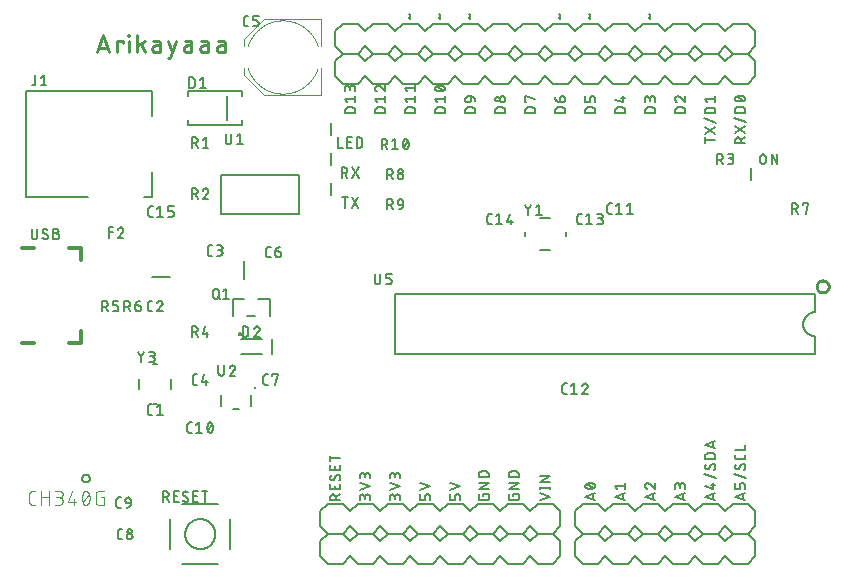
<source format=gbr>
G04 EAGLE Gerber RS-274X export*
G75*
%MOMM*%
%FSLAX34Y34*%
%LPD*%
%INSilkscreen Top*%
%IPPOS*%
%AMOC8*
5,1,8,0,0,1.08239X$1,22.5*%
G01*
%ADD10C,0.152400*%
%ADD11C,0.279400*%
%ADD12C,0.203200*%
%ADD13C,0.101600*%
%ADD14C,0.254000*%
%ADD15C,0.127000*%
%ADD16C,0.304800*%
%ADD17C,0.200000*%
%ADD18C,0.254000*%


D10*
X283718Y394462D02*
X275082Y394462D01*
X275082Y396861D01*
X275084Y396958D01*
X275090Y397054D01*
X275099Y397150D01*
X275113Y397246D01*
X275130Y397341D01*
X275152Y397435D01*
X275177Y397528D01*
X275205Y397621D01*
X275238Y397712D01*
X275274Y397801D01*
X275314Y397889D01*
X275357Y397976D01*
X275403Y398061D01*
X275453Y398143D01*
X275507Y398224D01*
X275563Y398302D01*
X275623Y398378D01*
X275685Y398452D01*
X275751Y398523D01*
X275819Y398591D01*
X275890Y398657D01*
X275964Y398719D01*
X276040Y398779D01*
X276118Y398835D01*
X276199Y398889D01*
X276282Y398939D01*
X276366Y398985D01*
X276453Y399028D01*
X276541Y399068D01*
X276630Y399104D01*
X276721Y399137D01*
X276814Y399165D01*
X276907Y399190D01*
X277001Y399212D01*
X277096Y399229D01*
X277192Y399243D01*
X277288Y399252D01*
X277384Y399258D01*
X277481Y399260D01*
X281319Y399260D01*
X281416Y399258D01*
X281512Y399252D01*
X281608Y399243D01*
X281704Y399229D01*
X281799Y399212D01*
X281893Y399190D01*
X281986Y399165D01*
X282079Y399137D01*
X282170Y399104D01*
X282259Y399068D01*
X282347Y399028D01*
X282434Y398985D01*
X282519Y398939D01*
X282601Y398889D01*
X282682Y398835D01*
X282760Y398779D01*
X282836Y398719D01*
X282910Y398657D01*
X282981Y398591D01*
X283049Y398523D01*
X283115Y398452D01*
X283177Y398378D01*
X283237Y398302D01*
X283293Y398224D01*
X283347Y398143D01*
X283397Y398061D01*
X283443Y397976D01*
X283486Y397889D01*
X283526Y397801D01*
X283562Y397712D01*
X283595Y397621D01*
X283623Y397528D01*
X283648Y397435D01*
X283670Y397341D01*
X283687Y397246D01*
X283701Y397150D01*
X283710Y397054D01*
X283716Y396958D01*
X283718Y396861D01*
X283718Y394462D01*
X277001Y403911D02*
X275082Y406310D01*
X283718Y406310D01*
X283718Y403911D02*
X283718Y408709D01*
X283718Y413055D02*
X283718Y415454D01*
X283716Y415551D01*
X283710Y415647D01*
X283701Y415743D01*
X283687Y415839D01*
X283670Y415934D01*
X283648Y416028D01*
X283623Y416121D01*
X283595Y416214D01*
X283562Y416305D01*
X283526Y416394D01*
X283486Y416482D01*
X283443Y416569D01*
X283397Y416654D01*
X283347Y416736D01*
X283293Y416817D01*
X283237Y416895D01*
X283177Y416971D01*
X283115Y417045D01*
X283049Y417116D01*
X282981Y417184D01*
X282910Y417250D01*
X282836Y417312D01*
X282760Y417372D01*
X282682Y417428D01*
X282601Y417482D01*
X282519Y417532D01*
X282434Y417578D01*
X282347Y417621D01*
X282259Y417661D01*
X282170Y417697D01*
X282079Y417730D01*
X281986Y417758D01*
X281893Y417783D01*
X281799Y417805D01*
X281704Y417822D01*
X281608Y417836D01*
X281512Y417845D01*
X281416Y417851D01*
X281319Y417853D01*
X281222Y417851D01*
X281126Y417845D01*
X281030Y417836D01*
X280934Y417822D01*
X280839Y417805D01*
X280745Y417783D01*
X280652Y417758D01*
X280559Y417730D01*
X280468Y417697D01*
X280379Y417661D01*
X280291Y417621D01*
X280204Y417578D01*
X280120Y417532D01*
X280037Y417482D01*
X279956Y417428D01*
X279878Y417372D01*
X279802Y417312D01*
X279728Y417250D01*
X279657Y417184D01*
X279589Y417116D01*
X279523Y417045D01*
X279461Y416971D01*
X279401Y416895D01*
X279345Y416817D01*
X279291Y416736D01*
X279241Y416654D01*
X279195Y416569D01*
X279152Y416482D01*
X279112Y416394D01*
X279076Y416305D01*
X279043Y416214D01*
X279015Y416121D01*
X278990Y416028D01*
X278968Y415934D01*
X278951Y415839D01*
X278937Y415743D01*
X278928Y415647D01*
X278922Y415551D01*
X278920Y415454D01*
X275082Y415933D02*
X275082Y413055D01*
X275082Y415933D02*
X275084Y416019D01*
X275090Y416105D01*
X275099Y416191D01*
X275113Y416276D01*
X275130Y416360D01*
X275151Y416444D01*
X275176Y416526D01*
X275204Y416607D01*
X275236Y416687D01*
X275272Y416766D01*
X275311Y416842D01*
X275354Y416917D01*
X275399Y416990D01*
X275448Y417061D01*
X275501Y417129D01*
X275556Y417196D01*
X275614Y417259D01*
X275675Y417320D01*
X275738Y417378D01*
X275805Y417433D01*
X275873Y417486D01*
X275944Y417535D01*
X276017Y417580D01*
X276092Y417623D01*
X276168Y417662D01*
X276247Y417698D01*
X276327Y417730D01*
X276408Y417758D01*
X276490Y417783D01*
X276574Y417804D01*
X276658Y417821D01*
X276743Y417835D01*
X276829Y417844D01*
X276915Y417850D01*
X277001Y417852D01*
X277087Y417850D01*
X277173Y417844D01*
X277259Y417835D01*
X277344Y417821D01*
X277428Y417804D01*
X277512Y417783D01*
X277594Y417758D01*
X277675Y417730D01*
X277755Y417698D01*
X277834Y417662D01*
X277910Y417623D01*
X277985Y417580D01*
X278058Y417535D01*
X278129Y417486D01*
X278197Y417433D01*
X278264Y417378D01*
X278327Y417320D01*
X278388Y417259D01*
X278446Y417196D01*
X278501Y417129D01*
X278554Y417061D01*
X278603Y416990D01*
X278648Y416917D01*
X278691Y416842D01*
X278730Y416766D01*
X278766Y416687D01*
X278798Y416607D01*
X278826Y416526D01*
X278851Y416444D01*
X278872Y416360D01*
X278889Y416276D01*
X278903Y416191D01*
X278912Y416105D01*
X278918Y416019D01*
X278920Y415933D01*
X278920Y414014D01*
X300482Y394462D02*
X309118Y394462D01*
X300482Y394462D02*
X300482Y396861D01*
X300484Y396958D01*
X300490Y397054D01*
X300499Y397150D01*
X300513Y397246D01*
X300530Y397341D01*
X300552Y397435D01*
X300577Y397528D01*
X300605Y397621D01*
X300638Y397712D01*
X300674Y397801D01*
X300714Y397889D01*
X300757Y397976D01*
X300803Y398061D01*
X300853Y398143D01*
X300907Y398224D01*
X300963Y398302D01*
X301023Y398378D01*
X301085Y398452D01*
X301151Y398523D01*
X301219Y398591D01*
X301290Y398657D01*
X301364Y398719D01*
X301440Y398779D01*
X301518Y398835D01*
X301599Y398889D01*
X301682Y398939D01*
X301766Y398985D01*
X301853Y399028D01*
X301941Y399068D01*
X302030Y399104D01*
X302121Y399137D01*
X302214Y399165D01*
X302307Y399190D01*
X302401Y399212D01*
X302496Y399229D01*
X302592Y399243D01*
X302688Y399252D01*
X302784Y399258D01*
X302881Y399260D01*
X306719Y399260D01*
X306816Y399258D01*
X306912Y399252D01*
X307008Y399243D01*
X307104Y399229D01*
X307199Y399212D01*
X307293Y399190D01*
X307386Y399165D01*
X307479Y399137D01*
X307570Y399104D01*
X307659Y399068D01*
X307747Y399028D01*
X307834Y398985D01*
X307919Y398939D01*
X308001Y398889D01*
X308082Y398835D01*
X308160Y398779D01*
X308236Y398719D01*
X308310Y398657D01*
X308381Y398591D01*
X308449Y398523D01*
X308515Y398452D01*
X308577Y398378D01*
X308637Y398302D01*
X308693Y398224D01*
X308747Y398143D01*
X308797Y398061D01*
X308843Y397976D01*
X308886Y397889D01*
X308926Y397801D01*
X308962Y397712D01*
X308995Y397621D01*
X309023Y397528D01*
X309048Y397435D01*
X309070Y397341D01*
X309087Y397246D01*
X309101Y397150D01*
X309110Y397054D01*
X309116Y396958D01*
X309118Y396861D01*
X309118Y394462D01*
X302401Y403911D02*
X300482Y406310D01*
X309118Y406310D01*
X309118Y403911D02*
X309118Y408709D01*
X300482Y415694D02*
X300484Y415786D01*
X300490Y415877D01*
X300499Y415968D01*
X300513Y416059D01*
X300530Y416149D01*
X300552Y416238D01*
X300577Y416326D01*
X300605Y416413D01*
X300638Y416499D01*
X300674Y416583D01*
X300713Y416666D01*
X300756Y416747D01*
X300803Y416826D01*
X300852Y416903D01*
X300905Y416978D01*
X300961Y417050D01*
X301020Y417120D01*
X301082Y417188D01*
X301147Y417253D01*
X301215Y417315D01*
X301285Y417374D01*
X301357Y417430D01*
X301432Y417483D01*
X301509Y417532D01*
X301588Y417579D01*
X301669Y417622D01*
X301752Y417661D01*
X301836Y417697D01*
X301922Y417730D01*
X302009Y417758D01*
X302097Y417783D01*
X302186Y417805D01*
X302276Y417822D01*
X302367Y417836D01*
X302458Y417845D01*
X302549Y417851D01*
X302641Y417853D01*
X300482Y415694D02*
X300484Y415591D01*
X300490Y415489D01*
X300499Y415387D01*
X300512Y415285D01*
X300529Y415184D01*
X300550Y415083D01*
X300574Y414984D01*
X300603Y414885D01*
X300634Y414788D01*
X300670Y414691D01*
X300708Y414596D01*
X300751Y414503D01*
X300797Y414411D01*
X300846Y414321D01*
X300898Y414233D01*
X300954Y414146D01*
X301013Y414062D01*
X301074Y413981D01*
X301139Y413901D01*
X301207Y413824D01*
X301278Y413749D01*
X301351Y413678D01*
X301427Y413609D01*
X301505Y413542D01*
X301586Y413479D01*
X301669Y413419D01*
X301754Y413362D01*
X301841Y413308D01*
X301931Y413257D01*
X302022Y413210D01*
X302114Y413166D01*
X302209Y413125D01*
X302304Y413088D01*
X302401Y413055D01*
X304320Y417133D02*
X304254Y417200D01*
X304185Y417264D01*
X304114Y417325D01*
X304040Y417383D01*
X303964Y417438D01*
X303886Y417490D01*
X303806Y417539D01*
X303724Y417585D01*
X303640Y417627D01*
X303554Y417666D01*
X303467Y417701D01*
X303379Y417732D01*
X303289Y417760D01*
X303199Y417785D01*
X303107Y417806D01*
X303015Y417823D01*
X302922Y417836D01*
X302829Y417845D01*
X302735Y417851D01*
X302641Y417853D01*
X304320Y417133D02*
X309118Y413055D01*
X309118Y417853D01*
X325882Y394462D02*
X334518Y394462D01*
X325882Y394462D02*
X325882Y396861D01*
X325884Y396958D01*
X325890Y397054D01*
X325899Y397150D01*
X325913Y397246D01*
X325930Y397341D01*
X325952Y397435D01*
X325977Y397528D01*
X326005Y397621D01*
X326038Y397712D01*
X326074Y397801D01*
X326114Y397889D01*
X326157Y397976D01*
X326203Y398061D01*
X326253Y398143D01*
X326307Y398224D01*
X326363Y398302D01*
X326423Y398378D01*
X326485Y398452D01*
X326551Y398523D01*
X326619Y398591D01*
X326690Y398657D01*
X326764Y398719D01*
X326840Y398779D01*
X326918Y398835D01*
X326999Y398889D01*
X327082Y398939D01*
X327166Y398985D01*
X327253Y399028D01*
X327341Y399068D01*
X327430Y399104D01*
X327521Y399137D01*
X327614Y399165D01*
X327707Y399190D01*
X327801Y399212D01*
X327896Y399229D01*
X327992Y399243D01*
X328088Y399252D01*
X328184Y399258D01*
X328281Y399260D01*
X332119Y399260D01*
X332216Y399258D01*
X332312Y399252D01*
X332408Y399243D01*
X332504Y399229D01*
X332599Y399212D01*
X332693Y399190D01*
X332786Y399165D01*
X332879Y399137D01*
X332970Y399104D01*
X333059Y399068D01*
X333147Y399028D01*
X333234Y398985D01*
X333319Y398939D01*
X333401Y398889D01*
X333482Y398835D01*
X333560Y398779D01*
X333636Y398719D01*
X333710Y398657D01*
X333781Y398591D01*
X333849Y398523D01*
X333915Y398452D01*
X333977Y398378D01*
X334037Y398302D01*
X334093Y398224D01*
X334147Y398143D01*
X334197Y398061D01*
X334243Y397976D01*
X334286Y397889D01*
X334326Y397801D01*
X334362Y397712D01*
X334395Y397621D01*
X334423Y397528D01*
X334448Y397435D01*
X334470Y397341D01*
X334487Y397246D01*
X334501Y397150D01*
X334510Y397054D01*
X334516Y396958D01*
X334518Y396861D01*
X334518Y394462D01*
X327801Y403911D02*
X325882Y406310D01*
X334518Y406310D01*
X334518Y403911D02*
X334518Y408709D01*
X327801Y413055D02*
X325882Y415454D01*
X334518Y415454D01*
X334518Y413055D02*
X334518Y417853D01*
X351282Y394462D02*
X359918Y394462D01*
X351282Y394462D02*
X351282Y396861D01*
X351284Y396958D01*
X351290Y397054D01*
X351299Y397150D01*
X351313Y397246D01*
X351330Y397341D01*
X351352Y397435D01*
X351377Y397528D01*
X351405Y397621D01*
X351438Y397712D01*
X351474Y397801D01*
X351514Y397889D01*
X351557Y397976D01*
X351603Y398061D01*
X351653Y398143D01*
X351707Y398224D01*
X351763Y398302D01*
X351823Y398378D01*
X351885Y398452D01*
X351951Y398523D01*
X352019Y398591D01*
X352090Y398657D01*
X352164Y398719D01*
X352240Y398779D01*
X352318Y398835D01*
X352399Y398889D01*
X352482Y398939D01*
X352566Y398985D01*
X352653Y399028D01*
X352741Y399068D01*
X352830Y399104D01*
X352921Y399137D01*
X353014Y399165D01*
X353107Y399190D01*
X353201Y399212D01*
X353296Y399229D01*
X353392Y399243D01*
X353488Y399252D01*
X353584Y399258D01*
X353681Y399260D01*
X357519Y399260D01*
X357616Y399258D01*
X357712Y399252D01*
X357808Y399243D01*
X357904Y399229D01*
X357999Y399212D01*
X358093Y399190D01*
X358186Y399165D01*
X358279Y399137D01*
X358370Y399104D01*
X358459Y399068D01*
X358547Y399028D01*
X358634Y398985D01*
X358719Y398939D01*
X358801Y398889D01*
X358882Y398835D01*
X358960Y398779D01*
X359036Y398719D01*
X359110Y398657D01*
X359181Y398591D01*
X359249Y398523D01*
X359315Y398452D01*
X359377Y398378D01*
X359437Y398302D01*
X359493Y398224D01*
X359547Y398143D01*
X359597Y398061D01*
X359643Y397976D01*
X359686Y397889D01*
X359726Y397801D01*
X359762Y397712D01*
X359795Y397621D01*
X359823Y397528D01*
X359848Y397435D01*
X359870Y397341D01*
X359887Y397246D01*
X359901Y397150D01*
X359910Y397054D01*
X359916Y396958D01*
X359918Y396861D01*
X359918Y394462D01*
X353201Y403911D02*
X351282Y406310D01*
X359918Y406310D01*
X359918Y403911D02*
X359918Y408709D01*
X355600Y413055D02*
X355430Y413057D01*
X355260Y413063D01*
X355091Y413073D01*
X354921Y413087D01*
X354752Y413106D01*
X354584Y413128D01*
X354416Y413154D01*
X354249Y413184D01*
X354083Y413219D01*
X353917Y413257D01*
X353752Y413299D01*
X353589Y413345D01*
X353427Y413395D01*
X353265Y413449D01*
X353106Y413506D01*
X352947Y413568D01*
X352790Y413633D01*
X352635Y413702D01*
X352481Y413775D01*
X352405Y413803D01*
X352330Y413835D01*
X352256Y413870D01*
X352184Y413908D01*
X352114Y413950D01*
X352046Y413995D01*
X351980Y414043D01*
X351916Y414094D01*
X351855Y414148D01*
X351796Y414204D01*
X351740Y414264D01*
X351687Y414325D01*
X351637Y414389D01*
X351589Y414456D01*
X351545Y414524D01*
X351504Y414595D01*
X351466Y414667D01*
X351432Y414741D01*
X351401Y414816D01*
X351373Y414893D01*
X351349Y414971D01*
X351329Y415050D01*
X351312Y415130D01*
X351299Y415210D01*
X351289Y415291D01*
X351284Y415372D01*
X351282Y415454D01*
X351284Y415536D01*
X351289Y415617D01*
X351299Y415698D01*
X351312Y415778D01*
X351329Y415858D01*
X351349Y415937D01*
X351373Y416015D01*
X351401Y416092D01*
X351432Y416167D01*
X351466Y416241D01*
X351504Y416313D01*
X351545Y416384D01*
X351589Y416452D01*
X351637Y416519D01*
X351687Y416583D01*
X351740Y416644D01*
X351796Y416704D01*
X351855Y416760D01*
X351916Y416814D01*
X351980Y416865D01*
X352046Y416913D01*
X352114Y416958D01*
X352184Y417000D01*
X352256Y417038D01*
X352330Y417073D01*
X352405Y417105D01*
X352481Y417133D01*
X352635Y417206D01*
X352790Y417275D01*
X352947Y417340D01*
X353106Y417402D01*
X353265Y417459D01*
X353427Y417513D01*
X353589Y417563D01*
X353752Y417609D01*
X353917Y417651D01*
X354083Y417689D01*
X354249Y417724D01*
X354416Y417754D01*
X354584Y417780D01*
X354752Y417802D01*
X354921Y417821D01*
X355091Y417835D01*
X355260Y417845D01*
X355430Y417851D01*
X355600Y417853D01*
X355600Y413055D02*
X355770Y413057D01*
X355940Y413063D01*
X356109Y413073D01*
X356279Y413087D01*
X356448Y413106D01*
X356616Y413128D01*
X356784Y413154D01*
X356951Y413184D01*
X357117Y413219D01*
X357283Y413257D01*
X357448Y413299D01*
X357611Y413345D01*
X357773Y413395D01*
X357935Y413449D01*
X358094Y413506D01*
X358253Y413568D01*
X358410Y413633D01*
X358565Y413702D01*
X358719Y413775D01*
X358795Y413803D01*
X358870Y413835D01*
X358944Y413870D01*
X359016Y413908D01*
X359086Y413950D01*
X359154Y413995D01*
X359220Y414043D01*
X359284Y414094D01*
X359345Y414148D01*
X359404Y414204D01*
X359460Y414264D01*
X359513Y414325D01*
X359563Y414389D01*
X359611Y414456D01*
X359655Y414524D01*
X359696Y414595D01*
X359734Y414667D01*
X359768Y414741D01*
X359799Y414816D01*
X359827Y414893D01*
X359851Y414971D01*
X359871Y415050D01*
X359888Y415130D01*
X359901Y415210D01*
X359911Y415291D01*
X359916Y415372D01*
X359918Y415454D01*
X358719Y417133D02*
X358565Y417206D01*
X358410Y417275D01*
X358253Y417340D01*
X358094Y417402D01*
X357935Y417459D01*
X357773Y417513D01*
X357611Y417563D01*
X357448Y417609D01*
X357283Y417651D01*
X357117Y417689D01*
X356951Y417724D01*
X356784Y417754D01*
X356616Y417780D01*
X356448Y417802D01*
X356279Y417821D01*
X356109Y417835D01*
X355940Y417845D01*
X355770Y417851D01*
X355600Y417853D01*
X358719Y417133D02*
X358795Y417105D01*
X358870Y417073D01*
X358944Y417038D01*
X359016Y417000D01*
X359086Y416958D01*
X359154Y416913D01*
X359220Y416865D01*
X359284Y416814D01*
X359345Y416760D01*
X359404Y416704D01*
X359460Y416644D01*
X359513Y416583D01*
X359563Y416519D01*
X359611Y416452D01*
X359655Y416384D01*
X359696Y416313D01*
X359734Y416241D01*
X359768Y416167D01*
X359799Y416092D01*
X359827Y416015D01*
X359851Y415937D01*
X359871Y415858D01*
X359888Y415778D01*
X359901Y415698D01*
X359911Y415617D01*
X359916Y415536D01*
X359918Y415454D01*
X357999Y413535D02*
X353201Y417373D01*
X376682Y394462D02*
X385318Y394462D01*
X376682Y394462D02*
X376682Y396861D01*
X376684Y396958D01*
X376690Y397054D01*
X376699Y397150D01*
X376713Y397246D01*
X376730Y397341D01*
X376752Y397435D01*
X376777Y397528D01*
X376805Y397621D01*
X376838Y397712D01*
X376874Y397801D01*
X376914Y397889D01*
X376957Y397976D01*
X377003Y398061D01*
X377053Y398143D01*
X377107Y398224D01*
X377163Y398302D01*
X377223Y398378D01*
X377285Y398452D01*
X377351Y398523D01*
X377419Y398591D01*
X377490Y398657D01*
X377564Y398719D01*
X377640Y398779D01*
X377718Y398835D01*
X377799Y398889D01*
X377882Y398939D01*
X377966Y398985D01*
X378053Y399028D01*
X378141Y399068D01*
X378230Y399104D01*
X378321Y399137D01*
X378414Y399165D01*
X378507Y399190D01*
X378601Y399212D01*
X378696Y399229D01*
X378792Y399243D01*
X378888Y399252D01*
X378984Y399258D01*
X379081Y399260D01*
X382919Y399260D01*
X383016Y399258D01*
X383112Y399252D01*
X383208Y399243D01*
X383304Y399229D01*
X383399Y399212D01*
X383493Y399190D01*
X383586Y399165D01*
X383679Y399137D01*
X383770Y399104D01*
X383859Y399068D01*
X383947Y399028D01*
X384034Y398985D01*
X384119Y398939D01*
X384201Y398889D01*
X384282Y398835D01*
X384360Y398779D01*
X384436Y398719D01*
X384510Y398657D01*
X384581Y398591D01*
X384649Y398523D01*
X384715Y398452D01*
X384777Y398378D01*
X384837Y398302D01*
X384893Y398224D01*
X384947Y398143D01*
X384997Y398061D01*
X385043Y397976D01*
X385086Y397889D01*
X385126Y397801D01*
X385162Y397712D01*
X385195Y397621D01*
X385223Y397528D01*
X385248Y397435D01*
X385270Y397341D01*
X385287Y397246D01*
X385301Y397150D01*
X385310Y397054D01*
X385316Y396958D01*
X385318Y396861D01*
X385318Y394462D01*
X381480Y405830D02*
X381480Y408709D01*
X381480Y405830D02*
X381478Y405744D01*
X381472Y405658D01*
X381463Y405572D01*
X381449Y405487D01*
X381432Y405403D01*
X381411Y405319D01*
X381386Y405237D01*
X381358Y405156D01*
X381326Y405076D01*
X381290Y404997D01*
X381251Y404921D01*
X381208Y404846D01*
X381163Y404773D01*
X381114Y404702D01*
X381061Y404634D01*
X381006Y404567D01*
X380948Y404504D01*
X380887Y404443D01*
X380824Y404385D01*
X380757Y404330D01*
X380689Y404278D01*
X380618Y404228D01*
X380545Y404183D01*
X380470Y404140D01*
X380394Y404101D01*
X380315Y404065D01*
X380235Y404033D01*
X380154Y404005D01*
X380072Y403980D01*
X379988Y403959D01*
X379904Y403942D01*
X379819Y403928D01*
X379733Y403919D01*
X379647Y403913D01*
X379561Y403911D01*
X379081Y403911D01*
X378984Y403913D01*
X378888Y403919D01*
X378792Y403928D01*
X378696Y403942D01*
X378601Y403959D01*
X378507Y403981D01*
X378414Y404006D01*
X378321Y404034D01*
X378230Y404067D01*
X378141Y404103D01*
X378053Y404143D01*
X377966Y404186D01*
X377882Y404232D01*
X377799Y404282D01*
X377718Y404336D01*
X377640Y404392D01*
X377564Y404452D01*
X377490Y404514D01*
X377419Y404580D01*
X377351Y404648D01*
X377285Y404719D01*
X377223Y404793D01*
X377163Y404869D01*
X377107Y404947D01*
X377053Y405028D01*
X377003Y405111D01*
X376957Y405195D01*
X376914Y405282D01*
X376874Y405370D01*
X376838Y405459D01*
X376805Y405550D01*
X376777Y405643D01*
X376752Y405736D01*
X376730Y405830D01*
X376713Y405925D01*
X376699Y406021D01*
X376690Y406117D01*
X376684Y406213D01*
X376682Y406310D01*
X376684Y406407D01*
X376690Y406503D01*
X376699Y406599D01*
X376713Y406695D01*
X376730Y406790D01*
X376752Y406884D01*
X376777Y406977D01*
X376805Y407070D01*
X376838Y407161D01*
X376874Y407250D01*
X376914Y407338D01*
X376957Y407425D01*
X377003Y407510D01*
X377053Y407592D01*
X377107Y407673D01*
X377163Y407751D01*
X377223Y407827D01*
X377285Y407901D01*
X377351Y407972D01*
X377419Y408040D01*
X377490Y408106D01*
X377564Y408168D01*
X377640Y408228D01*
X377718Y408284D01*
X377799Y408338D01*
X377882Y408388D01*
X377966Y408434D01*
X378053Y408477D01*
X378141Y408517D01*
X378230Y408553D01*
X378321Y408586D01*
X378414Y408614D01*
X378507Y408639D01*
X378601Y408661D01*
X378696Y408678D01*
X378792Y408692D01*
X378888Y408701D01*
X378984Y408707D01*
X379081Y408709D01*
X381480Y408709D01*
X381480Y408708D02*
X381603Y408706D01*
X381726Y408700D01*
X381849Y408690D01*
X381971Y408676D01*
X382093Y408659D01*
X382214Y408637D01*
X382334Y408612D01*
X382454Y408582D01*
X382572Y408549D01*
X382689Y408512D01*
X382806Y408472D01*
X382920Y408428D01*
X383034Y408380D01*
X383145Y408328D01*
X383255Y408273D01*
X383363Y408214D01*
X383470Y408152D01*
X383574Y408087D01*
X383676Y408018D01*
X383776Y407946D01*
X383873Y407871D01*
X383968Y407792D01*
X384060Y407711D01*
X384150Y407627D01*
X384237Y407540D01*
X384321Y407450D01*
X384402Y407358D01*
X384481Y407263D01*
X384556Y407166D01*
X384628Y407066D01*
X384697Y406964D01*
X384762Y406860D01*
X384824Y406753D01*
X384883Y406645D01*
X384938Y406535D01*
X384990Y406424D01*
X385038Y406310D01*
X385082Y406196D01*
X385122Y406079D01*
X385159Y405962D01*
X385192Y405844D01*
X385222Y405724D01*
X385247Y405604D01*
X385269Y405483D01*
X385286Y405361D01*
X385300Y405239D01*
X385310Y405116D01*
X385316Y404993D01*
X385318Y404870D01*
X402082Y394462D02*
X410718Y394462D01*
X402082Y394462D02*
X402082Y396861D01*
X402084Y396958D01*
X402090Y397054D01*
X402099Y397150D01*
X402113Y397246D01*
X402130Y397341D01*
X402152Y397435D01*
X402177Y397528D01*
X402205Y397621D01*
X402238Y397712D01*
X402274Y397801D01*
X402314Y397889D01*
X402357Y397976D01*
X402403Y398061D01*
X402453Y398143D01*
X402507Y398224D01*
X402563Y398302D01*
X402623Y398378D01*
X402685Y398452D01*
X402751Y398523D01*
X402819Y398591D01*
X402890Y398657D01*
X402964Y398719D01*
X403040Y398779D01*
X403118Y398835D01*
X403199Y398889D01*
X403282Y398939D01*
X403366Y398985D01*
X403453Y399028D01*
X403541Y399068D01*
X403630Y399104D01*
X403721Y399137D01*
X403814Y399165D01*
X403907Y399190D01*
X404001Y399212D01*
X404096Y399229D01*
X404192Y399243D01*
X404288Y399252D01*
X404384Y399258D01*
X404481Y399260D01*
X408319Y399260D01*
X408416Y399258D01*
X408512Y399252D01*
X408608Y399243D01*
X408704Y399229D01*
X408799Y399212D01*
X408893Y399190D01*
X408986Y399165D01*
X409079Y399137D01*
X409170Y399104D01*
X409259Y399068D01*
X409347Y399028D01*
X409434Y398985D01*
X409519Y398939D01*
X409601Y398889D01*
X409682Y398835D01*
X409760Y398779D01*
X409836Y398719D01*
X409910Y398657D01*
X409981Y398591D01*
X410049Y398523D01*
X410115Y398452D01*
X410177Y398378D01*
X410237Y398302D01*
X410293Y398224D01*
X410347Y398143D01*
X410397Y398061D01*
X410443Y397976D01*
X410486Y397889D01*
X410526Y397801D01*
X410562Y397712D01*
X410595Y397621D01*
X410623Y397528D01*
X410648Y397435D01*
X410670Y397341D01*
X410687Y397246D01*
X410701Y397150D01*
X410710Y397054D01*
X410716Y396958D01*
X410718Y396861D01*
X410718Y394462D01*
X408319Y403911D02*
X408222Y403913D01*
X408126Y403919D01*
X408030Y403928D01*
X407934Y403942D01*
X407839Y403959D01*
X407745Y403981D01*
X407652Y404006D01*
X407559Y404034D01*
X407468Y404067D01*
X407379Y404103D01*
X407291Y404143D01*
X407204Y404186D01*
X407120Y404232D01*
X407037Y404282D01*
X406956Y404336D01*
X406878Y404392D01*
X406802Y404452D01*
X406728Y404514D01*
X406657Y404580D01*
X406589Y404648D01*
X406523Y404719D01*
X406461Y404793D01*
X406401Y404869D01*
X406345Y404947D01*
X406291Y405028D01*
X406241Y405111D01*
X406195Y405195D01*
X406152Y405282D01*
X406112Y405370D01*
X406076Y405459D01*
X406043Y405550D01*
X406015Y405643D01*
X405990Y405736D01*
X405968Y405830D01*
X405951Y405925D01*
X405937Y406021D01*
X405928Y406117D01*
X405922Y406213D01*
X405920Y406310D01*
X405922Y406407D01*
X405928Y406503D01*
X405937Y406599D01*
X405951Y406695D01*
X405968Y406790D01*
X405990Y406884D01*
X406015Y406977D01*
X406043Y407070D01*
X406076Y407161D01*
X406112Y407250D01*
X406152Y407338D01*
X406195Y407425D01*
X406241Y407510D01*
X406291Y407592D01*
X406345Y407673D01*
X406401Y407751D01*
X406461Y407827D01*
X406523Y407901D01*
X406589Y407972D01*
X406657Y408040D01*
X406728Y408106D01*
X406802Y408168D01*
X406878Y408228D01*
X406956Y408284D01*
X407037Y408338D01*
X407120Y408388D01*
X407204Y408434D01*
X407291Y408477D01*
X407379Y408517D01*
X407468Y408553D01*
X407559Y408586D01*
X407652Y408614D01*
X407745Y408639D01*
X407839Y408661D01*
X407934Y408678D01*
X408030Y408692D01*
X408126Y408701D01*
X408222Y408707D01*
X408319Y408709D01*
X408416Y408707D01*
X408512Y408701D01*
X408608Y408692D01*
X408704Y408678D01*
X408799Y408661D01*
X408893Y408639D01*
X408986Y408614D01*
X409079Y408586D01*
X409170Y408553D01*
X409259Y408517D01*
X409347Y408477D01*
X409434Y408434D01*
X409519Y408388D01*
X409601Y408338D01*
X409682Y408284D01*
X409760Y408228D01*
X409836Y408168D01*
X409910Y408106D01*
X409981Y408040D01*
X410049Y407972D01*
X410115Y407901D01*
X410177Y407827D01*
X410237Y407751D01*
X410293Y407673D01*
X410347Y407592D01*
X410397Y407510D01*
X410443Y407425D01*
X410486Y407338D01*
X410526Y407250D01*
X410562Y407161D01*
X410595Y407070D01*
X410623Y406977D01*
X410648Y406884D01*
X410670Y406790D01*
X410687Y406695D01*
X410701Y406599D01*
X410710Y406503D01*
X410716Y406407D01*
X410718Y406310D01*
X410716Y406213D01*
X410710Y406117D01*
X410701Y406021D01*
X410687Y405925D01*
X410670Y405830D01*
X410648Y405736D01*
X410623Y405643D01*
X410595Y405550D01*
X410562Y405459D01*
X410526Y405370D01*
X410486Y405282D01*
X410443Y405195D01*
X410397Y405111D01*
X410347Y405028D01*
X410293Y404947D01*
X410237Y404869D01*
X410177Y404793D01*
X410115Y404719D01*
X410049Y404648D01*
X409981Y404580D01*
X409910Y404514D01*
X409836Y404452D01*
X409760Y404392D01*
X409682Y404336D01*
X409601Y404282D01*
X409519Y404232D01*
X409434Y404186D01*
X409347Y404143D01*
X409259Y404103D01*
X409170Y404067D01*
X409079Y404034D01*
X408986Y404006D01*
X408893Y403981D01*
X408799Y403959D01*
X408704Y403942D01*
X408608Y403928D01*
X408512Y403919D01*
X408416Y403913D01*
X408319Y403911D01*
X404001Y404391D02*
X403915Y404393D01*
X403829Y404399D01*
X403743Y404408D01*
X403658Y404422D01*
X403574Y404439D01*
X403490Y404460D01*
X403408Y404485D01*
X403327Y404513D01*
X403247Y404545D01*
X403168Y404581D01*
X403092Y404620D01*
X403017Y404663D01*
X402944Y404708D01*
X402873Y404757D01*
X402805Y404810D01*
X402738Y404865D01*
X402675Y404923D01*
X402614Y404984D01*
X402556Y405047D01*
X402501Y405114D01*
X402448Y405182D01*
X402399Y405253D01*
X402354Y405326D01*
X402311Y405401D01*
X402272Y405477D01*
X402236Y405556D01*
X402204Y405636D01*
X402176Y405717D01*
X402151Y405799D01*
X402130Y405883D01*
X402113Y405967D01*
X402099Y406052D01*
X402090Y406138D01*
X402084Y406224D01*
X402082Y406310D01*
X402084Y406396D01*
X402090Y406482D01*
X402099Y406568D01*
X402113Y406653D01*
X402130Y406737D01*
X402151Y406821D01*
X402176Y406903D01*
X402204Y406984D01*
X402236Y407064D01*
X402272Y407143D01*
X402311Y407219D01*
X402354Y407294D01*
X402399Y407367D01*
X402448Y407438D01*
X402501Y407506D01*
X402556Y407573D01*
X402614Y407636D01*
X402675Y407697D01*
X402738Y407755D01*
X402805Y407810D01*
X402873Y407863D01*
X402944Y407912D01*
X403017Y407957D01*
X403092Y408000D01*
X403168Y408039D01*
X403247Y408075D01*
X403327Y408107D01*
X403408Y408135D01*
X403490Y408160D01*
X403574Y408181D01*
X403658Y408198D01*
X403743Y408212D01*
X403829Y408221D01*
X403915Y408227D01*
X404001Y408229D01*
X404087Y408227D01*
X404173Y408221D01*
X404259Y408212D01*
X404344Y408198D01*
X404428Y408181D01*
X404512Y408160D01*
X404594Y408135D01*
X404675Y408107D01*
X404755Y408075D01*
X404834Y408039D01*
X404910Y408000D01*
X404985Y407957D01*
X405058Y407912D01*
X405129Y407863D01*
X405197Y407810D01*
X405264Y407755D01*
X405327Y407697D01*
X405388Y407636D01*
X405446Y407573D01*
X405501Y407506D01*
X405554Y407438D01*
X405603Y407367D01*
X405648Y407294D01*
X405691Y407219D01*
X405730Y407143D01*
X405766Y407064D01*
X405798Y406984D01*
X405826Y406903D01*
X405851Y406821D01*
X405872Y406737D01*
X405889Y406653D01*
X405903Y406568D01*
X405912Y406482D01*
X405918Y406396D01*
X405920Y406310D01*
X405918Y406224D01*
X405912Y406138D01*
X405903Y406052D01*
X405889Y405967D01*
X405872Y405883D01*
X405851Y405799D01*
X405826Y405717D01*
X405798Y405636D01*
X405766Y405556D01*
X405730Y405477D01*
X405691Y405401D01*
X405648Y405326D01*
X405603Y405253D01*
X405554Y405182D01*
X405501Y405114D01*
X405446Y405047D01*
X405388Y404984D01*
X405327Y404923D01*
X405264Y404865D01*
X405197Y404810D01*
X405129Y404757D01*
X405058Y404708D01*
X404985Y404663D01*
X404910Y404620D01*
X404834Y404581D01*
X404755Y404545D01*
X404675Y404513D01*
X404594Y404485D01*
X404512Y404460D01*
X404428Y404439D01*
X404344Y404422D01*
X404259Y404408D01*
X404173Y404399D01*
X404087Y404393D01*
X404001Y404391D01*
X427482Y394462D02*
X436118Y394462D01*
X427482Y394462D02*
X427482Y396861D01*
X427484Y396958D01*
X427490Y397054D01*
X427499Y397150D01*
X427513Y397246D01*
X427530Y397341D01*
X427552Y397435D01*
X427577Y397528D01*
X427605Y397621D01*
X427638Y397712D01*
X427674Y397801D01*
X427714Y397889D01*
X427757Y397976D01*
X427803Y398061D01*
X427853Y398143D01*
X427907Y398224D01*
X427963Y398302D01*
X428023Y398378D01*
X428085Y398452D01*
X428151Y398523D01*
X428219Y398591D01*
X428290Y398657D01*
X428364Y398719D01*
X428440Y398779D01*
X428518Y398835D01*
X428599Y398889D01*
X428682Y398939D01*
X428766Y398985D01*
X428853Y399028D01*
X428941Y399068D01*
X429030Y399104D01*
X429121Y399137D01*
X429214Y399165D01*
X429307Y399190D01*
X429401Y399212D01*
X429496Y399229D01*
X429592Y399243D01*
X429688Y399252D01*
X429784Y399258D01*
X429881Y399260D01*
X433719Y399260D01*
X433816Y399258D01*
X433912Y399252D01*
X434008Y399243D01*
X434104Y399229D01*
X434199Y399212D01*
X434293Y399190D01*
X434386Y399165D01*
X434479Y399137D01*
X434570Y399104D01*
X434659Y399068D01*
X434747Y399028D01*
X434834Y398985D01*
X434919Y398939D01*
X435001Y398889D01*
X435082Y398835D01*
X435160Y398779D01*
X435236Y398719D01*
X435310Y398657D01*
X435381Y398591D01*
X435449Y398523D01*
X435515Y398452D01*
X435577Y398378D01*
X435637Y398302D01*
X435693Y398224D01*
X435747Y398143D01*
X435797Y398061D01*
X435843Y397976D01*
X435886Y397889D01*
X435926Y397801D01*
X435962Y397712D01*
X435995Y397621D01*
X436023Y397528D01*
X436048Y397435D01*
X436070Y397341D01*
X436087Y397246D01*
X436101Y397150D01*
X436110Y397054D01*
X436116Y396958D01*
X436118Y396861D01*
X436118Y394462D01*
X428442Y403911D02*
X427482Y403911D01*
X427482Y408709D01*
X436118Y406310D01*
X452882Y394462D02*
X461518Y394462D01*
X452882Y394462D02*
X452882Y396861D01*
X452884Y396958D01*
X452890Y397054D01*
X452899Y397150D01*
X452913Y397246D01*
X452930Y397341D01*
X452952Y397435D01*
X452977Y397528D01*
X453005Y397621D01*
X453038Y397712D01*
X453074Y397801D01*
X453114Y397889D01*
X453157Y397976D01*
X453203Y398061D01*
X453253Y398143D01*
X453307Y398224D01*
X453363Y398302D01*
X453423Y398378D01*
X453485Y398452D01*
X453551Y398523D01*
X453619Y398591D01*
X453690Y398657D01*
X453764Y398719D01*
X453840Y398779D01*
X453918Y398835D01*
X453999Y398889D01*
X454082Y398939D01*
X454166Y398985D01*
X454253Y399028D01*
X454341Y399068D01*
X454430Y399104D01*
X454521Y399137D01*
X454614Y399165D01*
X454707Y399190D01*
X454801Y399212D01*
X454896Y399229D01*
X454992Y399243D01*
X455088Y399252D01*
X455184Y399258D01*
X455281Y399260D01*
X459119Y399260D01*
X459216Y399258D01*
X459312Y399252D01*
X459408Y399243D01*
X459504Y399229D01*
X459599Y399212D01*
X459693Y399190D01*
X459786Y399165D01*
X459879Y399137D01*
X459970Y399104D01*
X460059Y399068D01*
X460147Y399028D01*
X460234Y398985D01*
X460319Y398939D01*
X460401Y398889D01*
X460482Y398835D01*
X460560Y398779D01*
X460636Y398719D01*
X460710Y398657D01*
X460781Y398591D01*
X460849Y398523D01*
X460915Y398452D01*
X460977Y398378D01*
X461037Y398302D01*
X461093Y398224D01*
X461147Y398143D01*
X461197Y398061D01*
X461243Y397976D01*
X461286Y397889D01*
X461326Y397801D01*
X461362Y397712D01*
X461395Y397621D01*
X461423Y397528D01*
X461448Y397435D01*
X461470Y397341D01*
X461487Y397246D01*
X461501Y397150D01*
X461510Y397054D01*
X461516Y396958D01*
X461518Y396861D01*
X461518Y394462D01*
X456720Y403911D02*
X456720Y406789D01*
X456722Y406875D01*
X456728Y406961D01*
X456737Y407047D01*
X456751Y407132D01*
X456768Y407216D01*
X456789Y407300D01*
X456814Y407382D01*
X456842Y407463D01*
X456874Y407543D01*
X456910Y407622D01*
X456949Y407698D01*
X456992Y407773D01*
X457037Y407846D01*
X457087Y407917D01*
X457139Y407985D01*
X457194Y408052D01*
X457252Y408115D01*
X457313Y408176D01*
X457376Y408234D01*
X457443Y408289D01*
X457511Y408342D01*
X457582Y408391D01*
X457655Y408436D01*
X457730Y408479D01*
X457806Y408518D01*
X457885Y408554D01*
X457965Y408586D01*
X458046Y408614D01*
X458129Y408639D01*
X458212Y408660D01*
X458296Y408677D01*
X458381Y408691D01*
X458467Y408700D01*
X458553Y408706D01*
X458639Y408708D01*
X458639Y408709D02*
X459119Y408709D01*
X459216Y408707D01*
X459312Y408701D01*
X459408Y408692D01*
X459504Y408678D01*
X459599Y408661D01*
X459693Y408639D01*
X459786Y408614D01*
X459879Y408586D01*
X459970Y408553D01*
X460059Y408517D01*
X460147Y408477D01*
X460234Y408434D01*
X460319Y408388D01*
X460401Y408338D01*
X460482Y408284D01*
X460560Y408228D01*
X460636Y408168D01*
X460710Y408106D01*
X460781Y408040D01*
X460849Y407972D01*
X460915Y407901D01*
X460977Y407827D01*
X461037Y407751D01*
X461093Y407673D01*
X461147Y407592D01*
X461197Y407510D01*
X461243Y407425D01*
X461286Y407338D01*
X461326Y407250D01*
X461362Y407161D01*
X461395Y407070D01*
X461423Y406977D01*
X461448Y406884D01*
X461470Y406790D01*
X461487Y406695D01*
X461501Y406599D01*
X461510Y406503D01*
X461516Y406407D01*
X461518Y406310D01*
X461516Y406213D01*
X461510Y406117D01*
X461501Y406021D01*
X461487Y405925D01*
X461470Y405830D01*
X461448Y405736D01*
X461423Y405643D01*
X461395Y405550D01*
X461362Y405459D01*
X461326Y405370D01*
X461286Y405282D01*
X461243Y405195D01*
X461197Y405111D01*
X461147Y405028D01*
X461093Y404947D01*
X461037Y404869D01*
X460977Y404793D01*
X460915Y404719D01*
X460849Y404648D01*
X460781Y404580D01*
X460710Y404514D01*
X460636Y404452D01*
X460560Y404392D01*
X460482Y404336D01*
X460401Y404282D01*
X460319Y404232D01*
X460234Y404186D01*
X460147Y404143D01*
X460059Y404103D01*
X459970Y404067D01*
X459879Y404034D01*
X459786Y404006D01*
X459693Y403981D01*
X459599Y403959D01*
X459504Y403942D01*
X459408Y403928D01*
X459312Y403919D01*
X459216Y403913D01*
X459119Y403911D01*
X456720Y403911D01*
X456597Y403913D01*
X456474Y403919D01*
X456351Y403929D01*
X456229Y403943D01*
X456107Y403960D01*
X455986Y403982D01*
X455866Y404007D01*
X455746Y404037D01*
X455628Y404070D01*
X455511Y404107D01*
X455394Y404147D01*
X455280Y404191D01*
X455166Y404239D01*
X455055Y404291D01*
X454945Y404346D01*
X454837Y404405D01*
X454730Y404467D01*
X454626Y404532D01*
X454524Y404601D01*
X454424Y404673D01*
X454327Y404748D01*
X454232Y404827D01*
X454140Y404908D01*
X454050Y404992D01*
X453963Y405079D01*
X453879Y405169D01*
X453798Y405261D01*
X453719Y405356D01*
X453644Y405453D01*
X453572Y405553D01*
X453503Y405655D01*
X453438Y405759D01*
X453376Y405866D01*
X453317Y405974D01*
X453262Y406084D01*
X453210Y406195D01*
X453163Y406309D01*
X453118Y406423D01*
X453078Y406540D01*
X453041Y406657D01*
X453008Y406775D01*
X452978Y406895D01*
X452953Y407015D01*
X452931Y407136D01*
X452914Y407258D01*
X452900Y407380D01*
X452890Y407503D01*
X452884Y407626D01*
X452882Y407749D01*
X478282Y394462D02*
X486918Y394462D01*
X478282Y394462D02*
X478282Y396861D01*
X478284Y396958D01*
X478290Y397054D01*
X478299Y397150D01*
X478313Y397246D01*
X478330Y397341D01*
X478352Y397435D01*
X478377Y397528D01*
X478405Y397621D01*
X478438Y397712D01*
X478474Y397801D01*
X478514Y397889D01*
X478557Y397976D01*
X478603Y398061D01*
X478653Y398143D01*
X478707Y398224D01*
X478763Y398302D01*
X478823Y398378D01*
X478885Y398452D01*
X478951Y398523D01*
X479019Y398591D01*
X479090Y398657D01*
X479164Y398719D01*
X479240Y398779D01*
X479318Y398835D01*
X479399Y398889D01*
X479482Y398939D01*
X479566Y398985D01*
X479653Y399028D01*
X479741Y399068D01*
X479830Y399104D01*
X479921Y399137D01*
X480014Y399165D01*
X480107Y399190D01*
X480201Y399212D01*
X480296Y399229D01*
X480392Y399243D01*
X480488Y399252D01*
X480584Y399258D01*
X480681Y399260D01*
X484519Y399260D01*
X484616Y399258D01*
X484712Y399252D01*
X484808Y399243D01*
X484904Y399229D01*
X484999Y399212D01*
X485093Y399190D01*
X485186Y399165D01*
X485279Y399137D01*
X485370Y399104D01*
X485459Y399068D01*
X485547Y399028D01*
X485634Y398985D01*
X485719Y398939D01*
X485801Y398889D01*
X485882Y398835D01*
X485960Y398779D01*
X486036Y398719D01*
X486110Y398657D01*
X486181Y398591D01*
X486249Y398523D01*
X486315Y398452D01*
X486377Y398378D01*
X486437Y398302D01*
X486493Y398224D01*
X486547Y398143D01*
X486597Y398061D01*
X486643Y397976D01*
X486686Y397889D01*
X486726Y397801D01*
X486762Y397712D01*
X486795Y397621D01*
X486823Y397528D01*
X486848Y397435D01*
X486870Y397341D01*
X486887Y397246D01*
X486901Y397150D01*
X486910Y397054D01*
X486916Y396958D01*
X486918Y396861D01*
X486918Y394462D01*
X486918Y403911D02*
X486918Y406789D01*
X486916Y406875D01*
X486910Y406961D01*
X486901Y407047D01*
X486887Y407132D01*
X486870Y407216D01*
X486849Y407300D01*
X486824Y407382D01*
X486796Y407463D01*
X486764Y407543D01*
X486728Y407622D01*
X486689Y407698D01*
X486646Y407773D01*
X486601Y407846D01*
X486552Y407917D01*
X486499Y407985D01*
X486444Y408052D01*
X486386Y408115D01*
X486325Y408176D01*
X486262Y408234D01*
X486195Y408289D01*
X486127Y408342D01*
X486056Y408391D01*
X485983Y408436D01*
X485908Y408479D01*
X485832Y408518D01*
X485753Y408554D01*
X485673Y408586D01*
X485592Y408614D01*
X485510Y408639D01*
X485426Y408660D01*
X485342Y408677D01*
X485257Y408691D01*
X485171Y408700D01*
X485085Y408706D01*
X484999Y408708D01*
X484999Y408709D02*
X484039Y408709D01*
X484039Y408708D02*
X483953Y408706D01*
X483867Y408700D01*
X483781Y408691D01*
X483696Y408677D01*
X483612Y408660D01*
X483528Y408639D01*
X483446Y408614D01*
X483365Y408586D01*
X483285Y408554D01*
X483206Y408518D01*
X483130Y408479D01*
X483055Y408436D01*
X482982Y408391D01*
X482911Y408342D01*
X482843Y408289D01*
X482776Y408234D01*
X482713Y408176D01*
X482652Y408115D01*
X482594Y408052D01*
X482539Y407985D01*
X482487Y407917D01*
X482437Y407846D01*
X482392Y407773D01*
X482349Y407698D01*
X482310Y407622D01*
X482274Y407543D01*
X482242Y407463D01*
X482214Y407382D01*
X482189Y407300D01*
X482168Y407216D01*
X482151Y407132D01*
X482137Y407047D01*
X482128Y406961D01*
X482122Y406875D01*
X482120Y406789D01*
X482120Y403911D01*
X478282Y403911D01*
X478282Y408709D01*
X503682Y394462D02*
X512318Y394462D01*
X503682Y394462D02*
X503682Y396861D01*
X503684Y396958D01*
X503690Y397054D01*
X503699Y397150D01*
X503713Y397246D01*
X503730Y397341D01*
X503752Y397435D01*
X503777Y397528D01*
X503805Y397621D01*
X503838Y397712D01*
X503874Y397801D01*
X503914Y397889D01*
X503957Y397976D01*
X504003Y398061D01*
X504053Y398143D01*
X504107Y398224D01*
X504163Y398302D01*
X504223Y398378D01*
X504285Y398452D01*
X504351Y398523D01*
X504419Y398591D01*
X504490Y398657D01*
X504564Y398719D01*
X504640Y398779D01*
X504718Y398835D01*
X504799Y398889D01*
X504882Y398939D01*
X504966Y398985D01*
X505053Y399028D01*
X505141Y399068D01*
X505230Y399104D01*
X505321Y399137D01*
X505414Y399165D01*
X505507Y399190D01*
X505601Y399212D01*
X505696Y399229D01*
X505792Y399243D01*
X505888Y399252D01*
X505984Y399258D01*
X506081Y399260D01*
X509919Y399260D01*
X510016Y399258D01*
X510112Y399252D01*
X510208Y399243D01*
X510304Y399229D01*
X510399Y399212D01*
X510493Y399190D01*
X510586Y399165D01*
X510679Y399137D01*
X510770Y399104D01*
X510859Y399068D01*
X510947Y399028D01*
X511034Y398985D01*
X511119Y398939D01*
X511201Y398889D01*
X511282Y398835D01*
X511360Y398779D01*
X511436Y398719D01*
X511510Y398657D01*
X511581Y398591D01*
X511649Y398523D01*
X511715Y398452D01*
X511777Y398378D01*
X511837Y398302D01*
X511893Y398224D01*
X511947Y398143D01*
X511997Y398061D01*
X512043Y397976D01*
X512086Y397889D01*
X512126Y397801D01*
X512162Y397712D01*
X512195Y397621D01*
X512223Y397528D01*
X512248Y397435D01*
X512270Y397341D01*
X512287Y397246D01*
X512301Y397150D01*
X512310Y397054D01*
X512316Y396958D01*
X512318Y396861D01*
X512318Y394462D01*
X510399Y403911D02*
X503682Y405830D01*
X510399Y403911D02*
X510399Y408709D01*
X508480Y407269D02*
X512318Y407269D01*
X529082Y394462D02*
X537718Y394462D01*
X529082Y394462D02*
X529082Y396861D01*
X529084Y396958D01*
X529090Y397054D01*
X529099Y397150D01*
X529113Y397246D01*
X529130Y397341D01*
X529152Y397435D01*
X529177Y397528D01*
X529205Y397621D01*
X529238Y397712D01*
X529274Y397801D01*
X529314Y397889D01*
X529357Y397976D01*
X529403Y398061D01*
X529453Y398143D01*
X529507Y398224D01*
X529563Y398302D01*
X529623Y398378D01*
X529685Y398452D01*
X529751Y398523D01*
X529819Y398591D01*
X529890Y398657D01*
X529964Y398719D01*
X530040Y398779D01*
X530118Y398835D01*
X530199Y398889D01*
X530282Y398939D01*
X530366Y398985D01*
X530453Y399028D01*
X530541Y399068D01*
X530630Y399104D01*
X530721Y399137D01*
X530814Y399165D01*
X530907Y399190D01*
X531001Y399212D01*
X531096Y399229D01*
X531192Y399243D01*
X531288Y399252D01*
X531384Y399258D01*
X531481Y399260D01*
X535319Y399260D01*
X535416Y399258D01*
X535512Y399252D01*
X535608Y399243D01*
X535704Y399229D01*
X535799Y399212D01*
X535893Y399190D01*
X535986Y399165D01*
X536079Y399137D01*
X536170Y399104D01*
X536259Y399068D01*
X536347Y399028D01*
X536434Y398985D01*
X536519Y398939D01*
X536601Y398889D01*
X536682Y398835D01*
X536760Y398779D01*
X536836Y398719D01*
X536910Y398657D01*
X536981Y398591D01*
X537049Y398523D01*
X537115Y398452D01*
X537177Y398378D01*
X537237Y398302D01*
X537293Y398224D01*
X537347Y398143D01*
X537397Y398061D01*
X537443Y397976D01*
X537486Y397889D01*
X537526Y397801D01*
X537562Y397712D01*
X537595Y397621D01*
X537623Y397528D01*
X537648Y397435D01*
X537670Y397341D01*
X537687Y397246D01*
X537701Y397150D01*
X537710Y397054D01*
X537716Y396958D01*
X537718Y396861D01*
X537718Y394462D01*
X537718Y403911D02*
X537718Y406310D01*
X537716Y406407D01*
X537710Y406503D01*
X537701Y406599D01*
X537687Y406695D01*
X537670Y406790D01*
X537648Y406884D01*
X537623Y406977D01*
X537595Y407070D01*
X537562Y407161D01*
X537526Y407250D01*
X537486Y407338D01*
X537443Y407425D01*
X537397Y407510D01*
X537347Y407592D01*
X537293Y407673D01*
X537237Y407751D01*
X537177Y407827D01*
X537115Y407901D01*
X537049Y407972D01*
X536981Y408040D01*
X536910Y408106D01*
X536836Y408168D01*
X536760Y408228D01*
X536682Y408284D01*
X536601Y408338D01*
X536519Y408388D01*
X536434Y408434D01*
X536347Y408477D01*
X536259Y408517D01*
X536170Y408553D01*
X536079Y408586D01*
X535986Y408614D01*
X535893Y408639D01*
X535799Y408661D01*
X535704Y408678D01*
X535608Y408692D01*
X535512Y408701D01*
X535416Y408707D01*
X535319Y408709D01*
X535222Y408707D01*
X535126Y408701D01*
X535030Y408692D01*
X534934Y408678D01*
X534839Y408661D01*
X534745Y408639D01*
X534652Y408614D01*
X534559Y408586D01*
X534468Y408553D01*
X534379Y408517D01*
X534291Y408477D01*
X534204Y408434D01*
X534120Y408388D01*
X534037Y408338D01*
X533956Y408284D01*
X533878Y408228D01*
X533802Y408168D01*
X533728Y408106D01*
X533657Y408040D01*
X533589Y407972D01*
X533523Y407901D01*
X533461Y407827D01*
X533401Y407751D01*
X533345Y407673D01*
X533291Y407592D01*
X533241Y407510D01*
X533195Y407425D01*
X533152Y407338D01*
X533112Y407250D01*
X533076Y407161D01*
X533043Y407070D01*
X533015Y406977D01*
X532990Y406884D01*
X532968Y406790D01*
X532951Y406695D01*
X532937Y406599D01*
X532928Y406503D01*
X532922Y406407D01*
X532920Y406310D01*
X529082Y406789D02*
X529082Y403911D01*
X529082Y406789D02*
X529084Y406875D01*
X529090Y406961D01*
X529099Y407047D01*
X529113Y407132D01*
X529130Y407216D01*
X529151Y407300D01*
X529176Y407382D01*
X529204Y407463D01*
X529236Y407543D01*
X529272Y407622D01*
X529311Y407698D01*
X529354Y407773D01*
X529399Y407846D01*
X529448Y407917D01*
X529501Y407985D01*
X529556Y408052D01*
X529614Y408115D01*
X529675Y408176D01*
X529738Y408234D01*
X529805Y408289D01*
X529873Y408342D01*
X529944Y408391D01*
X530017Y408436D01*
X530092Y408479D01*
X530168Y408518D01*
X530247Y408554D01*
X530327Y408586D01*
X530408Y408614D01*
X530490Y408639D01*
X530574Y408660D01*
X530658Y408677D01*
X530743Y408691D01*
X530829Y408700D01*
X530915Y408706D01*
X531001Y408708D01*
X531087Y408706D01*
X531173Y408700D01*
X531259Y408691D01*
X531344Y408677D01*
X531428Y408660D01*
X531512Y408639D01*
X531594Y408614D01*
X531675Y408586D01*
X531755Y408554D01*
X531834Y408518D01*
X531910Y408479D01*
X531985Y408436D01*
X532058Y408391D01*
X532129Y408342D01*
X532197Y408289D01*
X532264Y408234D01*
X532327Y408176D01*
X532388Y408115D01*
X532446Y408052D01*
X532501Y407985D01*
X532554Y407917D01*
X532603Y407846D01*
X532648Y407773D01*
X532691Y407698D01*
X532730Y407622D01*
X532766Y407543D01*
X532798Y407463D01*
X532826Y407382D01*
X532851Y407300D01*
X532872Y407216D01*
X532889Y407132D01*
X532903Y407047D01*
X532912Y406961D01*
X532918Y406875D01*
X532920Y406789D01*
X532920Y404870D01*
X554482Y394462D02*
X563118Y394462D01*
X554482Y394462D02*
X554482Y396861D01*
X554484Y396958D01*
X554490Y397054D01*
X554499Y397150D01*
X554513Y397246D01*
X554530Y397341D01*
X554552Y397435D01*
X554577Y397528D01*
X554605Y397621D01*
X554638Y397712D01*
X554674Y397801D01*
X554714Y397889D01*
X554757Y397976D01*
X554803Y398061D01*
X554853Y398143D01*
X554907Y398224D01*
X554963Y398302D01*
X555023Y398378D01*
X555085Y398452D01*
X555151Y398523D01*
X555219Y398591D01*
X555290Y398657D01*
X555364Y398719D01*
X555440Y398779D01*
X555518Y398835D01*
X555599Y398889D01*
X555682Y398939D01*
X555766Y398985D01*
X555853Y399028D01*
X555941Y399068D01*
X556030Y399104D01*
X556121Y399137D01*
X556214Y399165D01*
X556307Y399190D01*
X556401Y399212D01*
X556496Y399229D01*
X556592Y399243D01*
X556688Y399252D01*
X556784Y399258D01*
X556881Y399260D01*
X560719Y399260D01*
X560816Y399258D01*
X560912Y399252D01*
X561008Y399243D01*
X561104Y399229D01*
X561199Y399212D01*
X561293Y399190D01*
X561386Y399165D01*
X561479Y399137D01*
X561570Y399104D01*
X561659Y399068D01*
X561747Y399028D01*
X561834Y398985D01*
X561919Y398939D01*
X562001Y398889D01*
X562082Y398835D01*
X562160Y398779D01*
X562236Y398719D01*
X562310Y398657D01*
X562381Y398591D01*
X562449Y398523D01*
X562515Y398452D01*
X562577Y398378D01*
X562637Y398302D01*
X562693Y398224D01*
X562747Y398143D01*
X562797Y398061D01*
X562843Y397976D01*
X562886Y397889D01*
X562926Y397801D01*
X562962Y397712D01*
X562995Y397621D01*
X563023Y397528D01*
X563048Y397435D01*
X563070Y397341D01*
X563087Y397246D01*
X563101Y397150D01*
X563110Y397054D01*
X563116Y396958D01*
X563118Y396861D01*
X563118Y394462D01*
X554482Y406550D02*
X554484Y406642D01*
X554490Y406733D01*
X554499Y406824D01*
X554513Y406915D01*
X554530Y407005D01*
X554552Y407094D01*
X554577Y407182D01*
X554605Y407269D01*
X554638Y407355D01*
X554674Y407439D01*
X554713Y407522D01*
X554756Y407603D01*
X554803Y407682D01*
X554852Y407759D01*
X554905Y407834D01*
X554961Y407906D01*
X555020Y407976D01*
X555082Y408044D01*
X555147Y408109D01*
X555215Y408171D01*
X555285Y408230D01*
X555357Y408286D01*
X555432Y408339D01*
X555509Y408388D01*
X555588Y408435D01*
X555669Y408478D01*
X555752Y408517D01*
X555836Y408553D01*
X555922Y408586D01*
X556009Y408614D01*
X556097Y408639D01*
X556186Y408661D01*
X556276Y408678D01*
X556367Y408692D01*
X556458Y408701D01*
X556549Y408707D01*
X556641Y408709D01*
X554482Y406550D02*
X554484Y406447D01*
X554490Y406345D01*
X554499Y406243D01*
X554512Y406141D01*
X554529Y406040D01*
X554550Y405939D01*
X554574Y405840D01*
X554603Y405741D01*
X554634Y405644D01*
X554670Y405547D01*
X554708Y405452D01*
X554751Y405359D01*
X554797Y405267D01*
X554846Y405177D01*
X554898Y405089D01*
X554954Y405002D01*
X555013Y404918D01*
X555074Y404837D01*
X555139Y404757D01*
X555207Y404680D01*
X555278Y404605D01*
X555351Y404534D01*
X555427Y404465D01*
X555505Y404398D01*
X555586Y404335D01*
X555669Y404275D01*
X555754Y404218D01*
X555841Y404164D01*
X555931Y404113D01*
X556022Y404066D01*
X556114Y404022D01*
X556209Y403981D01*
X556304Y403944D01*
X556401Y403911D01*
X558320Y407989D02*
X558254Y408056D01*
X558185Y408120D01*
X558114Y408181D01*
X558040Y408239D01*
X557964Y408294D01*
X557886Y408346D01*
X557806Y408395D01*
X557724Y408441D01*
X557640Y408483D01*
X557554Y408522D01*
X557467Y408557D01*
X557379Y408588D01*
X557289Y408616D01*
X557199Y408641D01*
X557107Y408662D01*
X557015Y408679D01*
X556922Y408692D01*
X556829Y408701D01*
X556735Y408707D01*
X556641Y408709D01*
X558320Y407989D02*
X563118Y403911D01*
X563118Y408709D01*
X579882Y371461D02*
X588518Y371461D01*
X579882Y369062D02*
X579882Y373860D01*
X579882Y382874D02*
X588518Y377117D01*
X588518Y382874D02*
X579882Y377117D01*
X578922Y390144D02*
X589478Y386306D01*
X588518Y394360D02*
X579882Y394360D01*
X579882Y396759D01*
X579884Y396856D01*
X579890Y396952D01*
X579899Y397048D01*
X579913Y397144D01*
X579930Y397239D01*
X579952Y397333D01*
X579977Y397426D01*
X580005Y397519D01*
X580038Y397610D01*
X580074Y397699D01*
X580114Y397787D01*
X580157Y397874D01*
X580203Y397959D01*
X580253Y398041D01*
X580307Y398122D01*
X580363Y398200D01*
X580423Y398276D01*
X580485Y398350D01*
X580551Y398421D01*
X580619Y398489D01*
X580690Y398555D01*
X580764Y398617D01*
X580840Y398677D01*
X580918Y398733D01*
X580999Y398787D01*
X581082Y398837D01*
X581166Y398883D01*
X581253Y398926D01*
X581341Y398966D01*
X581430Y399002D01*
X581521Y399035D01*
X581614Y399063D01*
X581707Y399088D01*
X581801Y399110D01*
X581896Y399127D01*
X581992Y399141D01*
X582088Y399150D01*
X582184Y399156D01*
X582281Y399158D01*
X586119Y399158D01*
X586216Y399156D01*
X586312Y399150D01*
X586408Y399141D01*
X586504Y399127D01*
X586599Y399110D01*
X586693Y399088D01*
X586786Y399063D01*
X586879Y399035D01*
X586970Y399002D01*
X587059Y398966D01*
X587147Y398926D01*
X587234Y398883D01*
X587319Y398837D01*
X587401Y398787D01*
X587482Y398733D01*
X587560Y398677D01*
X587636Y398617D01*
X587710Y398555D01*
X587781Y398489D01*
X587849Y398421D01*
X587915Y398350D01*
X587977Y398276D01*
X588037Y398200D01*
X588093Y398122D01*
X588147Y398041D01*
X588197Y397959D01*
X588243Y397874D01*
X588286Y397787D01*
X588326Y397699D01*
X588362Y397610D01*
X588395Y397519D01*
X588423Y397426D01*
X588448Y397333D01*
X588470Y397239D01*
X588487Y397144D01*
X588501Y397048D01*
X588510Y396952D01*
X588516Y396856D01*
X588518Y396759D01*
X588518Y394360D01*
X581801Y403809D02*
X579882Y406208D01*
X588518Y406208D01*
X588518Y403809D02*
X588518Y408607D01*
X605282Y369062D02*
X613918Y369062D01*
X605282Y369062D02*
X605282Y371461D01*
X605284Y371558D01*
X605290Y371654D01*
X605299Y371750D01*
X605313Y371846D01*
X605330Y371941D01*
X605352Y372035D01*
X605377Y372128D01*
X605405Y372221D01*
X605438Y372312D01*
X605474Y372401D01*
X605514Y372489D01*
X605557Y372576D01*
X605603Y372661D01*
X605653Y372743D01*
X605707Y372824D01*
X605763Y372902D01*
X605823Y372978D01*
X605885Y373052D01*
X605951Y373123D01*
X606019Y373191D01*
X606090Y373257D01*
X606164Y373319D01*
X606240Y373379D01*
X606318Y373435D01*
X606399Y373489D01*
X606482Y373539D01*
X606566Y373585D01*
X606653Y373628D01*
X606741Y373668D01*
X606830Y373704D01*
X606921Y373737D01*
X607014Y373765D01*
X607107Y373790D01*
X607201Y373812D01*
X607296Y373829D01*
X607392Y373843D01*
X607488Y373852D01*
X607584Y373858D01*
X607681Y373860D01*
X607778Y373858D01*
X607874Y373852D01*
X607970Y373843D01*
X608066Y373829D01*
X608161Y373812D01*
X608255Y373790D01*
X608348Y373765D01*
X608441Y373737D01*
X608532Y373704D01*
X608621Y373668D01*
X608709Y373628D01*
X608796Y373585D01*
X608881Y373539D01*
X608963Y373489D01*
X609044Y373435D01*
X609122Y373379D01*
X609198Y373319D01*
X609272Y373257D01*
X609343Y373191D01*
X609411Y373123D01*
X609477Y373052D01*
X609539Y372978D01*
X609599Y372902D01*
X609655Y372824D01*
X609709Y372743D01*
X609759Y372661D01*
X609805Y372576D01*
X609848Y372489D01*
X609888Y372401D01*
X609924Y372312D01*
X609957Y372221D01*
X609985Y372128D01*
X610010Y372035D01*
X610032Y371941D01*
X610049Y371846D01*
X610063Y371750D01*
X610072Y371654D01*
X610078Y371558D01*
X610080Y371461D01*
X610080Y369062D01*
X610080Y371941D02*
X613918Y373860D01*
X613918Y377642D02*
X605282Y383399D01*
X605282Y377642D02*
X613918Y383399D01*
X614878Y386831D02*
X604322Y390669D01*
X605282Y394885D02*
X613918Y394885D01*
X605282Y394885D02*
X605282Y397284D01*
X605284Y397381D01*
X605290Y397477D01*
X605299Y397573D01*
X605313Y397669D01*
X605330Y397764D01*
X605352Y397858D01*
X605377Y397951D01*
X605405Y398044D01*
X605438Y398135D01*
X605474Y398224D01*
X605514Y398312D01*
X605557Y398399D01*
X605603Y398484D01*
X605653Y398566D01*
X605707Y398647D01*
X605763Y398725D01*
X605823Y398801D01*
X605885Y398875D01*
X605951Y398946D01*
X606019Y399014D01*
X606090Y399080D01*
X606164Y399142D01*
X606240Y399202D01*
X606318Y399258D01*
X606399Y399312D01*
X606482Y399362D01*
X606566Y399408D01*
X606653Y399451D01*
X606741Y399491D01*
X606830Y399527D01*
X606921Y399560D01*
X607014Y399588D01*
X607107Y399613D01*
X607201Y399635D01*
X607296Y399652D01*
X607392Y399666D01*
X607488Y399675D01*
X607584Y399681D01*
X607681Y399683D01*
X611519Y399683D01*
X611616Y399681D01*
X611712Y399675D01*
X611808Y399666D01*
X611904Y399652D01*
X611999Y399635D01*
X612093Y399613D01*
X612186Y399588D01*
X612279Y399560D01*
X612370Y399527D01*
X612459Y399491D01*
X612547Y399451D01*
X612634Y399408D01*
X612719Y399362D01*
X612801Y399312D01*
X612882Y399258D01*
X612960Y399202D01*
X613036Y399142D01*
X613110Y399080D01*
X613181Y399014D01*
X613249Y398946D01*
X613315Y398875D01*
X613377Y398801D01*
X613437Y398725D01*
X613493Y398647D01*
X613547Y398566D01*
X613597Y398484D01*
X613643Y398399D01*
X613686Y398312D01*
X613726Y398224D01*
X613762Y398135D01*
X613795Y398044D01*
X613823Y397951D01*
X613848Y397858D01*
X613870Y397764D01*
X613887Y397669D01*
X613901Y397573D01*
X613910Y397477D01*
X613916Y397381D01*
X613918Y397284D01*
X613918Y394885D01*
X609600Y404334D02*
X609430Y404336D01*
X609260Y404342D01*
X609091Y404352D01*
X608921Y404366D01*
X608752Y404385D01*
X608584Y404407D01*
X608416Y404433D01*
X608249Y404463D01*
X608083Y404498D01*
X607917Y404536D01*
X607752Y404578D01*
X607589Y404624D01*
X607427Y404674D01*
X607265Y404728D01*
X607106Y404785D01*
X606947Y404847D01*
X606790Y404912D01*
X606635Y404981D01*
X606481Y405054D01*
X606405Y405082D01*
X606330Y405114D01*
X606256Y405149D01*
X606184Y405187D01*
X606114Y405229D01*
X606046Y405274D01*
X605980Y405322D01*
X605916Y405373D01*
X605855Y405427D01*
X605796Y405483D01*
X605740Y405543D01*
X605687Y405604D01*
X605637Y405668D01*
X605589Y405735D01*
X605545Y405803D01*
X605504Y405874D01*
X605466Y405946D01*
X605432Y406020D01*
X605401Y406095D01*
X605373Y406172D01*
X605349Y406250D01*
X605329Y406329D01*
X605312Y406409D01*
X605299Y406489D01*
X605289Y406570D01*
X605284Y406651D01*
X605282Y406733D01*
X605284Y406815D01*
X605289Y406896D01*
X605299Y406977D01*
X605312Y407057D01*
X605329Y407137D01*
X605349Y407216D01*
X605373Y407294D01*
X605401Y407371D01*
X605432Y407446D01*
X605466Y407520D01*
X605504Y407592D01*
X605545Y407663D01*
X605589Y407731D01*
X605637Y407798D01*
X605687Y407862D01*
X605740Y407923D01*
X605796Y407983D01*
X605855Y408039D01*
X605916Y408093D01*
X605980Y408144D01*
X606046Y408192D01*
X606114Y408237D01*
X606184Y408279D01*
X606256Y408317D01*
X606330Y408352D01*
X606405Y408384D01*
X606481Y408412D01*
X606635Y408485D01*
X606790Y408554D01*
X606947Y408619D01*
X607106Y408681D01*
X607265Y408738D01*
X607427Y408792D01*
X607589Y408842D01*
X607752Y408888D01*
X607917Y408930D01*
X608083Y408968D01*
X608249Y409003D01*
X608416Y409033D01*
X608584Y409059D01*
X608752Y409081D01*
X608921Y409100D01*
X609091Y409114D01*
X609260Y409124D01*
X609430Y409130D01*
X609600Y409132D01*
X609600Y404334D02*
X609770Y404336D01*
X609940Y404342D01*
X610109Y404352D01*
X610279Y404366D01*
X610448Y404385D01*
X610616Y404407D01*
X610784Y404433D01*
X610951Y404463D01*
X611117Y404498D01*
X611283Y404536D01*
X611448Y404578D01*
X611611Y404624D01*
X611773Y404674D01*
X611935Y404728D01*
X612094Y404785D01*
X612253Y404847D01*
X612410Y404912D01*
X612565Y404981D01*
X612719Y405054D01*
X612795Y405082D01*
X612870Y405114D01*
X612944Y405149D01*
X613016Y405187D01*
X613086Y405229D01*
X613154Y405274D01*
X613220Y405322D01*
X613284Y405373D01*
X613345Y405427D01*
X613404Y405483D01*
X613460Y405543D01*
X613513Y405604D01*
X613563Y405668D01*
X613611Y405735D01*
X613655Y405803D01*
X613696Y405874D01*
X613734Y405946D01*
X613768Y406020D01*
X613799Y406095D01*
X613827Y406172D01*
X613851Y406250D01*
X613871Y406329D01*
X613888Y406409D01*
X613901Y406489D01*
X613911Y406570D01*
X613916Y406651D01*
X613918Y406733D01*
X612719Y408412D02*
X612565Y408485D01*
X612410Y408554D01*
X612253Y408619D01*
X612094Y408681D01*
X611935Y408738D01*
X611773Y408792D01*
X611611Y408842D01*
X611448Y408888D01*
X611283Y408930D01*
X611117Y408968D01*
X610951Y409003D01*
X610784Y409033D01*
X610616Y409059D01*
X610448Y409081D01*
X610279Y409100D01*
X610109Y409114D01*
X609940Y409124D01*
X609770Y409130D01*
X609600Y409132D01*
X612719Y408412D02*
X612795Y408384D01*
X612870Y408352D01*
X612944Y408317D01*
X613016Y408279D01*
X613086Y408237D01*
X613154Y408192D01*
X613220Y408144D01*
X613284Y408093D01*
X613345Y408039D01*
X613404Y407983D01*
X613460Y407923D01*
X613513Y407862D01*
X613563Y407798D01*
X613611Y407731D01*
X613655Y407663D01*
X613696Y407592D01*
X613734Y407520D01*
X613768Y407446D01*
X613799Y407371D01*
X613827Y407294D01*
X613851Y407216D01*
X613871Y407137D01*
X613888Y407057D01*
X613901Y406977D01*
X613911Y406896D01*
X613916Y406815D01*
X613918Y406733D01*
X611999Y404814D02*
X607201Y408652D01*
X486918Y66802D02*
X478282Y69681D01*
X486918Y72559D01*
X484759Y71840D02*
X484759Y67522D01*
X482600Y76426D02*
X482430Y76428D01*
X482260Y76434D01*
X482091Y76444D01*
X481921Y76458D01*
X481752Y76477D01*
X481584Y76499D01*
X481416Y76525D01*
X481249Y76555D01*
X481083Y76590D01*
X480917Y76628D01*
X480752Y76670D01*
X480589Y76716D01*
X480427Y76766D01*
X480265Y76820D01*
X480106Y76877D01*
X479947Y76939D01*
X479790Y77004D01*
X479635Y77073D01*
X479481Y77146D01*
X479405Y77174D01*
X479330Y77206D01*
X479256Y77241D01*
X479184Y77279D01*
X479114Y77321D01*
X479046Y77366D01*
X478980Y77414D01*
X478916Y77465D01*
X478855Y77519D01*
X478796Y77575D01*
X478740Y77635D01*
X478687Y77696D01*
X478637Y77760D01*
X478589Y77827D01*
X478545Y77895D01*
X478504Y77966D01*
X478466Y78038D01*
X478432Y78112D01*
X478401Y78187D01*
X478373Y78264D01*
X478349Y78342D01*
X478329Y78421D01*
X478312Y78501D01*
X478299Y78581D01*
X478289Y78662D01*
X478284Y78743D01*
X478282Y78825D01*
X478284Y78907D01*
X478289Y78988D01*
X478299Y79069D01*
X478312Y79149D01*
X478329Y79229D01*
X478349Y79308D01*
X478373Y79386D01*
X478401Y79463D01*
X478432Y79538D01*
X478466Y79612D01*
X478504Y79684D01*
X478545Y79755D01*
X478589Y79823D01*
X478637Y79890D01*
X478687Y79954D01*
X478740Y80015D01*
X478796Y80075D01*
X478855Y80131D01*
X478916Y80185D01*
X478980Y80236D01*
X479046Y80284D01*
X479114Y80329D01*
X479184Y80371D01*
X479256Y80409D01*
X479330Y80444D01*
X479405Y80476D01*
X479481Y80504D01*
X479635Y80577D01*
X479790Y80646D01*
X479947Y80711D01*
X480106Y80773D01*
X480265Y80830D01*
X480427Y80884D01*
X480589Y80934D01*
X480752Y80980D01*
X480917Y81022D01*
X481083Y81060D01*
X481249Y81095D01*
X481416Y81125D01*
X481584Y81151D01*
X481752Y81173D01*
X481921Y81192D01*
X482091Y81206D01*
X482260Y81216D01*
X482430Y81222D01*
X482600Y81224D01*
X482600Y76426D02*
X482770Y76428D01*
X482940Y76434D01*
X483109Y76444D01*
X483279Y76458D01*
X483448Y76477D01*
X483616Y76499D01*
X483784Y76525D01*
X483951Y76555D01*
X484117Y76590D01*
X484283Y76628D01*
X484448Y76670D01*
X484611Y76716D01*
X484773Y76766D01*
X484935Y76820D01*
X485094Y76877D01*
X485253Y76939D01*
X485410Y77004D01*
X485565Y77073D01*
X485719Y77146D01*
X485795Y77174D01*
X485870Y77206D01*
X485944Y77241D01*
X486016Y77279D01*
X486086Y77321D01*
X486154Y77366D01*
X486220Y77414D01*
X486284Y77465D01*
X486345Y77519D01*
X486404Y77575D01*
X486460Y77635D01*
X486513Y77696D01*
X486563Y77760D01*
X486611Y77827D01*
X486655Y77895D01*
X486696Y77966D01*
X486734Y78038D01*
X486768Y78112D01*
X486799Y78187D01*
X486827Y78264D01*
X486851Y78342D01*
X486871Y78421D01*
X486888Y78501D01*
X486901Y78581D01*
X486911Y78662D01*
X486916Y78743D01*
X486918Y78825D01*
X485719Y80504D02*
X485565Y80577D01*
X485410Y80646D01*
X485253Y80711D01*
X485094Y80773D01*
X484935Y80830D01*
X484773Y80884D01*
X484611Y80934D01*
X484448Y80980D01*
X484283Y81022D01*
X484117Y81060D01*
X483951Y81095D01*
X483784Y81125D01*
X483616Y81151D01*
X483448Y81173D01*
X483279Y81192D01*
X483109Y81206D01*
X482940Y81216D01*
X482770Y81222D01*
X482600Y81224D01*
X485719Y80504D02*
X485795Y80476D01*
X485870Y80444D01*
X485944Y80409D01*
X486016Y80371D01*
X486086Y80329D01*
X486154Y80284D01*
X486220Y80236D01*
X486284Y80185D01*
X486345Y80131D01*
X486404Y80075D01*
X486460Y80015D01*
X486513Y79954D01*
X486563Y79890D01*
X486611Y79823D01*
X486655Y79755D01*
X486696Y79684D01*
X486734Y79612D01*
X486768Y79538D01*
X486799Y79463D01*
X486827Y79386D01*
X486851Y79308D01*
X486871Y79229D01*
X486888Y79149D01*
X486901Y79069D01*
X486911Y78988D01*
X486916Y78907D01*
X486918Y78825D01*
X484999Y76906D02*
X480201Y80744D01*
X503682Y69681D02*
X512318Y66802D01*
X512318Y72559D02*
X503682Y69681D01*
X510159Y71840D02*
X510159Y67522D01*
X505601Y76426D02*
X503682Y78825D01*
X512318Y78825D01*
X512318Y76426D02*
X512318Y81224D01*
X529082Y69681D02*
X537718Y66802D01*
X537718Y72559D02*
X529082Y69681D01*
X535559Y71840D02*
X535559Y67522D01*
X529082Y79065D02*
X529084Y79157D01*
X529090Y79248D01*
X529099Y79339D01*
X529113Y79430D01*
X529130Y79520D01*
X529152Y79609D01*
X529177Y79697D01*
X529205Y79784D01*
X529238Y79870D01*
X529274Y79954D01*
X529313Y80037D01*
X529356Y80118D01*
X529403Y80197D01*
X529452Y80274D01*
X529505Y80349D01*
X529561Y80421D01*
X529620Y80491D01*
X529682Y80559D01*
X529747Y80624D01*
X529815Y80686D01*
X529885Y80745D01*
X529957Y80801D01*
X530032Y80854D01*
X530109Y80903D01*
X530188Y80950D01*
X530269Y80993D01*
X530352Y81032D01*
X530436Y81068D01*
X530522Y81101D01*
X530609Y81129D01*
X530697Y81154D01*
X530786Y81176D01*
X530876Y81193D01*
X530967Y81207D01*
X531058Y81216D01*
X531149Y81222D01*
X531241Y81224D01*
X529082Y79065D02*
X529084Y78962D01*
X529090Y78860D01*
X529099Y78758D01*
X529112Y78656D01*
X529129Y78555D01*
X529150Y78454D01*
X529174Y78355D01*
X529203Y78256D01*
X529234Y78159D01*
X529270Y78062D01*
X529308Y77967D01*
X529351Y77874D01*
X529397Y77782D01*
X529446Y77692D01*
X529498Y77604D01*
X529554Y77517D01*
X529613Y77433D01*
X529674Y77352D01*
X529739Y77272D01*
X529807Y77195D01*
X529878Y77120D01*
X529951Y77049D01*
X530027Y76980D01*
X530105Y76913D01*
X530186Y76850D01*
X530269Y76790D01*
X530354Y76733D01*
X530441Y76679D01*
X530531Y76628D01*
X530622Y76581D01*
X530714Y76537D01*
X530809Y76496D01*
X530904Y76459D01*
X531001Y76426D01*
X532920Y80503D02*
X532854Y80570D01*
X532785Y80634D01*
X532714Y80695D01*
X532640Y80753D01*
X532564Y80808D01*
X532486Y80860D01*
X532406Y80909D01*
X532324Y80955D01*
X532240Y80997D01*
X532154Y81036D01*
X532067Y81071D01*
X531979Y81102D01*
X531889Y81130D01*
X531799Y81155D01*
X531707Y81176D01*
X531615Y81193D01*
X531522Y81206D01*
X531429Y81215D01*
X531335Y81221D01*
X531241Y81223D01*
X532920Y80504D02*
X537718Y76426D01*
X537718Y81224D01*
X554482Y69681D02*
X563118Y66802D01*
X563118Y72559D02*
X554482Y69681D01*
X560959Y71840D02*
X560959Y67522D01*
X563118Y76426D02*
X563118Y78825D01*
X563116Y78922D01*
X563110Y79018D01*
X563101Y79114D01*
X563087Y79210D01*
X563070Y79305D01*
X563048Y79399D01*
X563023Y79492D01*
X562995Y79585D01*
X562962Y79676D01*
X562926Y79765D01*
X562886Y79853D01*
X562843Y79940D01*
X562797Y80025D01*
X562747Y80107D01*
X562693Y80188D01*
X562637Y80266D01*
X562577Y80342D01*
X562515Y80416D01*
X562449Y80487D01*
X562381Y80555D01*
X562310Y80621D01*
X562236Y80683D01*
X562160Y80743D01*
X562082Y80799D01*
X562001Y80853D01*
X561919Y80903D01*
X561834Y80949D01*
X561747Y80992D01*
X561659Y81032D01*
X561570Y81068D01*
X561479Y81101D01*
X561386Y81129D01*
X561293Y81154D01*
X561199Y81176D01*
X561104Y81193D01*
X561008Y81207D01*
X560912Y81216D01*
X560816Y81222D01*
X560719Y81224D01*
X560622Y81222D01*
X560526Y81216D01*
X560430Y81207D01*
X560334Y81193D01*
X560239Y81176D01*
X560145Y81154D01*
X560052Y81129D01*
X559959Y81101D01*
X559868Y81068D01*
X559779Y81032D01*
X559691Y80992D01*
X559604Y80949D01*
X559520Y80903D01*
X559437Y80853D01*
X559356Y80799D01*
X559278Y80743D01*
X559202Y80683D01*
X559128Y80621D01*
X559057Y80555D01*
X558989Y80487D01*
X558923Y80416D01*
X558861Y80342D01*
X558801Y80266D01*
X558745Y80188D01*
X558691Y80107D01*
X558641Y80025D01*
X558595Y79940D01*
X558552Y79853D01*
X558512Y79765D01*
X558476Y79676D01*
X558443Y79585D01*
X558415Y79492D01*
X558390Y79399D01*
X558368Y79305D01*
X558351Y79210D01*
X558337Y79114D01*
X558328Y79018D01*
X558322Y78922D01*
X558320Y78825D01*
X554482Y79304D02*
X554482Y76426D01*
X554482Y79304D02*
X554484Y79390D01*
X554490Y79476D01*
X554499Y79562D01*
X554513Y79647D01*
X554530Y79731D01*
X554551Y79815D01*
X554576Y79897D01*
X554604Y79978D01*
X554636Y80058D01*
X554672Y80137D01*
X554711Y80213D01*
X554754Y80288D01*
X554799Y80361D01*
X554848Y80432D01*
X554901Y80500D01*
X554956Y80567D01*
X555014Y80630D01*
X555075Y80691D01*
X555138Y80749D01*
X555205Y80804D01*
X555273Y80857D01*
X555344Y80906D01*
X555417Y80951D01*
X555492Y80994D01*
X555568Y81033D01*
X555647Y81069D01*
X555727Y81101D01*
X555808Y81129D01*
X555890Y81154D01*
X555974Y81175D01*
X556058Y81192D01*
X556143Y81206D01*
X556229Y81215D01*
X556315Y81221D01*
X556401Y81223D01*
X556487Y81221D01*
X556573Y81215D01*
X556659Y81206D01*
X556744Y81192D01*
X556828Y81175D01*
X556912Y81154D01*
X556994Y81129D01*
X557075Y81101D01*
X557155Y81069D01*
X557234Y81033D01*
X557310Y80994D01*
X557385Y80951D01*
X557458Y80906D01*
X557529Y80857D01*
X557597Y80804D01*
X557664Y80749D01*
X557727Y80691D01*
X557788Y80630D01*
X557846Y80567D01*
X557901Y80500D01*
X557954Y80432D01*
X558003Y80361D01*
X558048Y80288D01*
X558091Y80213D01*
X558130Y80137D01*
X558166Y80058D01*
X558198Y79978D01*
X558226Y79897D01*
X558251Y79815D01*
X558272Y79731D01*
X558289Y79647D01*
X558303Y79562D01*
X558312Y79476D01*
X558318Y79390D01*
X558320Y79304D01*
X558320Y77385D01*
X579882Y69681D02*
X588518Y66802D01*
X588518Y72559D02*
X579882Y69681D01*
X586359Y71840D02*
X586359Y67522D01*
X586599Y76426D02*
X579882Y78345D01*
X586599Y76426D02*
X586599Y81224D01*
X584680Y79784D02*
X588518Y79784D01*
X589478Y85135D02*
X578922Y88973D01*
X586599Y97378D02*
X586685Y97376D01*
X586771Y97370D01*
X586857Y97361D01*
X586942Y97347D01*
X587026Y97330D01*
X587110Y97309D01*
X587192Y97284D01*
X587273Y97256D01*
X587353Y97224D01*
X587432Y97188D01*
X587508Y97149D01*
X587583Y97106D01*
X587656Y97061D01*
X587727Y97012D01*
X587795Y96959D01*
X587862Y96904D01*
X587925Y96846D01*
X587986Y96785D01*
X588044Y96722D01*
X588099Y96655D01*
X588152Y96587D01*
X588201Y96516D01*
X588246Y96443D01*
X588289Y96368D01*
X588328Y96292D01*
X588364Y96213D01*
X588396Y96133D01*
X588424Y96052D01*
X588449Y95970D01*
X588470Y95886D01*
X588487Y95802D01*
X588501Y95717D01*
X588510Y95631D01*
X588516Y95545D01*
X588518Y95459D01*
X588516Y95336D01*
X588511Y95213D01*
X588501Y95090D01*
X588488Y94968D01*
X588471Y94846D01*
X588451Y94724D01*
X588427Y94604D01*
X588399Y94484D01*
X588368Y94365D01*
X588332Y94247D01*
X588294Y94130D01*
X588252Y94014D01*
X588206Y93900D01*
X588157Y93787D01*
X588105Y93676D01*
X588049Y93566D01*
X587990Y93458D01*
X587927Y93352D01*
X587862Y93248D01*
X587793Y93145D01*
X587721Y93045D01*
X587646Y92948D01*
X587569Y92852D01*
X587488Y92759D01*
X587405Y92668D01*
X587319Y92580D01*
X581801Y92820D02*
X581715Y92822D01*
X581629Y92828D01*
X581543Y92837D01*
X581458Y92851D01*
X581374Y92868D01*
X581290Y92889D01*
X581208Y92914D01*
X581127Y92942D01*
X581047Y92974D01*
X580968Y93010D01*
X580892Y93049D01*
X580817Y93092D01*
X580744Y93137D01*
X580673Y93186D01*
X580605Y93239D01*
X580538Y93294D01*
X580475Y93352D01*
X580414Y93413D01*
X580356Y93476D01*
X580301Y93543D01*
X580248Y93611D01*
X580199Y93682D01*
X580154Y93755D01*
X580111Y93830D01*
X580072Y93906D01*
X580036Y93985D01*
X580004Y94065D01*
X579976Y94146D01*
X579951Y94228D01*
X579930Y94312D01*
X579913Y94396D01*
X579899Y94481D01*
X579890Y94567D01*
X579884Y94653D01*
X579882Y94739D01*
X579884Y94855D01*
X579889Y94970D01*
X579899Y95086D01*
X579912Y95201D01*
X579928Y95315D01*
X579949Y95429D01*
X579973Y95543D01*
X580001Y95655D01*
X580032Y95766D01*
X580067Y95877D01*
X580105Y95986D01*
X580147Y96094D01*
X580192Y96200D01*
X580241Y96306D01*
X580293Y96409D01*
X580348Y96511D01*
X580407Y96610D01*
X580469Y96708D01*
X580534Y96804D01*
X580602Y96898D01*
X583480Y93780D02*
X583434Y93705D01*
X583384Y93632D01*
X583331Y93562D01*
X583275Y93494D01*
X583216Y93429D01*
X583154Y93366D01*
X583090Y93307D01*
X583022Y93250D01*
X582952Y93196D01*
X582880Y93146D01*
X582806Y93099D01*
X582730Y93055D01*
X582651Y93015D01*
X582571Y92979D01*
X582490Y92946D01*
X582407Y92917D01*
X582322Y92891D01*
X582237Y92869D01*
X582151Y92852D01*
X582064Y92838D01*
X581977Y92828D01*
X581889Y92822D01*
X581801Y92820D01*
X584920Y96419D02*
X584966Y96493D01*
X585016Y96566D01*
X585069Y96636D01*
X585125Y96704D01*
X585184Y96769D01*
X585246Y96832D01*
X585311Y96891D01*
X585378Y96948D01*
X585448Y97002D01*
X585520Y97052D01*
X585594Y97099D01*
X585670Y97143D01*
X585749Y97183D01*
X585829Y97219D01*
X585910Y97252D01*
X585993Y97282D01*
X586078Y97307D01*
X586163Y97329D01*
X586249Y97346D01*
X586336Y97360D01*
X586423Y97370D01*
X586511Y97376D01*
X586599Y97378D01*
X584920Y96418D02*
X583480Y93780D01*
X579882Y101724D02*
X588518Y101724D01*
X579882Y101724D02*
X579882Y104123D01*
X579884Y104220D01*
X579890Y104316D01*
X579899Y104412D01*
X579913Y104508D01*
X579930Y104603D01*
X579952Y104697D01*
X579977Y104790D01*
X580005Y104883D01*
X580038Y104974D01*
X580074Y105063D01*
X580114Y105151D01*
X580157Y105238D01*
X580203Y105323D01*
X580253Y105405D01*
X580307Y105486D01*
X580363Y105564D01*
X580423Y105640D01*
X580485Y105714D01*
X580551Y105785D01*
X580619Y105853D01*
X580690Y105919D01*
X580764Y105981D01*
X580840Y106041D01*
X580918Y106097D01*
X580999Y106151D01*
X581082Y106201D01*
X581166Y106247D01*
X581253Y106290D01*
X581341Y106330D01*
X581430Y106366D01*
X581521Y106399D01*
X581614Y106427D01*
X581707Y106452D01*
X581801Y106474D01*
X581896Y106491D01*
X581992Y106505D01*
X582088Y106514D01*
X582184Y106520D01*
X582281Y106522D01*
X586119Y106522D01*
X586216Y106520D01*
X586312Y106514D01*
X586408Y106505D01*
X586504Y106491D01*
X586599Y106474D01*
X586693Y106452D01*
X586786Y106427D01*
X586879Y106399D01*
X586970Y106366D01*
X587059Y106330D01*
X587147Y106290D01*
X587234Y106247D01*
X587319Y106201D01*
X587401Y106151D01*
X587482Y106097D01*
X587560Y106041D01*
X587636Y105981D01*
X587710Y105919D01*
X587781Y105853D01*
X587849Y105785D01*
X587915Y105714D01*
X587977Y105640D01*
X588037Y105564D01*
X588093Y105486D01*
X588147Y105405D01*
X588197Y105323D01*
X588243Y105238D01*
X588286Y105151D01*
X588326Y105063D01*
X588362Y104974D01*
X588395Y104883D01*
X588423Y104790D01*
X588448Y104697D01*
X588470Y104603D01*
X588487Y104508D01*
X588501Y104412D01*
X588510Y104316D01*
X588516Y104220D01*
X588518Y104123D01*
X588518Y101724D01*
X588518Y110693D02*
X579882Y113572D01*
X588518Y116450D01*
X586359Y115731D02*
X586359Y111413D01*
X605282Y69681D02*
X613918Y66802D01*
X613918Y72559D02*
X605282Y69681D01*
X611759Y71840D02*
X611759Y67522D01*
X613918Y76426D02*
X613918Y79304D01*
X613916Y79390D01*
X613910Y79476D01*
X613901Y79562D01*
X613887Y79647D01*
X613870Y79731D01*
X613849Y79815D01*
X613824Y79897D01*
X613796Y79978D01*
X613764Y80058D01*
X613728Y80137D01*
X613689Y80213D01*
X613646Y80288D01*
X613601Y80361D01*
X613552Y80432D01*
X613499Y80500D01*
X613444Y80567D01*
X613386Y80630D01*
X613325Y80691D01*
X613262Y80749D01*
X613195Y80804D01*
X613127Y80857D01*
X613056Y80906D01*
X612983Y80951D01*
X612908Y80994D01*
X612832Y81033D01*
X612753Y81069D01*
X612673Y81101D01*
X612592Y81129D01*
X612510Y81154D01*
X612426Y81175D01*
X612342Y81192D01*
X612257Y81206D01*
X612171Y81215D01*
X612085Y81221D01*
X611999Y81223D01*
X611999Y81224D02*
X611039Y81224D01*
X611039Y81223D02*
X610953Y81221D01*
X610867Y81215D01*
X610781Y81206D01*
X610696Y81192D01*
X610612Y81175D01*
X610528Y81154D01*
X610446Y81129D01*
X610365Y81101D01*
X610285Y81069D01*
X610206Y81033D01*
X610130Y80994D01*
X610055Y80951D01*
X609982Y80906D01*
X609911Y80857D01*
X609843Y80804D01*
X609776Y80749D01*
X609713Y80691D01*
X609652Y80630D01*
X609594Y80567D01*
X609539Y80500D01*
X609487Y80432D01*
X609437Y80361D01*
X609392Y80288D01*
X609349Y80213D01*
X609310Y80137D01*
X609274Y80058D01*
X609242Y79978D01*
X609214Y79897D01*
X609189Y79815D01*
X609168Y79731D01*
X609151Y79647D01*
X609137Y79562D01*
X609128Y79476D01*
X609122Y79390D01*
X609120Y79304D01*
X609120Y76426D01*
X605282Y76426D01*
X605282Y81224D01*
X604322Y88973D02*
X614878Y85135D01*
X613918Y95459D02*
X613916Y95545D01*
X613910Y95631D01*
X613901Y95717D01*
X613887Y95802D01*
X613870Y95886D01*
X613849Y95970D01*
X613824Y96052D01*
X613796Y96133D01*
X613764Y96213D01*
X613728Y96292D01*
X613689Y96368D01*
X613646Y96443D01*
X613601Y96516D01*
X613552Y96587D01*
X613499Y96655D01*
X613444Y96722D01*
X613386Y96785D01*
X613325Y96846D01*
X613262Y96904D01*
X613195Y96959D01*
X613127Y97012D01*
X613056Y97061D01*
X612983Y97106D01*
X612908Y97149D01*
X612832Y97188D01*
X612753Y97224D01*
X612673Y97256D01*
X612592Y97284D01*
X612510Y97309D01*
X612426Y97330D01*
X612342Y97347D01*
X612257Y97361D01*
X612171Y97370D01*
X612085Y97376D01*
X611999Y97378D01*
X613918Y95459D02*
X613916Y95336D01*
X613911Y95213D01*
X613901Y95090D01*
X613888Y94968D01*
X613871Y94846D01*
X613851Y94724D01*
X613827Y94604D01*
X613799Y94484D01*
X613768Y94365D01*
X613732Y94247D01*
X613694Y94130D01*
X613652Y94014D01*
X613606Y93900D01*
X613557Y93787D01*
X613505Y93676D01*
X613449Y93566D01*
X613390Y93458D01*
X613327Y93352D01*
X613262Y93248D01*
X613193Y93145D01*
X613121Y93045D01*
X613046Y92948D01*
X612969Y92852D01*
X612888Y92759D01*
X612805Y92668D01*
X612719Y92580D01*
X607201Y92820D02*
X607115Y92822D01*
X607029Y92828D01*
X606943Y92837D01*
X606858Y92851D01*
X606774Y92868D01*
X606690Y92889D01*
X606608Y92914D01*
X606527Y92942D01*
X606447Y92974D01*
X606368Y93010D01*
X606292Y93049D01*
X606217Y93092D01*
X606144Y93137D01*
X606073Y93186D01*
X606005Y93239D01*
X605938Y93294D01*
X605875Y93352D01*
X605814Y93413D01*
X605756Y93476D01*
X605701Y93543D01*
X605648Y93611D01*
X605599Y93682D01*
X605554Y93755D01*
X605511Y93830D01*
X605472Y93906D01*
X605436Y93985D01*
X605404Y94065D01*
X605376Y94146D01*
X605351Y94228D01*
X605330Y94312D01*
X605313Y94396D01*
X605299Y94481D01*
X605290Y94567D01*
X605284Y94653D01*
X605282Y94739D01*
X605284Y94855D01*
X605289Y94970D01*
X605299Y95086D01*
X605312Y95201D01*
X605328Y95315D01*
X605349Y95429D01*
X605373Y95543D01*
X605401Y95655D01*
X605432Y95766D01*
X605467Y95877D01*
X605505Y95986D01*
X605547Y96094D01*
X605592Y96200D01*
X605641Y96306D01*
X605693Y96409D01*
X605748Y96511D01*
X605807Y96610D01*
X605869Y96708D01*
X605934Y96804D01*
X606002Y96898D01*
X608880Y93780D02*
X608834Y93705D01*
X608784Y93632D01*
X608731Y93562D01*
X608675Y93494D01*
X608616Y93429D01*
X608554Y93366D01*
X608490Y93307D01*
X608422Y93250D01*
X608352Y93196D01*
X608280Y93146D01*
X608206Y93099D01*
X608130Y93055D01*
X608051Y93015D01*
X607971Y92979D01*
X607890Y92946D01*
X607807Y92917D01*
X607722Y92891D01*
X607637Y92869D01*
X607551Y92852D01*
X607464Y92838D01*
X607377Y92828D01*
X607289Y92822D01*
X607201Y92820D01*
X610320Y96419D02*
X610366Y96493D01*
X610416Y96566D01*
X610469Y96636D01*
X610525Y96704D01*
X610584Y96769D01*
X610646Y96832D01*
X610711Y96891D01*
X610778Y96948D01*
X610848Y97002D01*
X610920Y97052D01*
X610994Y97099D01*
X611070Y97143D01*
X611149Y97183D01*
X611229Y97219D01*
X611310Y97252D01*
X611393Y97282D01*
X611478Y97307D01*
X611563Y97329D01*
X611649Y97346D01*
X611736Y97360D01*
X611823Y97370D01*
X611911Y97376D01*
X611999Y97378D01*
X610320Y96418D02*
X608880Y93780D01*
X613918Y103300D02*
X613918Y105219D01*
X613918Y103300D02*
X613916Y103214D01*
X613910Y103128D01*
X613901Y103042D01*
X613887Y102957D01*
X613870Y102873D01*
X613849Y102789D01*
X613824Y102707D01*
X613796Y102626D01*
X613764Y102546D01*
X613728Y102467D01*
X613689Y102391D01*
X613646Y102316D01*
X613601Y102243D01*
X613552Y102172D01*
X613499Y102104D01*
X613444Y102037D01*
X613386Y101974D01*
X613325Y101913D01*
X613262Y101855D01*
X613195Y101800D01*
X613127Y101748D01*
X613056Y101698D01*
X612983Y101653D01*
X612908Y101610D01*
X612832Y101571D01*
X612753Y101535D01*
X612673Y101503D01*
X612592Y101475D01*
X612510Y101450D01*
X612426Y101429D01*
X612342Y101412D01*
X612257Y101398D01*
X612171Y101389D01*
X612085Y101383D01*
X611999Y101381D01*
X607201Y101381D01*
X607115Y101383D01*
X607029Y101389D01*
X606943Y101398D01*
X606858Y101412D01*
X606774Y101429D01*
X606690Y101450D01*
X606608Y101475D01*
X606527Y101503D01*
X606447Y101535D01*
X606368Y101571D01*
X606292Y101610D01*
X606217Y101653D01*
X606144Y101698D01*
X606073Y101747D01*
X606005Y101800D01*
X605938Y101855D01*
X605875Y101913D01*
X605814Y101974D01*
X605756Y102037D01*
X605701Y102104D01*
X605649Y102172D01*
X605599Y102243D01*
X605554Y102316D01*
X605511Y102391D01*
X605472Y102467D01*
X605436Y102546D01*
X605404Y102626D01*
X605376Y102707D01*
X605351Y102789D01*
X605330Y102873D01*
X605313Y102957D01*
X605299Y103042D01*
X605290Y103128D01*
X605284Y103214D01*
X605282Y103300D01*
X605282Y105219D01*
X605282Y109370D02*
X613918Y109370D01*
X613918Y113208D01*
X271018Y66802D02*
X262382Y66802D01*
X262382Y69201D01*
X262384Y69298D01*
X262390Y69394D01*
X262399Y69490D01*
X262413Y69586D01*
X262430Y69681D01*
X262452Y69775D01*
X262477Y69868D01*
X262505Y69961D01*
X262538Y70052D01*
X262574Y70141D01*
X262614Y70229D01*
X262657Y70316D01*
X262703Y70401D01*
X262753Y70483D01*
X262807Y70564D01*
X262863Y70642D01*
X262923Y70718D01*
X262985Y70792D01*
X263051Y70863D01*
X263119Y70931D01*
X263190Y70997D01*
X263264Y71059D01*
X263340Y71119D01*
X263418Y71175D01*
X263499Y71229D01*
X263582Y71279D01*
X263666Y71325D01*
X263753Y71368D01*
X263841Y71408D01*
X263930Y71444D01*
X264021Y71477D01*
X264114Y71505D01*
X264207Y71530D01*
X264301Y71552D01*
X264396Y71569D01*
X264492Y71583D01*
X264588Y71592D01*
X264684Y71598D01*
X264781Y71600D01*
X264878Y71598D01*
X264974Y71592D01*
X265070Y71583D01*
X265166Y71569D01*
X265261Y71552D01*
X265355Y71530D01*
X265448Y71505D01*
X265541Y71477D01*
X265632Y71444D01*
X265721Y71408D01*
X265809Y71368D01*
X265896Y71325D01*
X265981Y71279D01*
X266063Y71229D01*
X266144Y71175D01*
X266222Y71119D01*
X266298Y71059D01*
X266372Y70997D01*
X266443Y70931D01*
X266511Y70863D01*
X266577Y70792D01*
X266639Y70718D01*
X266699Y70642D01*
X266755Y70564D01*
X266809Y70483D01*
X266859Y70401D01*
X266905Y70316D01*
X266948Y70229D01*
X266988Y70141D01*
X267024Y70052D01*
X267057Y69961D01*
X267085Y69868D01*
X267110Y69775D01*
X267132Y69681D01*
X267149Y69586D01*
X267163Y69490D01*
X267172Y69394D01*
X267178Y69298D01*
X267180Y69201D01*
X267180Y66802D01*
X267180Y69681D02*
X271018Y71600D01*
X271018Y76192D02*
X271018Y80030D01*
X271018Y76192D02*
X262382Y76192D01*
X262382Y80030D01*
X266220Y79071D02*
X266220Y76192D01*
X271018Y86360D02*
X271016Y86446D01*
X271010Y86532D01*
X271001Y86618D01*
X270987Y86703D01*
X270970Y86787D01*
X270949Y86871D01*
X270924Y86953D01*
X270896Y87034D01*
X270864Y87114D01*
X270828Y87193D01*
X270789Y87269D01*
X270746Y87344D01*
X270701Y87417D01*
X270652Y87488D01*
X270599Y87556D01*
X270544Y87623D01*
X270486Y87686D01*
X270425Y87747D01*
X270362Y87805D01*
X270295Y87860D01*
X270227Y87913D01*
X270156Y87962D01*
X270083Y88007D01*
X270008Y88050D01*
X269932Y88089D01*
X269853Y88125D01*
X269773Y88157D01*
X269692Y88185D01*
X269610Y88210D01*
X269526Y88231D01*
X269442Y88248D01*
X269357Y88262D01*
X269271Y88271D01*
X269185Y88277D01*
X269099Y88279D01*
X271018Y86360D02*
X271016Y86237D01*
X271011Y86114D01*
X271001Y85991D01*
X270988Y85869D01*
X270971Y85747D01*
X270951Y85625D01*
X270927Y85505D01*
X270899Y85385D01*
X270868Y85266D01*
X270832Y85148D01*
X270794Y85031D01*
X270752Y84915D01*
X270706Y84801D01*
X270657Y84688D01*
X270605Y84577D01*
X270549Y84467D01*
X270490Y84359D01*
X270427Y84253D01*
X270362Y84149D01*
X270293Y84046D01*
X270221Y83946D01*
X270146Y83849D01*
X270069Y83753D01*
X269988Y83660D01*
X269905Y83569D01*
X269819Y83481D01*
X264301Y83721D02*
X264215Y83723D01*
X264129Y83729D01*
X264043Y83738D01*
X263958Y83752D01*
X263874Y83769D01*
X263790Y83790D01*
X263708Y83815D01*
X263627Y83843D01*
X263547Y83875D01*
X263468Y83911D01*
X263392Y83950D01*
X263317Y83993D01*
X263244Y84038D01*
X263173Y84087D01*
X263105Y84140D01*
X263038Y84195D01*
X262975Y84253D01*
X262914Y84314D01*
X262856Y84377D01*
X262801Y84444D01*
X262748Y84512D01*
X262699Y84583D01*
X262654Y84656D01*
X262611Y84731D01*
X262572Y84807D01*
X262536Y84886D01*
X262504Y84966D01*
X262476Y85047D01*
X262451Y85129D01*
X262430Y85213D01*
X262413Y85297D01*
X262399Y85382D01*
X262390Y85468D01*
X262384Y85554D01*
X262382Y85640D01*
X262384Y85756D01*
X262389Y85871D01*
X262399Y85987D01*
X262412Y86102D01*
X262428Y86216D01*
X262449Y86330D01*
X262473Y86444D01*
X262501Y86556D01*
X262532Y86667D01*
X262567Y86778D01*
X262605Y86887D01*
X262647Y86995D01*
X262692Y87101D01*
X262741Y87207D01*
X262793Y87310D01*
X262848Y87412D01*
X262907Y87511D01*
X262969Y87609D01*
X263034Y87705D01*
X263102Y87799D01*
X265980Y84681D02*
X265934Y84606D01*
X265884Y84533D01*
X265831Y84463D01*
X265775Y84395D01*
X265716Y84330D01*
X265654Y84267D01*
X265590Y84208D01*
X265522Y84151D01*
X265452Y84097D01*
X265380Y84047D01*
X265306Y84000D01*
X265230Y83956D01*
X265151Y83916D01*
X265071Y83880D01*
X264990Y83847D01*
X264907Y83818D01*
X264822Y83792D01*
X264737Y83770D01*
X264651Y83753D01*
X264564Y83739D01*
X264477Y83729D01*
X264389Y83723D01*
X264301Y83721D01*
X267420Y87320D02*
X267466Y87394D01*
X267516Y87467D01*
X267569Y87537D01*
X267625Y87605D01*
X267684Y87670D01*
X267746Y87733D01*
X267811Y87792D01*
X267878Y87849D01*
X267948Y87903D01*
X268020Y87953D01*
X268094Y88000D01*
X268170Y88044D01*
X268249Y88084D01*
X268329Y88120D01*
X268410Y88153D01*
X268493Y88183D01*
X268578Y88208D01*
X268663Y88230D01*
X268749Y88247D01*
X268836Y88261D01*
X268923Y88271D01*
X269011Y88277D01*
X269099Y88279D01*
X267420Y87319D02*
X265980Y84681D01*
X271018Y92651D02*
X271018Y96489D01*
X271018Y92651D02*
X262382Y92651D01*
X262382Y96489D01*
X266220Y95530D02*
X266220Y92651D01*
X262382Y102034D02*
X271018Y102034D01*
X262382Y99636D02*
X262382Y104433D01*
X296418Y69201D02*
X296418Y66802D01*
X296418Y69201D02*
X296416Y69298D01*
X296410Y69394D01*
X296401Y69490D01*
X296387Y69586D01*
X296370Y69681D01*
X296348Y69775D01*
X296323Y69868D01*
X296295Y69961D01*
X296262Y70052D01*
X296226Y70141D01*
X296186Y70229D01*
X296143Y70316D01*
X296097Y70401D01*
X296047Y70483D01*
X295993Y70564D01*
X295937Y70642D01*
X295877Y70718D01*
X295815Y70792D01*
X295749Y70863D01*
X295681Y70931D01*
X295610Y70997D01*
X295536Y71059D01*
X295460Y71119D01*
X295382Y71175D01*
X295301Y71229D01*
X295219Y71279D01*
X295134Y71325D01*
X295047Y71368D01*
X294959Y71408D01*
X294870Y71444D01*
X294779Y71477D01*
X294686Y71505D01*
X294593Y71530D01*
X294499Y71552D01*
X294404Y71569D01*
X294308Y71583D01*
X294212Y71592D01*
X294116Y71598D01*
X294019Y71600D01*
X293922Y71598D01*
X293826Y71592D01*
X293730Y71583D01*
X293634Y71569D01*
X293539Y71552D01*
X293445Y71530D01*
X293352Y71505D01*
X293259Y71477D01*
X293168Y71444D01*
X293079Y71408D01*
X292991Y71368D01*
X292904Y71325D01*
X292820Y71279D01*
X292737Y71229D01*
X292656Y71175D01*
X292578Y71119D01*
X292502Y71059D01*
X292428Y70997D01*
X292357Y70931D01*
X292289Y70863D01*
X292223Y70792D01*
X292161Y70718D01*
X292101Y70642D01*
X292045Y70564D01*
X291991Y70483D01*
X291941Y70401D01*
X291895Y70316D01*
X291852Y70229D01*
X291812Y70141D01*
X291776Y70052D01*
X291743Y69961D01*
X291715Y69868D01*
X291690Y69775D01*
X291668Y69681D01*
X291651Y69586D01*
X291637Y69490D01*
X291628Y69394D01*
X291622Y69298D01*
X291620Y69201D01*
X287782Y69681D02*
X287782Y66802D01*
X287782Y69681D02*
X287784Y69767D01*
X287790Y69853D01*
X287799Y69939D01*
X287813Y70024D01*
X287830Y70108D01*
X287851Y70192D01*
X287876Y70274D01*
X287904Y70355D01*
X287936Y70435D01*
X287972Y70514D01*
X288011Y70590D01*
X288054Y70665D01*
X288099Y70738D01*
X288148Y70809D01*
X288201Y70877D01*
X288256Y70944D01*
X288314Y71007D01*
X288375Y71068D01*
X288438Y71126D01*
X288505Y71181D01*
X288573Y71234D01*
X288644Y71283D01*
X288717Y71328D01*
X288792Y71371D01*
X288868Y71410D01*
X288947Y71446D01*
X289027Y71478D01*
X289108Y71506D01*
X289190Y71531D01*
X289274Y71552D01*
X289358Y71569D01*
X289443Y71583D01*
X289529Y71592D01*
X289615Y71598D01*
X289701Y71600D01*
X289787Y71598D01*
X289873Y71592D01*
X289959Y71583D01*
X290044Y71569D01*
X290128Y71552D01*
X290212Y71531D01*
X290294Y71506D01*
X290375Y71478D01*
X290455Y71446D01*
X290534Y71410D01*
X290610Y71371D01*
X290685Y71328D01*
X290758Y71283D01*
X290829Y71234D01*
X290897Y71181D01*
X290964Y71126D01*
X291027Y71068D01*
X291088Y71007D01*
X291146Y70944D01*
X291201Y70877D01*
X291254Y70809D01*
X291303Y70738D01*
X291348Y70665D01*
X291391Y70590D01*
X291430Y70514D01*
X291466Y70435D01*
X291498Y70355D01*
X291526Y70274D01*
X291551Y70192D01*
X291572Y70108D01*
X291589Y70024D01*
X291603Y69939D01*
X291612Y69853D01*
X291618Y69767D01*
X291620Y69681D01*
X291620Y67762D01*
X287782Y75466D02*
X296418Y78345D01*
X287782Y81224D01*
X296418Y85090D02*
X296418Y87489D01*
X296416Y87586D01*
X296410Y87682D01*
X296401Y87778D01*
X296387Y87874D01*
X296370Y87969D01*
X296348Y88063D01*
X296323Y88156D01*
X296295Y88249D01*
X296262Y88340D01*
X296226Y88429D01*
X296186Y88517D01*
X296143Y88604D01*
X296097Y88689D01*
X296047Y88771D01*
X295993Y88852D01*
X295937Y88930D01*
X295877Y89006D01*
X295815Y89080D01*
X295749Y89151D01*
X295681Y89219D01*
X295610Y89285D01*
X295536Y89347D01*
X295460Y89407D01*
X295382Y89463D01*
X295301Y89517D01*
X295219Y89567D01*
X295134Y89613D01*
X295047Y89656D01*
X294959Y89696D01*
X294870Y89732D01*
X294779Y89765D01*
X294686Y89793D01*
X294593Y89818D01*
X294499Y89840D01*
X294404Y89857D01*
X294308Y89871D01*
X294212Y89880D01*
X294116Y89886D01*
X294019Y89888D01*
X293922Y89886D01*
X293826Y89880D01*
X293730Y89871D01*
X293634Y89857D01*
X293539Y89840D01*
X293445Y89818D01*
X293352Y89793D01*
X293259Y89765D01*
X293168Y89732D01*
X293079Y89696D01*
X292991Y89656D01*
X292904Y89613D01*
X292820Y89567D01*
X292737Y89517D01*
X292656Y89463D01*
X292578Y89407D01*
X292502Y89347D01*
X292428Y89285D01*
X292357Y89219D01*
X292289Y89151D01*
X292223Y89080D01*
X292161Y89006D01*
X292101Y88930D01*
X292045Y88852D01*
X291991Y88771D01*
X291941Y88689D01*
X291895Y88604D01*
X291852Y88517D01*
X291812Y88429D01*
X291776Y88340D01*
X291743Y88249D01*
X291715Y88156D01*
X291690Y88063D01*
X291668Y87969D01*
X291651Y87874D01*
X291637Y87778D01*
X291628Y87682D01*
X291622Y87586D01*
X291620Y87489D01*
X287782Y87969D02*
X287782Y85090D01*
X287782Y87969D02*
X287784Y88055D01*
X287790Y88141D01*
X287799Y88227D01*
X287813Y88312D01*
X287830Y88396D01*
X287851Y88480D01*
X287876Y88562D01*
X287904Y88643D01*
X287936Y88723D01*
X287972Y88802D01*
X288011Y88878D01*
X288054Y88953D01*
X288099Y89026D01*
X288148Y89097D01*
X288201Y89165D01*
X288256Y89232D01*
X288314Y89295D01*
X288375Y89356D01*
X288438Y89414D01*
X288505Y89469D01*
X288573Y89522D01*
X288644Y89571D01*
X288717Y89616D01*
X288792Y89659D01*
X288868Y89698D01*
X288947Y89734D01*
X289027Y89766D01*
X289108Y89794D01*
X289190Y89819D01*
X289274Y89840D01*
X289358Y89857D01*
X289443Y89871D01*
X289529Y89880D01*
X289615Y89886D01*
X289701Y89888D01*
X289787Y89886D01*
X289873Y89880D01*
X289959Y89871D01*
X290044Y89857D01*
X290128Y89840D01*
X290212Y89819D01*
X290294Y89794D01*
X290375Y89766D01*
X290455Y89734D01*
X290534Y89698D01*
X290610Y89659D01*
X290685Y89616D01*
X290758Y89571D01*
X290829Y89522D01*
X290897Y89469D01*
X290964Y89414D01*
X291027Y89356D01*
X291088Y89295D01*
X291146Y89232D01*
X291201Y89165D01*
X291254Y89097D01*
X291303Y89026D01*
X291348Y88953D01*
X291391Y88878D01*
X291430Y88802D01*
X291466Y88723D01*
X291498Y88643D01*
X291526Y88562D01*
X291551Y88480D01*
X291572Y88396D01*
X291589Y88312D01*
X291603Y88227D01*
X291612Y88141D01*
X291618Y88055D01*
X291620Y87969D01*
X291620Y86049D01*
X321818Y69201D02*
X321818Y66802D01*
X321818Y69201D02*
X321816Y69298D01*
X321810Y69394D01*
X321801Y69490D01*
X321787Y69586D01*
X321770Y69681D01*
X321748Y69775D01*
X321723Y69868D01*
X321695Y69961D01*
X321662Y70052D01*
X321626Y70141D01*
X321586Y70229D01*
X321543Y70316D01*
X321497Y70401D01*
X321447Y70483D01*
X321393Y70564D01*
X321337Y70642D01*
X321277Y70718D01*
X321215Y70792D01*
X321149Y70863D01*
X321081Y70931D01*
X321010Y70997D01*
X320936Y71059D01*
X320860Y71119D01*
X320782Y71175D01*
X320701Y71229D01*
X320619Y71279D01*
X320534Y71325D01*
X320447Y71368D01*
X320359Y71408D01*
X320270Y71444D01*
X320179Y71477D01*
X320086Y71505D01*
X319993Y71530D01*
X319899Y71552D01*
X319804Y71569D01*
X319708Y71583D01*
X319612Y71592D01*
X319516Y71598D01*
X319419Y71600D01*
X319322Y71598D01*
X319226Y71592D01*
X319130Y71583D01*
X319034Y71569D01*
X318939Y71552D01*
X318845Y71530D01*
X318752Y71505D01*
X318659Y71477D01*
X318568Y71444D01*
X318479Y71408D01*
X318391Y71368D01*
X318304Y71325D01*
X318220Y71279D01*
X318137Y71229D01*
X318056Y71175D01*
X317978Y71119D01*
X317902Y71059D01*
X317828Y70997D01*
X317757Y70931D01*
X317689Y70863D01*
X317623Y70792D01*
X317561Y70718D01*
X317501Y70642D01*
X317445Y70564D01*
X317391Y70483D01*
X317341Y70401D01*
X317295Y70316D01*
X317252Y70229D01*
X317212Y70141D01*
X317176Y70052D01*
X317143Y69961D01*
X317115Y69868D01*
X317090Y69775D01*
X317068Y69681D01*
X317051Y69586D01*
X317037Y69490D01*
X317028Y69394D01*
X317022Y69298D01*
X317020Y69201D01*
X313182Y69681D02*
X313182Y66802D01*
X313182Y69681D02*
X313184Y69767D01*
X313190Y69853D01*
X313199Y69939D01*
X313213Y70024D01*
X313230Y70108D01*
X313251Y70192D01*
X313276Y70274D01*
X313304Y70355D01*
X313336Y70435D01*
X313372Y70514D01*
X313411Y70590D01*
X313454Y70665D01*
X313499Y70738D01*
X313548Y70809D01*
X313601Y70877D01*
X313656Y70944D01*
X313714Y71007D01*
X313775Y71068D01*
X313838Y71126D01*
X313905Y71181D01*
X313973Y71234D01*
X314044Y71283D01*
X314117Y71328D01*
X314192Y71371D01*
X314268Y71410D01*
X314347Y71446D01*
X314427Y71478D01*
X314508Y71506D01*
X314590Y71531D01*
X314674Y71552D01*
X314758Y71569D01*
X314843Y71583D01*
X314929Y71592D01*
X315015Y71598D01*
X315101Y71600D01*
X315187Y71598D01*
X315273Y71592D01*
X315359Y71583D01*
X315444Y71569D01*
X315528Y71552D01*
X315612Y71531D01*
X315694Y71506D01*
X315775Y71478D01*
X315855Y71446D01*
X315934Y71410D01*
X316010Y71371D01*
X316085Y71328D01*
X316158Y71283D01*
X316229Y71234D01*
X316297Y71181D01*
X316364Y71126D01*
X316427Y71068D01*
X316488Y71007D01*
X316546Y70944D01*
X316601Y70877D01*
X316654Y70809D01*
X316703Y70738D01*
X316748Y70665D01*
X316791Y70590D01*
X316830Y70514D01*
X316866Y70435D01*
X316898Y70355D01*
X316926Y70274D01*
X316951Y70192D01*
X316972Y70108D01*
X316989Y70024D01*
X317003Y69939D01*
X317012Y69853D01*
X317018Y69767D01*
X317020Y69681D01*
X317020Y67762D01*
X313182Y75466D02*
X321818Y78345D01*
X313182Y81224D01*
X321818Y85090D02*
X321818Y87489D01*
X321816Y87586D01*
X321810Y87682D01*
X321801Y87778D01*
X321787Y87874D01*
X321770Y87969D01*
X321748Y88063D01*
X321723Y88156D01*
X321695Y88249D01*
X321662Y88340D01*
X321626Y88429D01*
X321586Y88517D01*
X321543Y88604D01*
X321497Y88689D01*
X321447Y88771D01*
X321393Y88852D01*
X321337Y88930D01*
X321277Y89006D01*
X321215Y89080D01*
X321149Y89151D01*
X321081Y89219D01*
X321010Y89285D01*
X320936Y89347D01*
X320860Y89407D01*
X320782Y89463D01*
X320701Y89517D01*
X320619Y89567D01*
X320534Y89613D01*
X320447Y89656D01*
X320359Y89696D01*
X320270Y89732D01*
X320179Y89765D01*
X320086Y89793D01*
X319993Y89818D01*
X319899Y89840D01*
X319804Y89857D01*
X319708Y89871D01*
X319612Y89880D01*
X319516Y89886D01*
X319419Y89888D01*
X319322Y89886D01*
X319226Y89880D01*
X319130Y89871D01*
X319034Y89857D01*
X318939Y89840D01*
X318845Y89818D01*
X318752Y89793D01*
X318659Y89765D01*
X318568Y89732D01*
X318479Y89696D01*
X318391Y89656D01*
X318304Y89613D01*
X318220Y89567D01*
X318137Y89517D01*
X318056Y89463D01*
X317978Y89407D01*
X317902Y89347D01*
X317828Y89285D01*
X317757Y89219D01*
X317689Y89151D01*
X317623Y89080D01*
X317561Y89006D01*
X317501Y88930D01*
X317445Y88852D01*
X317391Y88771D01*
X317341Y88689D01*
X317295Y88604D01*
X317252Y88517D01*
X317212Y88429D01*
X317176Y88340D01*
X317143Y88249D01*
X317115Y88156D01*
X317090Y88063D01*
X317068Y87969D01*
X317051Y87874D01*
X317037Y87778D01*
X317028Y87682D01*
X317022Y87586D01*
X317020Y87489D01*
X313182Y87969D02*
X313182Y85090D01*
X313182Y87969D02*
X313184Y88055D01*
X313190Y88141D01*
X313199Y88227D01*
X313213Y88312D01*
X313230Y88396D01*
X313251Y88480D01*
X313276Y88562D01*
X313304Y88643D01*
X313336Y88723D01*
X313372Y88802D01*
X313411Y88878D01*
X313454Y88953D01*
X313499Y89026D01*
X313548Y89097D01*
X313601Y89165D01*
X313656Y89232D01*
X313714Y89295D01*
X313775Y89356D01*
X313838Y89414D01*
X313905Y89469D01*
X313973Y89522D01*
X314044Y89571D01*
X314117Y89616D01*
X314192Y89659D01*
X314268Y89698D01*
X314347Y89734D01*
X314427Y89766D01*
X314508Y89794D01*
X314590Y89819D01*
X314674Y89840D01*
X314758Y89857D01*
X314843Y89871D01*
X314929Y89880D01*
X315015Y89886D01*
X315101Y89888D01*
X315187Y89886D01*
X315273Y89880D01*
X315359Y89871D01*
X315444Y89857D01*
X315528Y89840D01*
X315612Y89819D01*
X315694Y89794D01*
X315775Y89766D01*
X315855Y89734D01*
X315934Y89698D01*
X316010Y89659D01*
X316085Y89616D01*
X316158Y89571D01*
X316229Y89522D01*
X316297Y89469D01*
X316364Y89414D01*
X316427Y89356D01*
X316488Y89295D01*
X316546Y89232D01*
X316601Y89165D01*
X316654Y89097D01*
X316703Y89026D01*
X316748Y88953D01*
X316791Y88878D01*
X316830Y88802D01*
X316866Y88723D01*
X316898Y88643D01*
X316926Y88562D01*
X316951Y88480D01*
X316972Y88396D01*
X316989Y88312D01*
X317003Y88227D01*
X317012Y88141D01*
X317018Y88055D01*
X317020Y87969D01*
X317020Y86049D01*
X347218Y69681D02*
X347218Y66802D01*
X347218Y69681D02*
X347216Y69767D01*
X347210Y69853D01*
X347201Y69939D01*
X347187Y70024D01*
X347170Y70108D01*
X347149Y70192D01*
X347124Y70274D01*
X347096Y70355D01*
X347064Y70435D01*
X347028Y70514D01*
X346989Y70590D01*
X346946Y70665D01*
X346901Y70738D01*
X346852Y70809D01*
X346799Y70877D01*
X346744Y70944D01*
X346686Y71007D01*
X346625Y71068D01*
X346562Y71126D01*
X346495Y71181D01*
X346427Y71234D01*
X346356Y71283D01*
X346283Y71328D01*
X346208Y71371D01*
X346132Y71410D01*
X346053Y71446D01*
X345973Y71478D01*
X345892Y71506D01*
X345810Y71531D01*
X345726Y71552D01*
X345642Y71569D01*
X345557Y71583D01*
X345471Y71592D01*
X345385Y71598D01*
X345299Y71600D01*
X344339Y71600D01*
X344253Y71598D01*
X344167Y71592D01*
X344081Y71583D01*
X343996Y71569D01*
X343912Y71552D01*
X343828Y71531D01*
X343746Y71506D01*
X343665Y71478D01*
X343585Y71446D01*
X343506Y71410D01*
X343430Y71371D01*
X343355Y71328D01*
X343282Y71283D01*
X343211Y71234D01*
X343143Y71181D01*
X343076Y71126D01*
X343013Y71068D01*
X342952Y71007D01*
X342894Y70944D01*
X342839Y70877D01*
X342787Y70809D01*
X342737Y70738D01*
X342692Y70665D01*
X342649Y70590D01*
X342610Y70514D01*
X342574Y70435D01*
X342542Y70355D01*
X342514Y70274D01*
X342489Y70192D01*
X342468Y70108D01*
X342451Y70024D01*
X342437Y69939D01*
X342428Y69853D01*
X342422Y69767D01*
X342420Y69681D01*
X342420Y66802D01*
X338582Y66802D01*
X338582Y71600D01*
X338582Y75466D02*
X347218Y78345D01*
X338582Y81224D01*
X372618Y69681D02*
X372618Y66802D01*
X372618Y69681D02*
X372616Y69767D01*
X372610Y69853D01*
X372601Y69939D01*
X372587Y70024D01*
X372570Y70108D01*
X372549Y70192D01*
X372524Y70274D01*
X372496Y70355D01*
X372464Y70435D01*
X372428Y70514D01*
X372389Y70590D01*
X372346Y70665D01*
X372301Y70738D01*
X372252Y70809D01*
X372199Y70877D01*
X372144Y70944D01*
X372086Y71007D01*
X372025Y71068D01*
X371962Y71126D01*
X371895Y71181D01*
X371827Y71234D01*
X371756Y71283D01*
X371683Y71328D01*
X371608Y71371D01*
X371532Y71410D01*
X371453Y71446D01*
X371373Y71478D01*
X371292Y71506D01*
X371210Y71531D01*
X371126Y71552D01*
X371042Y71569D01*
X370957Y71583D01*
X370871Y71592D01*
X370785Y71598D01*
X370699Y71600D01*
X369739Y71600D01*
X369653Y71598D01*
X369567Y71592D01*
X369481Y71583D01*
X369396Y71569D01*
X369312Y71552D01*
X369228Y71531D01*
X369146Y71506D01*
X369065Y71478D01*
X368985Y71446D01*
X368906Y71410D01*
X368830Y71371D01*
X368755Y71328D01*
X368682Y71283D01*
X368611Y71234D01*
X368543Y71181D01*
X368476Y71126D01*
X368413Y71068D01*
X368352Y71007D01*
X368294Y70944D01*
X368239Y70877D01*
X368187Y70809D01*
X368137Y70738D01*
X368092Y70665D01*
X368049Y70590D01*
X368010Y70514D01*
X367974Y70435D01*
X367942Y70355D01*
X367914Y70274D01*
X367889Y70192D01*
X367868Y70108D01*
X367851Y70024D01*
X367837Y69939D01*
X367828Y69853D01*
X367822Y69767D01*
X367820Y69681D01*
X367820Y66802D01*
X363982Y66802D01*
X363982Y71600D01*
X363982Y75466D02*
X372618Y78345D01*
X363982Y81224D01*
X391950Y71600D02*
X391950Y70160D01*
X391950Y71600D02*
X396748Y71600D01*
X396748Y68721D01*
X396746Y68635D01*
X396740Y68549D01*
X396731Y68463D01*
X396717Y68378D01*
X396700Y68294D01*
X396679Y68210D01*
X396654Y68128D01*
X396626Y68047D01*
X396594Y67967D01*
X396558Y67888D01*
X396519Y67812D01*
X396476Y67737D01*
X396431Y67664D01*
X396382Y67593D01*
X396329Y67525D01*
X396274Y67458D01*
X396216Y67395D01*
X396155Y67334D01*
X396092Y67276D01*
X396025Y67221D01*
X395957Y67169D01*
X395886Y67119D01*
X395813Y67074D01*
X395738Y67031D01*
X395662Y66992D01*
X395583Y66956D01*
X395503Y66924D01*
X395422Y66896D01*
X395340Y66871D01*
X395256Y66850D01*
X395172Y66833D01*
X395087Y66819D01*
X395001Y66810D01*
X394915Y66804D01*
X394829Y66802D01*
X390031Y66802D01*
X389945Y66804D01*
X389859Y66810D01*
X389773Y66819D01*
X389688Y66833D01*
X389604Y66850D01*
X389520Y66871D01*
X389438Y66896D01*
X389357Y66924D01*
X389277Y66956D01*
X389198Y66992D01*
X389122Y67031D01*
X389047Y67074D01*
X388974Y67119D01*
X388903Y67168D01*
X388835Y67221D01*
X388768Y67276D01*
X388705Y67334D01*
X388644Y67395D01*
X388586Y67458D01*
X388531Y67525D01*
X388479Y67593D01*
X388429Y67664D01*
X388384Y67737D01*
X388341Y67812D01*
X388302Y67888D01*
X388266Y67967D01*
X388234Y68047D01*
X388206Y68128D01*
X388181Y68210D01*
X388160Y68294D01*
X388143Y68378D01*
X388129Y68463D01*
X388120Y68549D01*
X388114Y68635D01*
X388112Y68721D01*
X388112Y71600D01*
X388112Y76556D02*
X396748Y76556D01*
X396748Y81353D02*
X388112Y76556D01*
X388112Y81353D02*
X396748Y81353D01*
X396748Y86309D02*
X388112Y86309D01*
X388112Y88708D01*
X388114Y88805D01*
X388120Y88901D01*
X388129Y88997D01*
X388143Y89093D01*
X388160Y89188D01*
X388182Y89282D01*
X388207Y89375D01*
X388235Y89468D01*
X388268Y89559D01*
X388304Y89648D01*
X388344Y89736D01*
X388387Y89823D01*
X388433Y89908D01*
X388483Y89990D01*
X388537Y90071D01*
X388593Y90149D01*
X388653Y90225D01*
X388715Y90299D01*
X388781Y90370D01*
X388849Y90438D01*
X388920Y90504D01*
X388994Y90566D01*
X389070Y90626D01*
X389148Y90682D01*
X389229Y90736D01*
X389312Y90786D01*
X389396Y90832D01*
X389483Y90875D01*
X389571Y90915D01*
X389660Y90951D01*
X389751Y90984D01*
X389844Y91012D01*
X389937Y91037D01*
X390031Y91059D01*
X390126Y91076D01*
X390222Y91090D01*
X390318Y91099D01*
X390414Y91105D01*
X390511Y91107D01*
X394349Y91107D01*
X394446Y91105D01*
X394542Y91099D01*
X394638Y91090D01*
X394734Y91076D01*
X394829Y91059D01*
X394923Y91037D01*
X395016Y91012D01*
X395109Y90984D01*
X395200Y90951D01*
X395289Y90915D01*
X395377Y90875D01*
X395464Y90832D01*
X395549Y90786D01*
X395631Y90736D01*
X395712Y90682D01*
X395790Y90626D01*
X395866Y90566D01*
X395940Y90504D01*
X396011Y90438D01*
X396079Y90370D01*
X396145Y90299D01*
X396207Y90225D01*
X396267Y90149D01*
X396323Y90071D01*
X396377Y89990D01*
X396427Y89908D01*
X396473Y89823D01*
X396516Y89736D01*
X396556Y89648D01*
X396592Y89559D01*
X396625Y89468D01*
X396653Y89375D01*
X396678Y89282D01*
X396700Y89188D01*
X396717Y89093D01*
X396731Y88997D01*
X396740Y88901D01*
X396746Y88805D01*
X396748Y88708D01*
X396748Y86309D01*
X417350Y71600D02*
X417350Y70160D01*
X417350Y71600D02*
X422148Y71600D01*
X422148Y68721D01*
X422146Y68635D01*
X422140Y68549D01*
X422131Y68463D01*
X422117Y68378D01*
X422100Y68294D01*
X422079Y68210D01*
X422054Y68128D01*
X422026Y68047D01*
X421994Y67967D01*
X421958Y67888D01*
X421919Y67812D01*
X421876Y67737D01*
X421831Y67664D01*
X421782Y67593D01*
X421729Y67525D01*
X421674Y67458D01*
X421616Y67395D01*
X421555Y67334D01*
X421492Y67276D01*
X421425Y67221D01*
X421357Y67169D01*
X421286Y67119D01*
X421213Y67074D01*
X421138Y67031D01*
X421062Y66992D01*
X420983Y66956D01*
X420903Y66924D01*
X420822Y66896D01*
X420740Y66871D01*
X420656Y66850D01*
X420572Y66833D01*
X420487Y66819D01*
X420401Y66810D01*
X420315Y66804D01*
X420229Y66802D01*
X415431Y66802D01*
X415345Y66804D01*
X415259Y66810D01*
X415173Y66819D01*
X415088Y66833D01*
X415004Y66850D01*
X414920Y66871D01*
X414838Y66896D01*
X414757Y66924D01*
X414677Y66956D01*
X414598Y66992D01*
X414522Y67031D01*
X414447Y67074D01*
X414374Y67119D01*
X414303Y67168D01*
X414235Y67221D01*
X414168Y67276D01*
X414105Y67334D01*
X414044Y67395D01*
X413986Y67458D01*
X413931Y67525D01*
X413879Y67593D01*
X413829Y67664D01*
X413784Y67737D01*
X413741Y67812D01*
X413702Y67888D01*
X413666Y67967D01*
X413634Y68047D01*
X413606Y68128D01*
X413581Y68210D01*
X413560Y68294D01*
X413543Y68378D01*
X413529Y68463D01*
X413520Y68549D01*
X413514Y68635D01*
X413512Y68721D01*
X413512Y71600D01*
X413512Y76556D02*
X422148Y76556D01*
X422148Y81353D02*
X413512Y76556D01*
X413512Y81353D02*
X422148Y81353D01*
X422148Y86309D02*
X413512Y86309D01*
X413512Y88708D01*
X413514Y88805D01*
X413520Y88901D01*
X413529Y88997D01*
X413543Y89093D01*
X413560Y89188D01*
X413582Y89282D01*
X413607Y89375D01*
X413635Y89468D01*
X413668Y89559D01*
X413704Y89648D01*
X413744Y89736D01*
X413787Y89823D01*
X413833Y89908D01*
X413883Y89990D01*
X413937Y90071D01*
X413993Y90149D01*
X414053Y90225D01*
X414115Y90299D01*
X414181Y90370D01*
X414249Y90438D01*
X414320Y90504D01*
X414394Y90566D01*
X414470Y90626D01*
X414548Y90682D01*
X414629Y90736D01*
X414712Y90786D01*
X414796Y90832D01*
X414883Y90875D01*
X414971Y90915D01*
X415060Y90951D01*
X415151Y90984D01*
X415244Y91012D01*
X415337Y91037D01*
X415431Y91059D01*
X415526Y91076D01*
X415622Y91090D01*
X415718Y91099D01*
X415814Y91105D01*
X415911Y91107D01*
X419749Y91107D01*
X419846Y91105D01*
X419942Y91099D01*
X420038Y91090D01*
X420134Y91076D01*
X420229Y91059D01*
X420323Y91037D01*
X420416Y91012D01*
X420509Y90984D01*
X420600Y90951D01*
X420689Y90915D01*
X420777Y90875D01*
X420864Y90832D01*
X420949Y90786D01*
X421031Y90736D01*
X421112Y90682D01*
X421190Y90626D01*
X421266Y90566D01*
X421340Y90504D01*
X421411Y90438D01*
X421479Y90370D01*
X421545Y90299D01*
X421607Y90225D01*
X421667Y90149D01*
X421723Y90071D01*
X421777Y89990D01*
X421827Y89908D01*
X421873Y89823D01*
X421916Y89736D01*
X421956Y89648D01*
X421992Y89559D01*
X422025Y89468D01*
X422053Y89375D01*
X422078Y89282D01*
X422100Y89188D01*
X422117Y89093D01*
X422131Y88997D01*
X422140Y88901D01*
X422146Y88805D01*
X422148Y88708D01*
X422148Y86309D01*
X440182Y66802D02*
X448818Y69681D01*
X440182Y72559D01*
X440182Y76996D02*
X448818Y76996D01*
X448818Y77955D02*
X448818Y76036D01*
X440182Y76036D02*
X440182Y77955D01*
X440182Y82217D02*
X448818Y82217D01*
X448818Y87015D02*
X440182Y82217D01*
X440182Y87015D02*
X448818Y87015D01*
X330369Y474472D02*
X330309Y474474D01*
X330249Y474480D01*
X330189Y474489D01*
X330130Y474502D01*
X330072Y474519D01*
X330016Y474539D01*
X329960Y474563D01*
X329907Y474591D01*
X329855Y474621D01*
X329805Y474655D01*
X329757Y474692D01*
X329712Y474732D01*
X329669Y474775D01*
X329629Y474820D01*
X329592Y474868D01*
X329558Y474918D01*
X329528Y474969D01*
X329500Y475023D01*
X329476Y475079D01*
X329456Y475135D01*
X329439Y475193D01*
X329426Y475252D01*
X329417Y475312D01*
X329411Y475372D01*
X329409Y475432D01*
X329410Y475432D02*
X329412Y475497D01*
X329417Y475563D01*
X329426Y475627D01*
X329438Y475692D01*
X329454Y475755D01*
X329474Y475817D01*
X329496Y475879D01*
X329522Y475939D01*
X329552Y475997D01*
X329584Y476054D01*
X329619Y476109D01*
X329658Y476162D01*
X329699Y476213D01*
X329743Y476261D01*
X329789Y476307D01*
X329838Y476351D01*
X329890Y476391D01*
X329889Y476392D02*
X329941Y476432D01*
X329990Y476476D01*
X330036Y476522D01*
X330080Y476570D01*
X330121Y476621D01*
X330160Y476674D01*
X330195Y476729D01*
X330227Y476786D01*
X330257Y476844D01*
X330283Y476904D01*
X330305Y476966D01*
X330325Y477028D01*
X330341Y477091D01*
X330353Y477156D01*
X330362Y477221D01*
X330367Y477286D01*
X330369Y477351D01*
X330370Y477351D02*
X330368Y477411D01*
X330362Y477471D01*
X330353Y477531D01*
X330340Y477590D01*
X330323Y477648D01*
X330303Y477704D01*
X330279Y477760D01*
X330251Y477814D01*
X330221Y477865D01*
X330187Y477915D01*
X330150Y477963D01*
X330110Y478008D01*
X330067Y478051D01*
X330022Y478091D01*
X329974Y478128D01*
X329924Y478162D01*
X329873Y478192D01*
X329819Y478220D01*
X329763Y478244D01*
X329707Y478264D01*
X329649Y478281D01*
X329590Y478294D01*
X329530Y478303D01*
X329470Y478309D01*
X329410Y478311D01*
X354809Y475432D02*
X354811Y475372D01*
X354817Y475312D01*
X354826Y475252D01*
X354839Y475193D01*
X354856Y475135D01*
X354876Y475079D01*
X354900Y475023D01*
X354928Y474969D01*
X354958Y474918D01*
X354992Y474868D01*
X355029Y474820D01*
X355069Y474775D01*
X355112Y474732D01*
X355157Y474692D01*
X355205Y474655D01*
X355255Y474621D01*
X355307Y474591D01*
X355360Y474563D01*
X355416Y474539D01*
X355472Y474519D01*
X355530Y474502D01*
X355589Y474489D01*
X355649Y474480D01*
X355709Y474474D01*
X355769Y474472D01*
X354810Y475432D02*
X354812Y475497D01*
X354817Y475563D01*
X354826Y475627D01*
X354838Y475692D01*
X354854Y475755D01*
X354874Y475817D01*
X354896Y475879D01*
X354922Y475939D01*
X354952Y475997D01*
X354984Y476054D01*
X355019Y476109D01*
X355058Y476162D01*
X355099Y476213D01*
X355143Y476261D01*
X355189Y476307D01*
X355238Y476351D01*
X355290Y476391D01*
X355289Y476392D02*
X355341Y476432D01*
X355390Y476476D01*
X355436Y476522D01*
X355480Y476570D01*
X355521Y476621D01*
X355560Y476674D01*
X355595Y476729D01*
X355627Y476786D01*
X355657Y476844D01*
X355683Y476904D01*
X355705Y476966D01*
X355725Y477028D01*
X355741Y477091D01*
X355753Y477156D01*
X355762Y477221D01*
X355767Y477286D01*
X355769Y477351D01*
X355770Y477351D02*
X355768Y477411D01*
X355762Y477471D01*
X355753Y477531D01*
X355740Y477590D01*
X355723Y477648D01*
X355703Y477704D01*
X355679Y477760D01*
X355651Y477814D01*
X355621Y477865D01*
X355587Y477915D01*
X355550Y477963D01*
X355510Y478008D01*
X355467Y478051D01*
X355422Y478091D01*
X355374Y478128D01*
X355324Y478162D01*
X355273Y478192D01*
X355219Y478220D01*
X355163Y478244D01*
X355107Y478264D01*
X355049Y478281D01*
X354990Y478294D01*
X354930Y478303D01*
X354870Y478309D01*
X354810Y478311D01*
X380209Y475432D02*
X380211Y475372D01*
X380217Y475312D01*
X380226Y475252D01*
X380239Y475193D01*
X380256Y475135D01*
X380276Y475079D01*
X380300Y475023D01*
X380328Y474969D01*
X380358Y474918D01*
X380392Y474868D01*
X380429Y474820D01*
X380469Y474775D01*
X380512Y474732D01*
X380557Y474692D01*
X380605Y474655D01*
X380655Y474621D01*
X380707Y474591D01*
X380760Y474563D01*
X380816Y474539D01*
X380872Y474519D01*
X380930Y474502D01*
X380989Y474489D01*
X381049Y474480D01*
X381109Y474474D01*
X381169Y474472D01*
X380210Y475432D02*
X380212Y475497D01*
X380217Y475563D01*
X380226Y475627D01*
X380238Y475692D01*
X380254Y475755D01*
X380274Y475817D01*
X380296Y475879D01*
X380322Y475939D01*
X380352Y475997D01*
X380384Y476054D01*
X380419Y476109D01*
X380458Y476162D01*
X380499Y476213D01*
X380543Y476261D01*
X380589Y476307D01*
X380638Y476351D01*
X380690Y476391D01*
X380689Y476392D02*
X380741Y476432D01*
X380790Y476476D01*
X380836Y476522D01*
X380880Y476570D01*
X380921Y476621D01*
X380960Y476674D01*
X380995Y476729D01*
X381027Y476786D01*
X381057Y476844D01*
X381083Y476904D01*
X381105Y476966D01*
X381125Y477028D01*
X381141Y477091D01*
X381153Y477156D01*
X381162Y477221D01*
X381167Y477286D01*
X381169Y477351D01*
X381170Y477351D02*
X381168Y477411D01*
X381162Y477471D01*
X381153Y477531D01*
X381140Y477590D01*
X381123Y477648D01*
X381103Y477704D01*
X381079Y477760D01*
X381051Y477814D01*
X381021Y477865D01*
X380987Y477915D01*
X380950Y477963D01*
X380910Y478008D01*
X380867Y478051D01*
X380822Y478091D01*
X380774Y478128D01*
X380724Y478162D01*
X380673Y478192D01*
X380619Y478220D01*
X380563Y478244D01*
X380507Y478264D01*
X380449Y478281D01*
X380390Y478294D01*
X380330Y478303D01*
X380270Y478309D01*
X380210Y478311D01*
X456409Y475432D02*
X456411Y475372D01*
X456417Y475312D01*
X456426Y475252D01*
X456439Y475193D01*
X456456Y475135D01*
X456476Y475079D01*
X456500Y475023D01*
X456528Y474969D01*
X456558Y474918D01*
X456592Y474868D01*
X456629Y474820D01*
X456669Y474775D01*
X456712Y474732D01*
X456757Y474692D01*
X456805Y474655D01*
X456855Y474621D01*
X456907Y474591D01*
X456960Y474563D01*
X457016Y474539D01*
X457072Y474519D01*
X457130Y474502D01*
X457189Y474489D01*
X457249Y474480D01*
X457309Y474474D01*
X457369Y474472D01*
X456410Y475432D02*
X456412Y475497D01*
X456417Y475563D01*
X456426Y475627D01*
X456438Y475692D01*
X456454Y475755D01*
X456474Y475817D01*
X456496Y475879D01*
X456522Y475939D01*
X456552Y475997D01*
X456584Y476054D01*
X456619Y476109D01*
X456658Y476162D01*
X456699Y476213D01*
X456743Y476261D01*
X456789Y476307D01*
X456838Y476351D01*
X456890Y476391D01*
X456889Y476392D02*
X456941Y476432D01*
X456990Y476476D01*
X457036Y476522D01*
X457080Y476570D01*
X457121Y476621D01*
X457160Y476674D01*
X457195Y476729D01*
X457227Y476786D01*
X457257Y476844D01*
X457283Y476904D01*
X457305Y476966D01*
X457325Y477028D01*
X457341Y477091D01*
X457353Y477156D01*
X457362Y477221D01*
X457367Y477286D01*
X457369Y477351D01*
X457370Y477351D02*
X457368Y477411D01*
X457362Y477471D01*
X457353Y477531D01*
X457340Y477590D01*
X457323Y477648D01*
X457303Y477704D01*
X457279Y477760D01*
X457251Y477814D01*
X457221Y477865D01*
X457187Y477915D01*
X457150Y477963D01*
X457110Y478008D01*
X457067Y478051D01*
X457022Y478091D01*
X456974Y478128D01*
X456924Y478162D01*
X456873Y478192D01*
X456819Y478220D01*
X456763Y478244D01*
X456707Y478264D01*
X456649Y478281D01*
X456590Y478294D01*
X456530Y478303D01*
X456470Y478309D01*
X456410Y478311D01*
X481809Y475432D02*
X481811Y475372D01*
X481817Y475312D01*
X481826Y475252D01*
X481839Y475193D01*
X481856Y475135D01*
X481876Y475079D01*
X481900Y475023D01*
X481928Y474969D01*
X481958Y474918D01*
X481992Y474868D01*
X482029Y474820D01*
X482069Y474775D01*
X482112Y474732D01*
X482157Y474692D01*
X482205Y474655D01*
X482255Y474621D01*
X482307Y474591D01*
X482360Y474563D01*
X482416Y474539D01*
X482472Y474519D01*
X482530Y474502D01*
X482589Y474489D01*
X482649Y474480D01*
X482709Y474474D01*
X482769Y474472D01*
X481810Y475432D02*
X481812Y475497D01*
X481817Y475563D01*
X481826Y475627D01*
X481838Y475692D01*
X481854Y475755D01*
X481874Y475817D01*
X481896Y475879D01*
X481922Y475939D01*
X481952Y475997D01*
X481984Y476054D01*
X482019Y476109D01*
X482058Y476162D01*
X482099Y476213D01*
X482143Y476261D01*
X482189Y476307D01*
X482238Y476351D01*
X482290Y476391D01*
X482289Y476392D02*
X482341Y476432D01*
X482390Y476476D01*
X482436Y476522D01*
X482480Y476570D01*
X482521Y476621D01*
X482560Y476674D01*
X482595Y476729D01*
X482627Y476786D01*
X482657Y476844D01*
X482683Y476904D01*
X482705Y476966D01*
X482725Y477028D01*
X482741Y477091D01*
X482753Y477156D01*
X482762Y477221D01*
X482767Y477286D01*
X482769Y477351D01*
X482770Y477351D02*
X482768Y477411D01*
X482762Y477471D01*
X482753Y477531D01*
X482740Y477590D01*
X482723Y477648D01*
X482703Y477704D01*
X482679Y477760D01*
X482651Y477814D01*
X482621Y477865D01*
X482587Y477915D01*
X482550Y477963D01*
X482510Y478008D01*
X482467Y478051D01*
X482422Y478091D01*
X482374Y478128D01*
X482324Y478162D01*
X482273Y478192D01*
X482219Y478220D01*
X482163Y478244D01*
X482107Y478264D01*
X482049Y478281D01*
X481990Y478294D01*
X481930Y478303D01*
X481870Y478309D01*
X481810Y478311D01*
X532609Y475432D02*
X532611Y475372D01*
X532617Y475312D01*
X532626Y475252D01*
X532639Y475193D01*
X532656Y475135D01*
X532676Y475079D01*
X532700Y475023D01*
X532728Y474969D01*
X532758Y474918D01*
X532792Y474868D01*
X532829Y474820D01*
X532869Y474775D01*
X532912Y474732D01*
X532957Y474692D01*
X533005Y474655D01*
X533055Y474621D01*
X533107Y474591D01*
X533160Y474563D01*
X533216Y474539D01*
X533272Y474519D01*
X533330Y474502D01*
X533389Y474489D01*
X533449Y474480D01*
X533509Y474474D01*
X533569Y474472D01*
X532610Y475432D02*
X532612Y475497D01*
X532617Y475563D01*
X532626Y475627D01*
X532638Y475692D01*
X532654Y475755D01*
X532674Y475817D01*
X532696Y475879D01*
X532722Y475939D01*
X532752Y475997D01*
X532784Y476054D01*
X532819Y476109D01*
X532858Y476162D01*
X532899Y476213D01*
X532943Y476261D01*
X532989Y476307D01*
X533038Y476351D01*
X533090Y476391D01*
X533089Y476392D02*
X533141Y476432D01*
X533190Y476476D01*
X533236Y476522D01*
X533280Y476570D01*
X533321Y476621D01*
X533360Y476674D01*
X533395Y476729D01*
X533427Y476786D01*
X533457Y476844D01*
X533483Y476904D01*
X533505Y476966D01*
X533525Y477028D01*
X533541Y477091D01*
X533553Y477156D01*
X533562Y477221D01*
X533567Y477286D01*
X533569Y477351D01*
X533570Y477351D02*
X533568Y477411D01*
X533562Y477471D01*
X533553Y477531D01*
X533540Y477590D01*
X533523Y477648D01*
X533503Y477704D01*
X533479Y477760D01*
X533451Y477814D01*
X533421Y477865D01*
X533387Y477915D01*
X533350Y477963D01*
X533310Y478008D01*
X533267Y478051D01*
X533222Y478091D01*
X533174Y478128D01*
X533124Y478162D01*
X533073Y478192D01*
X533019Y478220D01*
X532963Y478244D01*
X532907Y478264D01*
X532849Y478281D01*
X532790Y478294D01*
X532730Y478303D01*
X532670Y478309D01*
X532610Y478311D01*
D11*
X69892Y460883D02*
X64897Y445897D01*
X74888Y445897D02*
X69892Y460883D01*
X66146Y449644D02*
X73639Y449644D01*
X81800Y445897D02*
X81800Y455888D01*
X86796Y455888D01*
X86796Y454223D01*
X91776Y455888D02*
X91776Y445897D01*
X91360Y460050D02*
X91360Y460883D01*
X92192Y460883D01*
X92192Y460050D01*
X91360Y460050D01*
X99121Y460883D02*
X99121Y445897D01*
X99121Y450892D02*
X105782Y455888D01*
X102035Y452974D02*
X105782Y445897D01*
X114696Y451725D02*
X118443Y451725D01*
X114696Y451725D02*
X114590Y451723D01*
X114483Y451717D01*
X114377Y451708D01*
X114272Y451694D01*
X114167Y451677D01*
X114062Y451655D01*
X113959Y451630D01*
X113856Y451601D01*
X113755Y451569D01*
X113655Y451533D01*
X113556Y451493D01*
X113459Y451449D01*
X113364Y451403D01*
X113270Y451352D01*
X113178Y451298D01*
X113088Y451241D01*
X113000Y451181D01*
X112915Y451117D01*
X112832Y451051D01*
X112751Y450981D01*
X112673Y450909D01*
X112598Y450834D01*
X112526Y450756D01*
X112456Y450675D01*
X112390Y450592D01*
X112326Y450507D01*
X112266Y450419D01*
X112209Y450329D01*
X112155Y450237D01*
X112104Y450143D01*
X112058Y450048D01*
X112014Y449951D01*
X111974Y449852D01*
X111938Y449752D01*
X111906Y449651D01*
X111877Y449548D01*
X111852Y449445D01*
X111830Y449340D01*
X111813Y449235D01*
X111799Y449130D01*
X111790Y449024D01*
X111784Y448917D01*
X111782Y448811D01*
X111784Y448705D01*
X111790Y448598D01*
X111799Y448492D01*
X111813Y448387D01*
X111830Y448282D01*
X111852Y448177D01*
X111877Y448074D01*
X111906Y447971D01*
X111938Y447870D01*
X111974Y447770D01*
X112014Y447671D01*
X112058Y447574D01*
X112104Y447479D01*
X112155Y447385D01*
X112209Y447293D01*
X112266Y447203D01*
X112326Y447115D01*
X112390Y447030D01*
X112456Y446947D01*
X112526Y446866D01*
X112598Y446788D01*
X112673Y446713D01*
X112751Y446641D01*
X112832Y446571D01*
X112915Y446505D01*
X113000Y446441D01*
X113088Y446381D01*
X113178Y446324D01*
X113270Y446270D01*
X113364Y446219D01*
X113459Y446173D01*
X113556Y446129D01*
X113655Y446089D01*
X113755Y446053D01*
X113856Y446021D01*
X113959Y445992D01*
X114062Y445967D01*
X114167Y445945D01*
X114272Y445928D01*
X114377Y445914D01*
X114483Y445905D01*
X114590Y445899D01*
X114696Y445897D01*
X118443Y445897D01*
X118443Y453390D01*
X118441Y453488D01*
X118435Y453586D01*
X118426Y453684D01*
X118412Y453781D01*
X118395Y453877D01*
X118374Y453973D01*
X118349Y454068D01*
X118321Y454162D01*
X118289Y454255D01*
X118253Y454346D01*
X118214Y454436D01*
X118171Y454524D01*
X118124Y454611D01*
X118075Y454695D01*
X118022Y454778D01*
X117966Y454858D01*
X117907Y454937D01*
X117844Y455012D01*
X117779Y455086D01*
X117711Y455156D01*
X117641Y455224D01*
X117567Y455290D01*
X117491Y455352D01*
X117413Y455411D01*
X117333Y455467D01*
X117250Y455520D01*
X117166Y455570D01*
X117079Y455616D01*
X116991Y455659D01*
X116901Y455698D01*
X116810Y455734D01*
X116717Y455766D01*
X116623Y455794D01*
X116528Y455819D01*
X116432Y455840D01*
X116336Y455857D01*
X116239Y455871D01*
X116141Y455880D01*
X116043Y455886D01*
X115945Y455888D01*
X112615Y455888D01*
X125440Y440902D02*
X127105Y440902D01*
X132100Y455888D01*
X125440Y455888D02*
X128770Y445897D01*
X141269Y451725D02*
X145016Y451725D01*
X141269Y451725D02*
X141163Y451723D01*
X141056Y451717D01*
X140950Y451708D01*
X140845Y451694D01*
X140740Y451677D01*
X140635Y451655D01*
X140532Y451630D01*
X140429Y451601D01*
X140328Y451569D01*
X140228Y451533D01*
X140129Y451493D01*
X140032Y451449D01*
X139937Y451403D01*
X139843Y451352D01*
X139751Y451298D01*
X139661Y451241D01*
X139573Y451181D01*
X139488Y451117D01*
X139405Y451051D01*
X139324Y450981D01*
X139246Y450909D01*
X139171Y450834D01*
X139099Y450756D01*
X139029Y450675D01*
X138963Y450592D01*
X138899Y450507D01*
X138839Y450419D01*
X138782Y450329D01*
X138728Y450237D01*
X138677Y450143D01*
X138631Y450048D01*
X138587Y449951D01*
X138547Y449852D01*
X138511Y449752D01*
X138479Y449651D01*
X138450Y449548D01*
X138425Y449445D01*
X138403Y449340D01*
X138386Y449235D01*
X138372Y449130D01*
X138363Y449024D01*
X138357Y448917D01*
X138355Y448811D01*
X138357Y448705D01*
X138363Y448598D01*
X138372Y448492D01*
X138386Y448387D01*
X138403Y448282D01*
X138425Y448177D01*
X138450Y448074D01*
X138479Y447971D01*
X138511Y447870D01*
X138547Y447770D01*
X138587Y447671D01*
X138631Y447574D01*
X138677Y447479D01*
X138728Y447385D01*
X138782Y447293D01*
X138839Y447203D01*
X138899Y447115D01*
X138963Y447030D01*
X139029Y446947D01*
X139099Y446866D01*
X139171Y446788D01*
X139246Y446713D01*
X139324Y446641D01*
X139405Y446571D01*
X139488Y446505D01*
X139573Y446441D01*
X139661Y446381D01*
X139751Y446324D01*
X139843Y446270D01*
X139937Y446219D01*
X140032Y446173D01*
X140129Y446129D01*
X140228Y446089D01*
X140328Y446053D01*
X140429Y446021D01*
X140532Y445992D01*
X140635Y445967D01*
X140740Y445945D01*
X140845Y445928D01*
X140950Y445914D01*
X141056Y445905D01*
X141163Y445899D01*
X141269Y445897D01*
X145016Y445897D01*
X145016Y453390D01*
X145014Y453488D01*
X145008Y453586D01*
X144999Y453684D01*
X144985Y453781D01*
X144968Y453877D01*
X144947Y453973D01*
X144922Y454068D01*
X144894Y454162D01*
X144862Y454255D01*
X144826Y454346D01*
X144787Y454436D01*
X144744Y454524D01*
X144697Y454611D01*
X144648Y454695D01*
X144595Y454778D01*
X144539Y454858D01*
X144480Y454937D01*
X144417Y455012D01*
X144352Y455086D01*
X144284Y455156D01*
X144214Y455224D01*
X144140Y455290D01*
X144064Y455352D01*
X143986Y455411D01*
X143906Y455467D01*
X143823Y455520D01*
X143739Y455570D01*
X143652Y455616D01*
X143564Y455659D01*
X143474Y455698D01*
X143383Y455734D01*
X143290Y455766D01*
X143196Y455794D01*
X143101Y455819D01*
X143005Y455840D01*
X142909Y455857D01*
X142812Y455871D01*
X142714Y455880D01*
X142616Y455886D01*
X142518Y455888D01*
X139188Y455888D01*
X155337Y451725D02*
X159084Y451725D01*
X155337Y451725D02*
X155231Y451723D01*
X155124Y451717D01*
X155018Y451708D01*
X154913Y451694D01*
X154808Y451677D01*
X154703Y451655D01*
X154600Y451630D01*
X154497Y451601D01*
X154396Y451569D01*
X154296Y451533D01*
X154197Y451493D01*
X154100Y451449D01*
X154005Y451403D01*
X153911Y451352D01*
X153819Y451298D01*
X153729Y451241D01*
X153641Y451181D01*
X153556Y451117D01*
X153473Y451051D01*
X153392Y450981D01*
X153314Y450909D01*
X153239Y450834D01*
X153167Y450756D01*
X153097Y450675D01*
X153031Y450592D01*
X152967Y450507D01*
X152907Y450419D01*
X152850Y450329D01*
X152796Y450237D01*
X152745Y450143D01*
X152699Y450048D01*
X152655Y449951D01*
X152615Y449852D01*
X152579Y449752D01*
X152547Y449651D01*
X152518Y449548D01*
X152493Y449445D01*
X152471Y449340D01*
X152454Y449235D01*
X152440Y449130D01*
X152431Y449024D01*
X152425Y448917D01*
X152423Y448811D01*
X152425Y448705D01*
X152431Y448598D01*
X152440Y448492D01*
X152454Y448387D01*
X152471Y448282D01*
X152493Y448177D01*
X152518Y448074D01*
X152547Y447971D01*
X152579Y447870D01*
X152615Y447770D01*
X152655Y447671D01*
X152699Y447574D01*
X152745Y447479D01*
X152796Y447385D01*
X152850Y447293D01*
X152907Y447203D01*
X152967Y447115D01*
X153031Y447030D01*
X153097Y446947D01*
X153167Y446866D01*
X153239Y446788D01*
X153314Y446713D01*
X153392Y446641D01*
X153473Y446571D01*
X153556Y446505D01*
X153641Y446441D01*
X153729Y446381D01*
X153819Y446324D01*
X153911Y446270D01*
X154005Y446219D01*
X154100Y446173D01*
X154197Y446129D01*
X154296Y446089D01*
X154396Y446053D01*
X154497Y446021D01*
X154600Y445992D01*
X154703Y445967D01*
X154808Y445945D01*
X154913Y445928D01*
X155018Y445914D01*
X155124Y445905D01*
X155231Y445899D01*
X155337Y445897D01*
X159084Y445897D01*
X159084Y453390D01*
X159082Y453488D01*
X159076Y453586D01*
X159067Y453684D01*
X159053Y453781D01*
X159036Y453877D01*
X159015Y453973D01*
X158990Y454068D01*
X158962Y454162D01*
X158930Y454255D01*
X158894Y454346D01*
X158855Y454436D01*
X158812Y454524D01*
X158765Y454611D01*
X158716Y454695D01*
X158663Y454778D01*
X158607Y454858D01*
X158548Y454937D01*
X158485Y455012D01*
X158420Y455086D01*
X158352Y455156D01*
X158282Y455224D01*
X158208Y455290D01*
X158132Y455352D01*
X158054Y455411D01*
X157974Y455467D01*
X157891Y455520D01*
X157807Y455570D01*
X157720Y455616D01*
X157632Y455659D01*
X157542Y455698D01*
X157451Y455734D01*
X157358Y455766D01*
X157264Y455794D01*
X157169Y455819D01*
X157073Y455840D01*
X156977Y455857D01*
X156880Y455871D01*
X156782Y455880D01*
X156684Y455886D01*
X156586Y455888D01*
X153256Y455888D01*
X169405Y451725D02*
X173152Y451725D01*
X169405Y451725D02*
X169299Y451723D01*
X169192Y451717D01*
X169086Y451708D01*
X168981Y451694D01*
X168876Y451677D01*
X168771Y451655D01*
X168668Y451630D01*
X168565Y451601D01*
X168464Y451569D01*
X168364Y451533D01*
X168265Y451493D01*
X168168Y451449D01*
X168073Y451403D01*
X167979Y451352D01*
X167887Y451298D01*
X167797Y451241D01*
X167709Y451181D01*
X167624Y451117D01*
X167541Y451051D01*
X167460Y450981D01*
X167382Y450909D01*
X167307Y450834D01*
X167235Y450756D01*
X167165Y450675D01*
X167099Y450592D01*
X167035Y450507D01*
X166975Y450419D01*
X166918Y450329D01*
X166864Y450237D01*
X166813Y450143D01*
X166767Y450048D01*
X166723Y449951D01*
X166683Y449852D01*
X166647Y449752D01*
X166615Y449651D01*
X166586Y449548D01*
X166561Y449445D01*
X166539Y449340D01*
X166522Y449235D01*
X166508Y449130D01*
X166499Y449024D01*
X166493Y448917D01*
X166491Y448811D01*
X166493Y448705D01*
X166499Y448598D01*
X166508Y448492D01*
X166522Y448387D01*
X166539Y448282D01*
X166561Y448177D01*
X166586Y448074D01*
X166615Y447971D01*
X166647Y447870D01*
X166683Y447770D01*
X166723Y447671D01*
X166767Y447574D01*
X166813Y447479D01*
X166864Y447385D01*
X166918Y447293D01*
X166975Y447203D01*
X167035Y447115D01*
X167099Y447030D01*
X167165Y446947D01*
X167235Y446866D01*
X167307Y446788D01*
X167382Y446713D01*
X167460Y446641D01*
X167541Y446571D01*
X167624Y446505D01*
X167709Y446441D01*
X167797Y446381D01*
X167887Y446324D01*
X167979Y446270D01*
X168073Y446219D01*
X168168Y446173D01*
X168265Y446129D01*
X168364Y446089D01*
X168464Y446053D01*
X168565Y446021D01*
X168668Y445992D01*
X168771Y445967D01*
X168876Y445945D01*
X168981Y445928D01*
X169086Y445914D01*
X169192Y445905D01*
X169299Y445899D01*
X169405Y445897D01*
X173152Y445897D01*
X173152Y453390D01*
X173150Y453488D01*
X173144Y453586D01*
X173135Y453684D01*
X173121Y453781D01*
X173104Y453877D01*
X173083Y453973D01*
X173058Y454068D01*
X173030Y454162D01*
X172998Y454255D01*
X172962Y454346D01*
X172923Y454436D01*
X172880Y454524D01*
X172833Y454611D01*
X172784Y454695D01*
X172731Y454778D01*
X172675Y454858D01*
X172616Y454937D01*
X172553Y455012D01*
X172488Y455086D01*
X172420Y455156D01*
X172350Y455224D01*
X172276Y455290D01*
X172200Y455352D01*
X172122Y455411D01*
X172042Y455467D01*
X171959Y455520D01*
X171875Y455570D01*
X171788Y455616D01*
X171700Y455659D01*
X171610Y455698D01*
X171519Y455734D01*
X171426Y455766D01*
X171332Y455794D01*
X171237Y455819D01*
X171141Y455840D01*
X171045Y455857D01*
X170948Y455871D01*
X170850Y455880D01*
X170752Y455886D01*
X170654Y455888D01*
X167324Y455888D01*
D12*
X189230Y269240D02*
X189230Y254000D01*
D10*
X162710Y273812D02*
X160791Y273812D01*
X160705Y273814D01*
X160619Y273820D01*
X160533Y273829D01*
X160448Y273843D01*
X160364Y273860D01*
X160280Y273881D01*
X160198Y273906D01*
X160117Y273934D01*
X160037Y273966D01*
X159958Y274002D01*
X159882Y274041D01*
X159807Y274084D01*
X159734Y274129D01*
X159663Y274178D01*
X159595Y274231D01*
X159528Y274286D01*
X159465Y274344D01*
X159404Y274405D01*
X159346Y274468D01*
X159291Y274535D01*
X159238Y274603D01*
X159189Y274674D01*
X159144Y274747D01*
X159101Y274822D01*
X159062Y274898D01*
X159026Y274977D01*
X158994Y275057D01*
X158966Y275138D01*
X158941Y275220D01*
X158920Y275304D01*
X158903Y275388D01*
X158889Y275473D01*
X158880Y275559D01*
X158874Y275645D01*
X158872Y275731D01*
X158872Y280529D01*
X158874Y280615D01*
X158880Y280701D01*
X158889Y280787D01*
X158903Y280872D01*
X158920Y280956D01*
X158941Y281040D01*
X158966Y281122D01*
X158994Y281203D01*
X159026Y281283D01*
X159062Y281362D01*
X159101Y281438D01*
X159144Y281513D01*
X159189Y281586D01*
X159238Y281657D01*
X159291Y281725D01*
X159346Y281792D01*
X159404Y281855D01*
X159465Y281916D01*
X159528Y281974D01*
X159595Y282029D01*
X159663Y282081D01*
X159734Y282131D01*
X159807Y282176D01*
X159882Y282219D01*
X159958Y282258D01*
X160037Y282294D01*
X160117Y282326D01*
X160198Y282354D01*
X160280Y282379D01*
X160364Y282400D01*
X160448Y282417D01*
X160533Y282431D01*
X160619Y282440D01*
X160705Y282446D01*
X160791Y282448D01*
X162710Y282448D01*
X166530Y273812D02*
X168929Y273812D01*
X169026Y273814D01*
X169122Y273820D01*
X169218Y273829D01*
X169314Y273843D01*
X169409Y273860D01*
X169503Y273882D01*
X169596Y273907D01*
X169689Y273935D01*
X169780Y273968D01*
X169869Y274004D01*
X169957Y274044D01*
X170044Y274087D01*
X170129Y274133D01*
X170211Y274183D01*
X170292Y274237D01*
X170370Y274293D01*
X170446Y274353D01*
X170520Y274415D01*
X170591Y274481D01*
X170659Y274549D01*
X170725Y274620D01*
X170787Y274694D01*
X170847Y274770D01*
X170903Y274848D01*
X170957Y274929D01*
X171007Y275012D01*
X171053Y275096D01*
X171096Y275183D01*
X171136Y275271D01*
X171172Y275360D01*
X171205Y275451D01*
X171233Y275544D01*
X171258Y275637D01*
X171280Y275731D01*
X171297Y275826D01*
X171311Y275922D01*
X171320Y276018D01*
X171326Y276114D01*
X171328Y276211D01*
X171326Y276308D01*
X171320Y276404D01*
X171311Y276500D01*
X171297Y276596D01*
X171280Y276691D01*
X171258Y276785D01*
X171233Y276878D01*
X171205Y276971D01*
X171172Y277062D01*
X171136Y277151D01*
X171096Y277239D01*
X171053Y277326D01*
X171007Y277411D01*
X170957Y277493D01*
X170903Y277574D01*
X170847Y277652D01*
X170787Y277728D01*
X170725Y277802D01*
X170659Y277873D01*
X170591Y277941D01*
X170520Y278007D01*
X170446Y278069D01*
X170370Y278129D01*
X170292Y278185D01*
X170211Y278239D01*
X170129Y278289D01*
X170044Y278335D01*
X169957Y278378D01*
X169869Y278418D01*
X169780Y278454D01*
X169689Y278487D01*
X169596Y278515D01*
X169503Y278540D01*
X169409Y278562D01*
X169314Y278579D01*
X169218Y278593D01*
X169122Y278602D01*
X169026Y278608D01*
X168929Y278610D01*
X169409Y282448D02*
X166530Y282448D01*
X169409Y282448D02*
X169495Y282446D01*
X169581Y282440D01*
X169667Y282431D01*
X169752Y282417D01*
X169836Y282400D01*
X169920Y282379D01*
X170002Y282354D01*
X170083Y282326D01*
X170163Y282294D01*
X170242Y282258D01*
X170318Y282219D01*
X170393Y282176D01*
X170466Y282131D01*
X170537Y282082D01*
X170605Y282029D01*
X170672Y281974D01*
X170735Y281916D01*
X170796Y281855D01*
X170854Y281792D01*
X170909Y281725D01*
X170962Y281657D01*
X171011Y281586D01*
X171056Y281513D01*
X171099Y281438D01*
X171138Y281362D01*
X171174Y281283D01*
X171206Y281203D01*
X171234Y281122D01*
X171259Y281040D01*
X171280Y280956D01*
X171297Y280872D01*
X171311Y280787D01*
X171320Y280701D01*
X171326Y280615D01*
X171328Y280529D01*
X171326Y280443D01*
X171320Y280357D01*
X171311Y280271D01*
X171297Y280186D01*
X171280Y280102D01*
X171259Y280018D01*
X171234Y279936D01*
X171206Y279855D01*
X171174Y279775D01*
X171138Y279696D01*
X171099Y279620D01*
X171056Y279545D01*
X171011Y279472D01*
X170962Y279401D01*
X170909Y279333D01*
X170854Y279266D01*
X170796Y279203D01*
X170735Y279142D01*
X170672Y279084D01*
X170605Y279029D01*
X170537Y278976D01*
X170466Y278927D01*
X170393Y278882D01*
X170318Y278839D01*
X170242Y278800D01*
X170163Y278764D01*
X170083Y278732D01*
X170002Y278704D01*
X169920Y278679D01*
X169836Y278658D01*
X169752Y278641D01*
X169667Y278627D01*
X169581Y278618D01*
X169495Y278612D01*
X169409Y278610D01*
X167490Y278610D01*
D13*
X254750Y409460D02*
X254750Y432460D01*
X254750Y409460D02*
X206750Y409460D01*
X189750Y426460D01*
X189750Y432460D01*
X189750Y451460D02*
X189750Y457460D01*
X206750Y474460D01*
X254750Y474460D01*
X254750Y451460D01*
X251750Y432460D02*
X251509Y431742D01*
X251250Y431029D01*
X250974Y430324D01*
X250681Y429625D01*
X250371Y428933D01*
X250044Y428250D01*
X249701Y427574D01*
X249341Y426907D01*
X248965Y426249D01*
X248573Y425601D01*
X248165Y424962D01*
X247742Y424334D01*
X247303Y423716D01*
X246850Y423109D01*
X246381Y422513D01*
X245899Y421929D01*
X245402Y421357D01*
X244891Y420797D01*
X244367Y420250D01*
X243830Y419715D01*
X243279Y419194D01*
X242716Y418687D01*
X242141Y418194D01*
X241554Y417714D01*
X240956Y417250D01*
X240346Y416800D01*
X239725Y416365D01*
X239094Y415945D01*
X238453Y415541D01*
X237803Y415153D01*
X237142Y414781D01*
X236474Y414425D01*
X235796Y414085D01*
X235110Y413762D01*
X234417Y413456D01*
X233717Y413167D01*
X233009Y412896D01*
X232296Y412641D01*
X231576Y412404D01*
X230850Y412185D01*
X230120Y411984D01*
X229385Y411800D01*
X228645Y411635D01*
X227902Y411488D01*
X227155Y411359D01*
X226405Y411248D01*
X225653Y411155D01*
X224899Y411081D01*
X224143Y411026D01*
X223386Y410989D01*
X222629Y410970D01*
X221871Y410970D01*
X221114Y410989D01*
X220357Y411026D01*
X219601Y411081D01*
X218847Y411155D01*
X218095Y411248D01*
X217345Y411359D01*
X216598Y411488D01*
X215855Y411635D01*
X215115Y411800D01*
X214380Y411984D01*
X213650Y412185D01*
X212924Y412404D01*
X212204Y412641D01*
X211491Y412896D01*
X210783Y413167D01*
X210083Y413456D01*
X209390Y413762D01*
X208704Y414085D01*
X208026Y414425D01*
X207358Y414781D01*
X206697Y415153D01*
X206047Y415541D01*
X205406Y415945D01*
X204775Y416365D01*
X204154Y416800D01*
X203544Y417250D01*
X202946Y417714D01*
X202359Y418194D01*
X201784Y418687D01*
X201221Y419194D01*
X200670Y419715D01*
X200133Y420250D01*
X199609Y420797D01*
X199098Y421357D01*
X198601Y421929D01*
X198119Y422513D01*
X197650Y423109D01*
X197197Y423716D01*
X196758Y424334D01*
X196335Y424962D01*
X195927Y425601D01*
X195535Y426249D01*
X195159Y426907D01*
X194799Y427574D01*
X194456Y428250D01*
X194129Y428933D01*
X193819Y429625D01*
X193526Y430324D01*
X193250Y431029D01*
X192991Y431742D01*
X192750Y432460D01*
X192750Y451460D02*
X192991Y452178D01*
X193250Y452891D01*
X193526Y453596D01*
X193819Y454295D01*
X194129Y454987D01*
X194456Y455670D01*
X194799Y456346D01*
X195159Y457013D01*
X195535Y457671D01*
X195927Y458319D01*
X196335Y458958D01*
X196758Y459586D01*
X197197Y460204D01*
X197650Y460811D01*
X198119Y461407D01*
X198601Y461991D01*
X199098Y462563D01*
X199609Y463123D01*
X200133Y463670D01*
X200670Y464205D01*
X201221Y464726D01*
X201784Y465233D01*
X202359Y465726D01*
X202946Y466206D01*
X203544Y466670D01*
X204154Y467120D01*
X204775Y467555D01*
X205406Y467975D01*
X206047Y468379D01*
X206697Y468767D01*
X207358Y469139D01*
X208026Y469495D01*
X208704Y469835D01*
X209390Y470158D01*
X210083Y470464D01*
X210783Y470753D01*
X211491Y471024D01*
X212204Y471279D01*
X212924Y471516D01*
X213650Y471735D01*
X214380Y471936D01*
X215115Y472120D01*
X215855Y472285D01*
X216598Y472432D01*
X217345Y472561D01*
X218095Y472672D01*
X218847Y472765D01*
X219601Y472839D01*
X220357Y472894D01*
X221114Y472931D01*
X221871Y472950D01*
X222629Y472950D01*
X223386Y472931D01*
X224143Y472894D01*
X224899Y472839D01*
X225653Y472765D01*
X226405Y472672D01*
X227155Y472561D01*
X227902Y472432D01*
X228645Y472285D01*
X229385Y472120D01*
X230120Y471936D01*
X230850Y471735D01*
X231576Y471516D01*
X232296Y471279D01*
X233009Y471024D01*
X233717Y470753D01*
X234417Y470464D01*
X235110Y470158D01*
X235796Y469835D01*
X236474Y469495D01*
X237142Y469139D01*
X237803Y468767D01*
X238453Y468379D01*
X239094Y467975D01*
X239725Y467555D01*
X240346Y467120D01*
X240956Y466670D01*
X241554Y466206D01*
X242141Y465726D01*
X242716Y465233D01*
X243279Y464726D01*
X243830Y464205D01*
X244367Y463670D01*
X244891Y463123D01*
X245402Y462563D01*
X245899Y461991D01*
X246381Y461407D01*
X246850Y460811D01*
X247303Y460204D01*
X247742Y459586D01*
X248165Y458958D01*
X248573Y458319D01*
X248965Y457671D01*
X249341Y457013D01*
X249701Y456346D01*
X250044Y455670D01*
X250371Y454987D01*
X250681Y454295D01*
X250974Y453596D01*
X251250Y452891D01*
X251509Y452178D01*
X251750Y451460D01*
D10*
X193190Y468122D02*
X191271Y468122D01*
X191185Y468124D01*
X191099Y468130D01*
X191013Y468139D01*
X190928Y468153D01*
X190844Y468170D01*
X190760Y468191D01*
X190678Y468216D01*
X190597Y468244D01*
X190517Y468276D01*
X190438Y468312D01*
X190362Y468351D01*
X190287Y468394D01*
X190214Y468439D01*
X190143Y468488D01*
X190075Y468541D01*
X190008Y468596D01*
X189945Y468654D01*
X189884Y468715D01*
X189826Y468778D01*
X189771Y468845D01*
X189718Y468913D01*
X189669Y468984D01*
X189624Y469057D01*
X189581Y469132D01*
X189542Y469208D01*
X189506Y469287D01*
X189474Y469367D01*
X189446Y469448D01*
X189421Y469530D01*
X189400Y469614D01*
X189383Y469698D01*
X189369Y469783D01*
X189360Y469869D01*
X189354Y469955D01*
X189352Y470041D01*
X189352Y474839D01*
X189354Y474925D01*
X189360Y475011D01*
X189369Y475097D01*
X189383Y475182D01*
X189400Y475266D01*
X189421Y475350D01*
X189446Y475432D01*
X189474Y475513D01*
X189506Y475593D01*
X189542Y475672D01*
X189581Y475748D01*
X189624Y475823D01*
X189669Y475896D01*
X189718Y475967D01*
X189771Y476035D01*
X189826Y476102D01*
X189884Y476165D01*
X189945Y476226D01*
X190008Y476284D01*
X190075Y476339D01*
X190143Y476391D01*
X190214Y476441D01*
X190287Y476486D01*
X190362Y476529D01*
X190438Y476568D01*
X190517Y476604D01*
X190597Y476636D01*
X190678Y476664D01*
X190760Y476689D01*
X190844Y476710D01*
X190928Y476727D01*
X191013Y476741D01*
X191099Y476750D01*
X191185Y476756D01*
X191271Y476758D01*
X193190Y476758D01*
X197010Y468122D02*
X199889Y468122D01*
X199975Y468124D01*
X200061Y468130D01*
X200147Y468139D01*
X200232Y468153D01*
X200316Y468170D01*
X200400Y468191D01*
X200482Y468216D01*
X200563Y468244D01*
X200643Y468276D01*
X200722Y468312D01*
X200798Y468351D01*
X200873Y468394D01*
X200946Y468439D01*
X201017Y468489D01*
X201085Y468541D01*
X201152Y468596D01*
X201215Y468654D01*
X201276Y468715D01*
X201334Y468778D01*
X201389Y468845D01*
X201442Y468913D01*
X201491Y468984D01*
X201536Y469057D01*
X201579Y469132D01*
X201618Y469208D01*
X201654Y469287D01*
X201686Y469367D01*
X201714Y469448D01*
X201739Y469531D01*
X201760Y469614D01*
X201777Y469698D01*
X201791Y469783D01*
X201800Y469869D01*
X201806Y469955D01*
X201808Y470041D01*
X201808Y471001D01*
X201806Y471087D01*
X201800Y471173D01*
X201791Y471259D01*
X201777Y471344D01*
X201760Y471428D01*
X201739Y471512D01*
X201714Y471594D01*
X201686Y471675D01*
X201654Y471755D01*
X201618Y471834D01*
X201579Y471910D01*
X201536Y471985D01*
X201491Y472058D01*
X201442Y472129D01*
X201389Y472197D01*
X201334Y472264D01*
X201276Y472327D01*
X201215Y472388D01*
X201152Y472446D01*
X201085Y472501D01*
X201017Y472554D01*
X200946Y472603D01*
X200873Y472648D01*
X200798Y472691D01*
X200722Y472730D01*
X200643Y472766D01*
X200563Y472798D01*
X200482Y472826D01*
X200400Y472851D01*
X200316Y472872D01*
X200232Y472889D01*
X200147Y472903D01*
X200061Y472912D01*
X199975Y472918D01*
X199889Y472920D01*
X197010Y472920D01*
X197010Y476758D01*
X201808Y476758D01*
X210321Y272542D02*
X212240Y272542D01*
X210321Y272542D02*
X210235Y272544D01*
X210149Y272550D01*
X210063Y272559D01*
X209978Y272573D01*
X209894Y272590D01*
X209810Y272611D01*
X209728Y272636D01*
X209647Y272664D01*
X209567Y272696D01*
X209488Y272732D01*
X209412Y272771D01*
X209337Y272814D01*
X209264Y272859D01*
X209193Y272908D01*
X209125Y272961D01*
X209058Y273016D01*
X208995Y273074D01*
X208934Y273135D01*
X208876Y273198D01*
X208821Y273265D01*
X208768Y273333D01*
X208719Y273404D01*
X208674Y273477D01*
X208631Y273552D01*
X208592Y273628D01*
X208556Y273707D01*
X208524Y273787D01*
X208496Y273868D01*
X208471Y273950D01*
X208450Y274034D01*
X208433Y274118D01*
X208419Y274203D01*
X208410Y274289D01*
X208404Y274375D01*
X208402Y274461D01*
X208402Y279259D01*
X208404Y279345D01*
X208410Y279431D01*
X208419Y279517D01*
X208433Y279602D01*
X208450Y279686D01*
X208471Y279770D01*
X208496Y279852D01*
X208524Y279933D01*
X208556Y280013D01*
X208592Y280092D01*
X208631Y280168D01*
X208674Y280243D01*
X208719Y280316D01*
X208768Y280387D01*
X208821Y280455D01*
X208876Y280522D01*
X208934Y280585D01*
X208995Y280646D01*
X209058Y280704D01*
X209125Y280759D01*
X209193Y280811D01*
X209264Y280861D01*
X209337Y280906D01*
X209412Y280949D01*
X209488Y280988D01*
X209567Y281024D01*
X209647Y281056D01*
X209728Y281084D01*
X209810Y281109D01*
X209894Y281130D01*
X209978Y281147D01*
X210063Y281161D01*
X210149Y281170D01*
X210235Y281176D01*
X210321Y281178D01*
X212240Y281178D01*
X216060Y277340D02*
X218939Y277340D01*
X219025Y277338D01*
X219111Y277332D01*
X219197Y277323D01*
X219282Y277309D01*
X219366Y277292D01*
X219450Y277271D01*
X219532Y277246D01*
X219613Y277218D01*
X219693Y277186D01*
X219772Y277150D01*
X219848Y277111D01*
X219923Y277068D01*
X219996Y277023D01*
X220067Y276974D01*
X220135Y276921D01*
X220202Y276866D01*
X220265Y276808D01*
X220326Y276747D01*
X220384Y276684D01*
X220439Y276617D01*
X220492Y276549D01*
X220541Y276478D01*
X220586Y276405D01*
X220629Y276330D01*
X220668Y276254D01*
X220704Y276175D01*
X220736Y276095D01*
X220764Y276014D01*
X220789Y275932D01*
X220810Y275848D01*
X220827Y275764D01*
X220841Y275679D01*
X220850Y275593D01*
X220856Y275507D01*
X220858Y275421D01*
X220858Y274941D01*
X220856Y274844D01*
X220850Y274748D01*
X220841Y274652D01*
X220827Y274556D01*
X220810Y274461D01*
X220788Y274367D01*
X220763Y274274D01*
X220735Y274181D01*
X220702Y274090D01*
X220666Y274001D01*
X220626Y273913D01*
X220583Y273826D01*
X220537Y273742D01*
X220487Y273659D01*
X220433Y273578D01*
X220377Y273500D01*
X220317Y273424D01*
X220255Y273350D01*
X220189Y273279D01*
X220121Y273211D01*
X220050Y273145D01*
X219976Y273083D01*
X219900Y273023D01*
X219822Y272967D01*
X219741Y272913D01*
X219658Y272863D01*
X219574Y272817D01*
X219487Y272774D01*
X219399Y272734D01*
X219310Y272698D01*
X219219Y272665D01*
X219126Y272637D01*
X219033Y272612D01*
X218939Y272590D01*
X218844Y272573D01*
X218748Y272559D01*
X218652Y272550D01*
X218556Y272544D01*
X218459Y272542D01*
X218362Y272544D01*
X218266Y272550D01*
X218170Y272559D01*
X218074Y272573D01*
X217979Y272590D01*
X217885Y272612D01*
X217792Y272637D01*
X217699Y272665D01*
X217608Y272698D01*
X217519Y272734D01*
X217431Y272774D01*
X217344Y272817D01*
X217260Y272863D01*
X217177Y272913D01*
X217096Y272967D01*
X217018Y273023D01*
X216942Y273083D01*
X216868Y273145D01*
X216797Y273211D01*
X216729Y273279D01*
X216663Y273350D01*
X216601Y273424D01*
X216541Y273500D01*
X216485Y273578D01*
X216431Y273659D01*
X216381Y273742D01*
X216335Y273826D01*
X216292Y273913D01*
X216252Y274001D01*
X216216Y274090D01*
X216183Y274181D01*
X216155Y274274D01*
X216130Y274367D01*
X216108Y274461D01*
X216091Y274556D01*
X216077Y274652D01*
X216068Y274748D01*
X216062Y274844D01*
X216060Y274941D01*
X216060Y277340D01*
X216062Y277463D01*
X216068Y277586D01*
X216078Y277709D01*
X216092Y277831D01*
X216109Y277953D01*
X216131Y278074D01*
X216156Y278194D01*
X216186Y278314D01*
X216219Y278432D01*
X216256Y278549D01*
X216296Y278666D01*
X216340Y278780D01*
X216388Y278894D01*
X216440Y279005D01*
X216495Y279115D01*
X216554Y279223D01*
X216616Y279330D01*
X216681Y279434D01*
X216750Y279536D01*
X216822Y279636D01*
X216897Y279733D01*
X216976Y279828D01*
X217057Y279920D01*
X217141Y280010D01*
X217228Y280097D01*
X217318Y280181D01*
X217410Y280262D01*
X217505Y280341D01*
X217602Y280416D01*
X217702Y280488D01*
X217804Y280557D01*
X217908Y280622D01*
X218015Y280684D01*
X218123Y280743D01*
X218233Y280798D01*
X218344Y280850D01*
X218458Y280897D01*
X218572Y280942D01*
X218689Y280982D01*
X218806Y281019D01*
X218924Y281052D01*
X219044Y281082D01*
X219164Y281107D01*
X219285Y281129D01*
X219407Y281146D01*
X219529Y281160D01*
X219652Y281170D01*
X219775Y281176D01*
X219898Y281178D01*
D12*
X142100Y408780D02*
X142100Y413280D01*
X188100Y413280D01*
X188100Y408780D01*
X188100Y388780D02*
X188100Y384280D01*
X142100Y384280D01*
X142100Y388780D01*
X175100Y388780D02*
X175100Y408780D01*
D10*
X143002Y416052D02*
X143002Y424688D01*
X145401Y424688D01*
X145498Y424686D01*
X145594Y424680D01*
X145690Y424671D01*
X145786Y424657D01*
X145881Y424640D01*
X145975Y424618D01*
X146068Y424593D01*
X146161Y424565D01*
X146252Y424532D01*
X146341Y424496D01*
X146429Y424456D01*
X146516Y424413D01*
X146601Y424367D01*
X146683Y424317D01*
X146764Y424263D01*
X146842Y424207D01*
X146918Y424147D01*
X146992Y424085D01*
X147063Y424019D01*
X147131Y423951D01*
X147197Y423880D01*
X147259Y423806D01*
X147319Y423730D01*
X147375Y423652D01*
X147429Y423571D01*
X147479Y423489D01*
X147525Y423404D01*
X147568Y423317D01*
X147608Y423229D01*
X147644Y423140D01*
X147677Y423049D01*
X147705Y422956D01*
X147730Y422863D01*
X147752Y422769D01*
X147769Y422674D01*
X147783Y422578D01*
X147792Y422482D01*
X147798Y422386D01*
X147800Y422289D01*
X147800Y418451D01*
X147798Y418354D01*
X147792Y418258D01*
X147783Y418162D01*
X147769Y418066D01*
X147752Y417971D01*
X147730Y417877D01*
X147705Y417784D01*
X147677Y417691D01*
X147644Y417600D01*
X147608Y417511D01*
X147568Y417423D01*
X147525Y417336D01*
X147479Y417252D01*
X147429Y417169D01*
X147375Y417088D01*
X147319Y417010D01*
X147259Y416934D01*
X147197Y416860D01*
X147131Y416789D01*
X147063Y416721D01*
X146992Y416655D01*
X146918Y416593D01*
X146842Y416533D01*
X146764Y416477D01*
X146683Y416423D01*
X146601Y416373D01*
X146516Y416327D01*
X146429Y416284D01*
X146341Y416244D01*
X146252Y416208D01*
X146161Y416175D01*
X146068Y416147D01*
X145975Y416122D01*
X145881Y416100D01*
X145786Y416083D01*
X145690Y416069D01*
X145594Y416060D01*
X145498Y416054D01*
X145401Y416052D01*
X143002Y416052D01*
X152451Y422769D02*
X154850Y424688D01*
X154850Y416052D01*
X152451Y416052D02*
X157249Y416052D01*
X145471Y330708D02*
X145471Y322072D01*
X145471Y330708D02*
X147870Y330708D01*
X147967Y330706D01*
X148063Y330700D01*
X148159Y330691D01*
X148255Y330677D01*
X148350Y330660D01*
X148444Y330638D01*
X148537Y330613D01*
X148630Y330585D01*
X148721Y330552D01*
X148810Y330516D01*
X148898Y330476D01*
X148985Y330433D01*
X149070Y330387D01*
X149152Y330337D01*
X149233Y330283D01*
X149311Y330227D01*
X149387Y330167D01*
X149461Y330105D01*
X149532Y330039D01*
X149600Y329971D01*
X149666Y329900D01*
X149728Y329826D01*
X149788Y329750D01*
X149844Y329672D01*
X149898Y329591D01*
X149948Y329509D01*
X149994Y329424D01*
X150037Y329337D01*
X150077Y329249D01*
X150113Y329160D01*
X150146Y329069D01*
X150174Y328976D01*
X150199Y328883D01*
X150221Y328789D01*
X150238Y328694D01*
X150252Y328598D01*
X150261Y328502D01*
X150267Y328406D01*
X150269Y328309D01*
X150267Y328212D01*
X150261Y328116D01*
X150252Y328020D01*
X150238Y327924D01*
X150221Y327829D01*
X150199Y327735D01*
X150174Y327642D01*
X150146Y327549D01*
X150113Y327458D01*
X150077Y327369D01*
X150037Y327281D01*
X149994Y327194D01*
X149948Y327110D01*
X149898Y327027D01*
X149844Y326946D01*
X149788Y326868D01*
X149728Y326792D01*
X149666Y326718D01*
X149600Y326647D01*
X149532Y326579D01*
X149461Y326513D01*
X149387Y326451D01*
X149311Y326391D01*
X149233Y326335D01*
X149152Y326281D01*
X149070Y326231D01*
X148985Y326185D01*
X148898Y326142D01*
X148810Y326102D01*
X148721Y326066D01*
X148630Y326033D01*
X148537Y326005D01*
X148444Y325980D01*
X148350Y325958D01*
X148255Y325941D01*
X148159Y325927D01*
X148063Y325918D01*
X147967Y325912D01*
X147870Y325910D01*
X145471Y325910D01*
X148350Y325910D02*
X150269Y322072D01*
X157170Y330708D02*
X157262Y330706D01*
X157353Y330700D01*
X157444Y330691D01*
X157535Y330677D01*
X157625Y330660D01*
X157714Y330638D01*
X157802Y330613D01*
X157889Y330585D01*
X157975Y330552D01*
X158059Y330516D01*
X158142Y330477D01*
X158223Y330434D01*
X158302Y330387D01*
X158379Y330338D01*
X158454Y330285D01*
X158526Y330229D01*
X158596Y330170D01*
X158664Y330108D01*
X158729Y330043D01*
X158791Y329975D01*
X158850Y329905D01*
X158906Y329833D01*
X158959Y329758D01*
X159008Y329681D01*
X159055Y329602D01*
X159098Y329521D01*
X159137Y329438D01*
X159173Y329354D01*
X159206Y329268D01*
X159234Y329181D01*
X159259Y329093D01*
X159281Y329004D01*
X159298Y328914D01*
X159312Y328823D01*
X159321Y328732D01*
X159327Y328641D01*
X159329Y328549D01*
X157170Y330708D02*
X157067Y330706D01*
X156965Y330700D01*
X156863Y330691D01*
X156761Y330678D01*
X156660Y330661D01*
X156559Y330640D01*
X156460Y330616D01*
X156361Y330587D01*
X156264Y330556D01*
X156167Y330520D01*
X156072Y330482D01*
X155979Y330439D01*
X155887Y330393D01*
X155797Y330344D01*
X155709Y330292D01*
X155622Y330236D01*
X155538Y330177D01*
X155457Y330116D01*
X155377Y330051D01*
X155300Y329983D01*
X155225Y329912D01*
X155154Y329839D01*
X155085Y329763D01*
X155018Y329685D01*
X154955Y329604D01*
X154895Y329521D01*
X154838Y329436D01*
X154784Y329349D01*
X154733Y329259D01*
X154686Y329168D01*
X154642Y329076D01*
X154601Y328981D01*
X154564Y328886D01*
X154531Y328789D01*
X158609Y326870D02*
X158676Y326936D01*
X158740Y327005D01*
X158801Y327076D01*
X158859Y327150D01*
X158914Y327226D01*
X158966Y327304D01*
X159015Y327384D01*
X159061Y327466D01*
X159103Y327550D01*
X159142Y327636D01*
X159177Y327723D01*
X159208Y327811D01*
X159236Y327901D01*
X159261Y327991D01*
X159282Y328083D01*
X159299Y328175D01*
X159312Y328268D01*
X159321Y328361D01*
X159327Y328455D01*
X159329Y328549D01*
X158609Y326870D02*
X154531Y322072D01*
X159329Y322072D01*
X145471Y365252D02*
X145471Y373888D01*
X147870Y373888D01*
X147967Y373886D01*
X148063Y373880D01*
X148159Y373871D01*
X148255Y373857D01*
X148350Y373840D01*
X148444Y373818D01*
X148537Y373793D01*
X148630Y373765D01*
X148721Y373732D01*
X148810Y373696D01*
X148898Y373656D01*
X148985Y373613D01*
X149070Y373567D01*
X149152Y373517D01*
X149233Y373463D01*
X149311Y373407D01*
X149387Y373347D01*
X149461Y373285D01*
X149532Y373219D01*
X149600Y373151D01*
X149666Y373080D01*
X149728Y373006D01*
X149788Y372930D01*
X149844Y372852D01*
X149898Y372771D01*
X149948Y372689D01*
X149994Y372604D01*
X150037Y372517D01*
X150077Y372429D01*
X150113Y372340D01*
X150146Y372249D01*
X150174Y372156D01*
X150199Y372063D01*
X150221Y371969D01*
X150238Y371874D01*
X150252Y371778D01*
X150261Y371682D01*
X150267Y371586D01*
X150269Y371489D01*
X150267Y371392D01*
X150261Y371296D01*
X150252Y371200D01*
X150238Y371104D01*
X150221Y371009D01*
X150199Y370915D01*
X150174Y370822D01*
X150146Y370729D01*
X150113Y370638D01*
X150077Y370549D01*
X150037Y370461D01*
X149994Y370374D01*
X149948Y370290D01*
X149898Y370207D01*
X149844Y370126D01*
X149788Y370048D01*
X149728Y369972D01*
X149666Y369898D01*
X149600Y369827D01*
X149532Y369759D01*
X149461Y369693D01*
X149387Y369631D01*
X149311Y369571D01*
X149233Y369515D01*
X149152Y369461D01*
X149070Y369411D01*
X148985Y369365D01*
X148898Y369322D01*
X148810Y369282D01*
X148721Y369246D01*
X148630Y369213D01*
X148537Y369185D01*
X148444Y369160D01*
X148350Y369138D01*
X148255Y369121D01*
X148159Y369107D01*
X148063Y369098D01*
X147967Y369092D01*
X147870Y369090D01*
X145471Y369090D01*
X148350Y369090D02*
X150269Y365252D01*
X154531Y371969D02*
X156930Y373888D01*
X156930Y365252D01*
X154531Y365252D02*
X159329Y365252D01*
D12*
X111600Y344300D02*
X111600Y323300D01*
X57600Y323300D02*
X4600Y323300D01*
X104600Y323300D02*
X111600Y323300D01*
X111600Y413300D02*
X4600Y413300D01*
X111600Y413300D02*
X111600Y392300D01*
X4600Y413300D02*
X4600Y323300D01*
D10*
X12785Y419749D02*
X12785Y426466D01*
X12785Y419749D02*
X12783Y419663D01*
X12777Y419577D01*
X12768Y419491D01*
X12754Y419406D01*
X12737Y419322D01*
X12716Y419238D01*
X12691Y419156D01*
X12663Y419075D01*
X12631Y418995D01*
X12595Y418916D01*
X12556Y418840D01*
X12513Y418765D01*
X12468Y418692D01*
X12418Y418621D01*
X12366Y418553D01*
X12311Y418486D01*
X12253Y418423D01*
X12192Y418362D01*
X12129Y418304D01*
X12062Y418249D01*
X11994Y418196D01*
X11923Y418147D01*
X11850Y418102D01*
X11775Y418059D01*
X11699Y418020D01*
X11620Y417984D01*
X11540Y417952D01*
X11459Y417924D01*
X11376Y417899D01*
X11293Y417878D01*
X11209Y417861D01*
X11124Y417847D01*
X11038Y417838D01*
X10952Y417832D01*
X10866Y417830D01*
X9906Y417830D01*
X17382Y424547D02*
X19781Y426466D01*
X19781Y417830D01*
X17382Y417830D02*
X22180Y417830D01*
D12*
X170180Y155424D02*
X170180Y146836D01*
X195580Y146836D02*
X195580Y155424D01*
X185564Y144042D02*
X180196Y144042D01*
D14*
X198882Y161290D03*
D10*
X167871Y174611D02*
X167871Y180848D01*
X167871Y174611D02*
X167873Y174514D01*
X167879Y174418D01*
X167888Y174322D01*
X167902Y174226D01*
X167919Y174131D01*
X167941Y174037D01*
X167966Y173944D01*
X167994Y173851D01*
X168027Y173760D01*
X168063Y173671D01*
X168103Y173583D01*
X168146Y173496D01*
X168192Y173412D01*
X168242Y173329D01*
X168296Y173248D01*
X168352Y173170D01*
X168412Y173094D01*
X168474Y173020D01*
X168540Y172949D01*
X168608Y172881D01*
X168679Y172815D01*
X168753Y172753D01*
X168829Y172693D01*
X168907Y172637D01*
X168988Y172583D01*
X169071Y172533D01*
X169155Y172487D01*
X169242Y172444D01*
X169330Y172404D01*
X169419Y172368D01*
X169510Y172335D01*
X169603Y172307D01*
X169696Y172282D01*
X169790Y172260D01*
X169885Y172243D01*
X169981Y172229D01*
X170077Y172220D01*
X170173Y172214D01*
X170270Y172212D01*
X170367Y172214D01*
X170463Y172220D01*
X170559Y172229D01*
X170655Y172243D01*
X170750Y172260D01*
X170844Y172282D01*
X170937Y172307D01*
X171030Y172335D01*
X171121Y172368D01*
X171210Y172404D01*
X171298Y172444D01*
X171385Y172487D01*
X171469Y172533D01*
X171552Y172583D01*
X171633Y172637D01*
X171711Y172693D01*
X171787Y172753D01*
X171861Y172815D01*
X171932Y172881D01*
X172000Y172949D01*
X172066Y173020D01*
X172128Y173094D01*
X172188Y173170D01*
X172244Y173248D01*
X172298Y173329D01*
X172348Y173411D01*
X172394Y173496D01*
X172437Y173583D01*
X172477Y173671D01*
X172513Y173760D01*
X172546Y173851D01*
X172574Y173944D01*
X172599Y174037D01*
X172621Y174131D01*
X172638Y174226D01*
X172652Y174322D01*
X172661Y174418D01*
X172667Y174514D01*
X172669Y174611D01*
X172669Y180848D01*
X179959Y180848D02*
X180051Y180846D01*
X180142Y180840D01*
X180233Y180831D01*
X180324Y180817D01*
X180414Y180800D01*
X180503Y180778D01*
X180591Y180753D01*
X180678Y180725D01*
X180764Y180692D01*
X180848Y180656D01*
X180931Y180617D01*
X181012Y180574D01*
X181091Y180527D01*
X181168Y180478D01*
X181243Y180425D01*
X181315Y180369D01*
X181385Y180310D01*
X181453Y180248D01*
X181518Y180183D01*
X181580Y180115D01*
X181639Y180045D01*
X181695Y179973D01*
X181748Y179898D01*
X181797Y179821D01*
X181844Y179742D01*
X181887Y179661D01*
X181926Y179578D01*
X181962Y179494D01*
X181995Y179408D01*
X182023Y179321D01*
X182048Y179233D01*
X182070Y179144D01*
X182087Y179054D01*
X182101Y178963D01*
X182110Y178872D01*
X182116Y178781D01*
X182118Y178689D01*
X179959Y180848D02*
X179856Y180846D01*
X179754Y180840D01*
X179652Y180831D01*
X179550Y180818D01*
X179449Y180801D01*
X179348Y180780D01*
X179249Y180756D01*
X179150Y180727D01*
X179053Y180696D01*
X178956Y180660D01*
X178861Y180622D01*
X178768Y180579D01*
X178676Y180533D01*
X178586Y180484D01*
X178498Y180432D01*
X178411Y180376D01*
X178327Y180317D01*
X178246Y180256D01*
X178166Y180191D01*
X178089Y180123D01*
X178014Y180052D01*
X177943Y179979D01*
X177874Y179903D01*
X177807Y179825D01*
X177744Y179744D01*
X177684Y179661D01*
X177627Y179576D01*
X177573Y179489D01*
X177522Y179399D01*
X177475Y179308D01*
X177431Y179216D01*
X177390Y179121D01*
X177353Y179026D01*
X177320Y178929D01*
X181398Y177010D02*
X181465Y177076D01*
X181529Y177145D01*
X181590Y177216D01*
X181648Y177290D01*
X181703Y177366D01*
X181755Y177444D01*
X181804Y177524D01*
X181850Y177606D01*
X181892Y177690D01*
X181931Y177776D01*
X181966Y177863D01*
X181997Y177951D01*
X182025Y178041D01*
X182050Y178131D01*
X182071Y178223D01*
X182088Y178315D01*
X182101Y178408D01*
X182110Y178501D01*
X182116Y178595D01*
X182118Y178689D01*
X181398Y177010D02*
X177320Y172212D01*
X182118Y172212D01*
X150010Y164592D02*
X148091Y164592D01*
X148005Y164594D01*
X147919Y164600D01*
X147833Y164609D01*
X147748Y164623D01*
X147664Y164640D01*
X147580Y164661D01*
X147498Y164686D01*
X147417Y164714D01*
X147337Y164746D01*
X147258Y164782D01*
X147182Y164821D01*
X147107Y164864D01*
X147034Y164909D01*
X146963Y164958D01*
X146895Y165011D01*
X146828Y165066D01*
X146765Y165124D01*
X146704Y165185D01*
X146646Y165248D01*
X146591Y165315D01*
X146538Y165383D01*
X146489Y165454D01*
X146444Y165527D01*
X146401Y165602D01*
X146362Y165678D01*
X146326Y165757D01*
X146294Y165837D01*
X146266Y165918D01*
X146241Y166000D01*
X146220Y166084D01*
X146203Y166168D01*
X146189Y166253D01*
X146180Y166339D01*
X146174Y166425D01*
X146172Y166511D01*
X146172Y171309D01*
X146174Y171395D01*
X146180Y171481D01*
X146189Y171567D01*
X146203Y171652D01*
X146220Y171736D01*
X146241Y171820D01*
X146266Y171902D01*
X146294Y171983D01*
X146326Y172063D01*
X146362Y172142D01*
X146401Y172218D01*
X146444Y172293D01*
X146489Y172366D01*
X146538Y172437D01*
X146591Y172505D01*
X146646Y172572D01*
X146704Y172635D01*
X146765Y172696D01*
X146828Y172754D01*
X146895Y172809D01*
X146963Y172861D01*
X147034Y172911D01*
X147107Y172956D01*
X147182Y172999D01*
X147258Y173038D01*
X147337Y173074D01*
X147417Y173106D01*
X147498Y173134D01*
X147580Y173159D01*
X147664Y173180D01*
X147748Y173197D01*
X147833Y173211D01*
X147919Y173220D01*
X148005Y173226D01*
X148091Y173228D01*
X150010Y173228D01*
X155749Y173228D02*
X153830Y166511D01*
X158628Y166511D01*
X157189Y168430D02*
X157189Y164592D01*
X207781Y164592D02*
X209700Y164592D01*
X207781Y164592D02*
X207695Y164594D01*
X207609Y164600D01*
X207523Y164609D01*
X207438Y164623D01*
X207354Y164640D01*
X207270Y164661D01*
X207188Y164686D01*
X207107Y164714D01*
X207027Y164746D01*
X206948Y164782D01*
X206872Y164821D01*
X206797Y164864D01*
X206724Y164909D01*
X206653Y164958D01*
X206585Y165011D01*
X206518Y165066D01*
X206455Y165124D01*
X206394Y165185D01*
X206336Y165248D01*
X206281Y165315D01*
X206228Y165383D01*
X206179Y165454D01*
X206134Y165527D01*
X206091Y165602D01*
X206052Y165678D01*
X206016Y165757D01*
X205984Y165837D01*
X205956Y165918D01*
X205931Y166000D01*
X205910Y166084D01*
X205893Y166168D01*
X205879Y166253D01*
X205870Y166339D01*
X205864Y166425D01*
X205862Y166511D01*
X205862Y171309D01*
X205864Y171395D01*
X205870Y171481D01*
X205879Y171567D01*
X205893Y171652D01*
X205910Y171736D01*
X205931Y171820D01*
X205956Y171902D01*
X205984Y171983D01*
X206016Y172063D01*
X206052Y172142D01*
X206091Y172218D01*
X206134Y172293D01*
X206179Y172366D01*
X206228Y172437D01*
X206281Y172505D01*
X206336Y172572D01*
X206394Y172635D01*
X206455Y172696D01*
X206518Y172754D01*
X206585Y172809D01*
X206653Y172861D01*
X206724Y172911D01*
X206797Y172956D01*
X206872Y172999D01*
X206948Y173038D01*
X207027Y173074D01*
X207107Y173106D01*
X207188Y173134D01*
X207270Y173159D01*
X207354Y173180D01*
X207438Y173197D01*
X207523Y173211D01*
X207609Y173220D01*
X207695Y173226D01*
X207781Y173228D01*
X209700Y173228D01*
X213520Y173228D02*
X213520Y172268D01*
X213520Y173228D02*
X218318Y173228D01*
X215919Y164592D01*
D12*
X235966Y308610D02*
X235966Y341630D01*
X235966Y308610D02*
X170434Y308610D01*
X170434Y341630D01*
X235966Y341630D01*
D10*
X174117Y370826D02*
X174117Y377063D01*
X174117Y370826D02*
X174119Y370729D01*
X174125Y370633D01*
X174134Y370537D01*
X174148Y370441D01*
X174165Y370346D01*
X174187Y370252D01*
X174212Y370159D01*
X174240Y370066D01*
X174273Y369975D01*
X174309Y369886D01*
X174349Y369798D01*
X174392Y369711D01*
X174438Y369627D01*
X174488Y369544D01*
X174542Y369463D01*
X174598Y369385D01*
X174658Y369309D01*
X174720Y369235D01*
X174786Y369164D01*
X174854Y369096D01*
X174925Y369030D01*
X174999Y368968D01*
X175075Y368908D01*
X175153Y368852D01*
X175234Y368798D01*
X175317Y368748D01*
X175401Y368702D01*
X175488Y368659D01*
X175576Y368619D01*
X175665Y368583D01*
X175756Y368550D01*
X175849Y368522D01*
X175942Y368497D01*
X176036Y368475D01*
X176131Y368458D01*
X176227Y368444D01*
X176323Y368435D01*
X176419Y368429D01*
X176516Y368427D01*
X176613Y368429D01*
X176709Y368435D01*
X176805Y368444D01*
X176901Y368458D01*
X176996Y368475D01*
X177090Y368497D01*
X177183Y368522D01*
X177276Y368550D01*
X177367Y368583D01*
X177456Y368619D01*
X177544Y368659D01*
X177631Y368702D01*
X177715Y368748D01*
X177798Y368798D01*
X177879Y368852D01*
X177957Y368908D01*
X178033Y368968D01*
X178107Y369030D01*
X178178Y369096D01*
X178246Y369164D01*
X178312Y369235D01*
X178374Y369309D01*
X178434Y369385D01*
X178490Y369463D01*
X178544Y369544D01*
X178594Y369627D01*
X178640Y369711D01*
X178683Y369798D01*
X178723Y369886D01*
X178759Y369975D01*
X178792Y370066D01*
X178820Y370159D01*
X178845Y370252D01*
X178867Y370346D01*
X178884Y370441D01*
X178898Y370537D01*
X178907Y370633D01*
X178913Y370729D01*
X178915Y370826D01*
X178915Y377063D01*
X183566Y375144D02*
X185965Y377063D01*
X185965Y368427D01*
X183566Y368427D02*
X188364Y368427D01*
X305999Y372618D02*
X305999Y363982D01*
X305999Y372618D02*
X308398Y372618D01*
X308495Y372616D01*
X308591Y372610D01*
X308687Y372601D01*
X308783Y372587D01*
X308878Y372570D01*
X308972Y372548D01*
X309065Y372523D01*
X309158Y372495D01*
X309249Y372462D01*
X309338Y372426D01*
X309426Y372386D01*
X309513Y372343D01*
X309598Y372297D01*
X309680Y372247D01*
X309761Y372193D01*
X309839Y372137D01*
X309915Y372077D01*
X309989Y372015D01*
X310060Y371949D01*
X310128Y371881D01*
X310194Y371810D01*
X310256Y371736D01*
X310316Y371660D01*
X310372Y371582D01*
X310426Y371501D01*
X310476Y371419D01*
X310522Y371334D01*
X310565Y371247D01*
X310605Y371159D01*
X310641Y371070D01*
X310674Y370979D01*
X310702Y370886D01*
X310727Y370793D01*
X310749Y370699D01*
X310766Y370604D01*
X310780Y370508D01*
X310789Y370412D01*
X310795Y370316D01*
X310797Y370219D01*
X310795Y370122D01*
X310789Y370026D01*
X310780Y369930D01*
X310766Y369834D01*
X310749Y369739D01*
X310727Y369645D01*
X310702Y369552D01*
X310674Y369459D01*
X310641Y369368D01*
X310605Y369279D01*
X310565Y369191D01*
X310522Y369104D01*
X310476Y369020D01*
X310426Y368937D01*
X310372Y368856D01*
X310316Y368778D01*
X310256Y368702D01*
X310194Y368628D01*
X310128Y368557D01*
X310060Y368489D01*
X309989Y368423D01*
X309915Y368361D01*
X309839Y368301D01*
X309761Y368245D01*
X309680Y368191D01*
X309598Y368141D01*
X309513Y368095D01*
X309426Y368052D01*
X309338Y368012D01*
X309249Y367976D01*
X309158Y367943D01*
X309065Y367915D01*
X308972Y367890D01*
X308878Y367868D01*
X308783Y367851D01*
X308687Y367837D01*
X308591Y367828D01*
X308495Y367822D01*
X308398Y367820D01*
X305999Y367820D01*
X308878Y367820D02*
X310797Y363982D01*
X315059Y370699D02*
X317458Y372618D01*
X317458Y363982D01*
X315059Y363982D02*
X319857Y363982D01*
X324202Y368300D02*
X324204Y368470D01*
X324210Y368640D01*
X324220Y368809D01*
X324234Y368979D01*
X324253Y369148D01*
X324275Y369316D01*
X324301Y369484D01*
X324331Y369651D01*
X324366Y369817D01*
X324404Y369983D01*
X324446Y370148D01*
X324492Y370311D01*
X324542Y370474D01*
X324596Y370635D01*
X324653Y370795D01*
X324715Y370953D01*
X324780Y371110D01*
X324849Y371265D01*
X324922Y371419D01*
X324923Y371419D02*
X324951Y371495D01*
X324983Y371570D01*
X325018Y371644D01*
X325056Y371716D01*
X325098Y371786D01*
X325143Y371854D01*
X325191Y371920D01*
X325242Y371984D01*
X325296Y372045D01*
X325352Y372104D01*
X325412Y372160D01*
X325473Y372213D01*
X325537Y372263D01*
X325604Y372311D01*
X325672Y372355D01*
X325743Y372396D01*
X325815Y372434D01*
X325889Y372468D01*
X325964Y372499D01*
X326041Y372527D01*
X326119Y372551D01*
X326198Y372571D01*
X326278Y372588D01*
X326358Y372601D01*
X326439Y372611D01*
X326520Y372616D01*
X326602Y372618D01*
X326684Y372616D01*
X326765Y372611D01*
X326846Y372601D01*
X326926Y372588D01*
X327006Y372571D01*
X327085Y372551D01*
X327163Y372527D01*
X327240Y372499D01*
X327315Y372468D01*
X327389Y372434D01*
X327461Y372396D01*
X327532Y372355D01*
X327600Y372311D01*
X327667Y372263D01*
X327731Y372213D01*
X327792Y372160D01*
X327852Y372104D01*
X327908Y372045D01*
X327962Y371984D01*
X328013Y371920D01*
X328061Y371854D01*
X328106Y371786D01*
X328148Y371716D01*
X328186Y371644D01*
X328221Y371570D01*
X328253Y371495D01*
X328281Y371419D01*
X328354Y371265D01*
X328423Y371110D01*
X328488Y370953D01*
X328550Y370795D01*
X328607Y370635D01*
X328661Y370474D01*
X328711Y370311D01*
X328757Y370148D01*
X328799Y369983D01*
X328837Y369817D01*
X328872Y369651D01*
X328902Y369484D01*
X328928Y369316D01*
X328950Y369148D01*
X328969Y368979D01*
X328983Y368809D01*
X328993Y368640D01*
X328999Y368470D01*
X329001Y368300D01*
X324203Y368300D02*
X324205Y368130D01*
X324211Y367960D01*
X324221Y367791D01*
X324235Y367621D01*
X324254Y367452D01*
X324276Y367284D01*
X324302Y367116D01*
X324332Y366949D01*
X324367Y366783D01*
X324405Y366617D01*
X324447Y366452D01*
X324493Y366289D01*
X324543Y366127D01*
X324597Y365965D01*
X324654Y365806D01*
X324716Y365647D01*
X324781Y365490D01*
X324850Y365335D01*
X324923Y365181D01*
X324951Y365105D01*
X324983Y365030D01*
X325018Y364956D01*
X325056Y364884D01*
X325098Y364814D01*
X325143Y364746D01*
X325191Y364680D01*
X325242Y364616D01*
X325296Y364555D01*
X325352Y364496D01*
X325412Y364440D01*
X325473Y364387D01*
X325537Y364337D01*
X325604Y364289D01*
X325672Y364245D01*
X325743Y364204D01*
X325815Y364166D01*
X325889Y364132D01*
X325964Y364101D01*
X326041Y364073D01*
X326119Y364049D01*
X326198Y364029D01*
X326278Y364012D01*
X326358Y363999D01*
X326439Y363989D01*
X326520Y363984D01*
X326602Y363982D01*
X328281Y365181D02*
X328354Y365335D01*
X328423Y365490D01*
X328488Y365647D01*
X328550Y365806D01*
X328607Y365965D01*
X328661Y366127D01*
X328711Y366289D01*
X328757Y366452D01*
X328799Y366617D01*
X328837Y366783D01*
X328872Y366949D01*
X328902Y367116D01*
X328928Y367284D01*
X328950Y367452D01*
X328969Y367621D01*
X328983Y367791D01*
X328993Y367960D01*
X328999Y368130D01*
X329001Y368300D01*
X328281Y365181D02*
X328253Y365105D01*
X328221Y365030D01*
X328186Y364956D01*
X328148Y364884D01*
X328106Y364814D01*
X328061Y364746D01*
X328013Y364680D01*
X327962Y364616D01*
X327908Y364555D01*
X327852Y364496D01*
X327792Y364440D01*
X327731Y364387D01*
X327667Y364337D01*
X327600Y364289D01*
X327532Y364245D01*
X327461Y364204D01*
X327389Y364166D01*
X327315Y364132D01*
X327240Y364101D01*
X327163Y364073D01*
X327085Y364049D01*
X327006Y364029D01*
X326926Y364012D01*
X326846Y363999D01*
X326765Y363989D01*
X326684Y363984D01*
X326602Y363982D01*
X324683Y365901D02*
X328521Y370699D01*
X310571Y321818D02*
X310571Y313182D01*
X310571Y321818D02*
X312970Y321818D01*
X313067Y321816D01*
X313163Y321810D01*
X313259Y321801D01*
X313355Y321787D01*
X313450Y321770D01*
X313544Y321748D01*
X313637Y321723D01*
X313730Y321695D01*
X313821Y321662D01*
X313910Y321626D01*
X313998Y321586D01*
X314085Y321543D01*
X314170Y321497D01*
X314252Y321447D01*
X314333Y321393D01*
X314411Y321337D01*
X314487Y321277D01*
X314561Y321215D01*
X314632Y321149D01*
X314700Y321081D01*
X314766Y321010D01*
X314828Y320936D01*
X314888Y320860D01*
X314944Y320782D01*
X314998Y320701D01*
X315048Y320619D01*
X315094Y320534D01*
X315137Y320447D01*
X315177Y320359D01*
X315213Y320270D01*
X315246Y320179D01*
X315274Y320086D01*
X315299Y319993D01*
X315321Y319899D01*
X315338Y319804D01*
X315352Y319708D01*
X315361Y319612D01*
X315367Y319516D01*
X315369Y319419D01*
X315367Y319322D01*
X315361Y319226D01*
X315352Y319130D01*
X315338Y319034D01*
X315321Y318939D01*
X315299Y318845D01*
X315274Y318752D01*
X315246Y318659D01*
X315213Y318568D01*
X315177Y318479D01*
X315137Y318391D01*
X315094Y318304D01*
X315048Y318220D01*
X314998Y318137D01*
X314944Y318056D01*
X314888Y317978D01*
X314828Y317902D01*
X314766Y317828D01*
X314700Y317757D01*
X314632Y317689D01*
X314561Y317623D01*
X314487Y317561D01*
X314411Y317501D01*
X314333Y317445D01*
X314252Y317391D01*
X314170Y317341D01*
X314085Y317295D01*
X313998Y317252D01*
X313910Y317212D01*
X313821Y317176D01*
X313730Y317143D01*
X313637Y317115D01*
X313544Y317090D01*
X313450Y317068D01*
X313355Y317051D01*
X313259Y317037D01*
X313163Y317028D01*
X313067Y317022D01*
X312970Y317020D01*
X310571Y317020D01*
X313450Y317020D02*
X315369Y313182D01*
X321550Y317020D02*
X324429Y317020D01*
X321550Y317020D02*
X321464Y317022D01*
X321378Y317028D01*
X321292Y317037D01*
X321207Y317051D01*
X321123Y317068D01*
X321039Y317089D01*
X320957Y317114D01*
X320876Y317142D01*
X320796Y317174D01*
X320717Y317210D01*
X320641Y317249D01*
X320566Y317292D01*
X320493Y317337D01*
X320422Y317386D01*
X320354Y317439D01*
X320287Y317494D01*
X320224Y317552D01*
X320163Y317613D01*
X320105Y317676D01*
X320050Y317743D01*
X319997Y317811D01*
X319948Y317882D01*
X319903Y317955D01*
X319860Y318030D01*
X319821Y318106D01*
X319785Y318185D01*
X319753Y318265D01*
X319725Y318346D01*
X319700Y318428D01*
X319679Y318512D01*
X319662Y318596D01*
X319648Y318681D01*
X319639Y318767D01*
X319633Y318853D01*
X319631Y318939D01*
X319631Y319419D01*
X319633Y319516D01*
X319639Y319612D01*
X319648Y319708D01*
X319662Y319804D01*
X319679Y319899D01*
X319701Y319993D01*
X319726Y320086D01*
X319754Y320179D01*
X319787Y320270D01*
X319823Y320359D01*
X319863Y320447D01*
X319906Y320534D01*
X319952Y320619D01*
X320002Y320701D01*
X320056Y320782D01*
X320112Y320860D01*
X320172Y320936D01*
X320234Y321010D01*
X320300Y321081D01*
X320368Y321149D01*
X320439Y321215D01*
X320513Y321277D01*
X320589Y321337D01*
X320667Y321393D01*
X320748Y321447D01*
X320831Y321497D01*
X320915Y321543D01*
X321002Y321586D01*
X321090Y321626D01*
X321179Y321662D01*
X321270Y321695D01*
X321363Y321723D01*
X321456Y321748D01*
X321550Y321770D01*
X321645Y321787D01*
X321741Y321801D01*
X321837Y321810D01*
X321933Y321816D01*
X322030Y321818D01*
X322127Y321816D01*
X322223Y321810D01*
X322319Y321801D01*
X322415Y321787D01*
X322510Y321770D01*
X322604Y321748D01*
X322697Y321723D01*
X322790Y321695D01*
X322881Y321662D01*
X322970Y321626D01*
X323058Y321586D01*
X323145Y321543D01*
X323230Y321497D01*
X323312Y321447D01*
X323393Y321393D01*
X323471Y321337D01*
X323547Y321277D01*
X323621Y321215D01*
X323692Y321149D01*
X323760Y321081D01*
X323826Y321010D01*
X323888Y320936D01*
X323948Y320860D01*
X324004Y320782D01*
X324058Y320701D01*
X324108Y320619D01*
X324154Y320534D01*
X324197Y320447D01*
X324237Y320359D01*
X324273Y320270D01*
X324306Y320179D01*
X324334Y320086D01*
X324359Y319993D01*
X324381Y319899D01*
X324398Y319804D01*
X324412Y319708D01*
X324421Y319612D01*
X324427Y319516D01*
X324429Y319419D01*
X324429Y317020D01*
X324428Y317020D02*
X324426Y316897D01*
X324420Y316774D01*
X324410Y316651D01*
X324396Y316529D01*
X324379Y316407D01*
X324357Y316286D01*
X324332Y316166D01*
X324302Y316046D01*
X324269Y315928D01*
X324232Y315811D01*
X324192Y315694D01*
X324148Y315580D01*
X324100Y315466D01*
X324048Y315355D01*
X323993Y315245D01*
X323934Y315137D01*
X323872Y315030D01*
X323807Y314926D01*
X323738Y314824D01*
X323666Y314724D01*
X323591Y314627D01*
X323512Y314532D01*
X323431Y314440D01*
X323347Y314350D01*
X323260Y314263D01*
X323170Y314179D01*
X323078Y314098D01*
X322983Y314019D01*
X322886Y313944D01*
X322786Y313872D01*
X322684Y313803D01*
X322580Y313738D01*
X322473Y313676D01*
X322365Y313617D01*
X322255Y313562D01*
X322144Y313510D01*
X322030Y313463D01*
X321916Y313418D01*
X321799Y313378D01*
X321682Y313341D01*
X321564Y313308D01*
X321444Y313278D01*
X321324Y313253D01*
X321203Y313231D01*
X321081Y313214D01*
X320959Y313200D01*
X320836Y313190D01*
X320713Y313184D01*
X320590Y313182D01*
X310571Y338582D02*
X310571Y347218D01*
X312970Y347218D01*
X313067Y347216D01*
X313163Y347210D01*
X313259Y347201D01*
X313355Y347187D01*
X313450Y347170D01*
X313544Y347148D01*
X313637Y347123D01*
X313730Y347095D01*
X313821Y347062D01*
X313910Y347026D01*
X313998Y346986D01*
X314085Y346943D01*
X314170Y346897D01*
X314252Y346847D01*
X314333Y346793D01*
X314411Y346737D01*
X314487Y346677D01*
X314561Y346615D01*
X314632Y346549D01*
X314700Y346481D01*
X314766Y346410D01*
X314828Y346336D01*
X314888Y346260D01*
X314944Y346182D01*
X314998Y346101D01*
X315048Y346019D01*
X315094Y345934D01*
X315137Y345847D01*
X315177Y345759D01*
X315213Y345670D01*
X315246Y345579D01*
X315274Y345486D01*
X315299Y345393D01*
X315321Y345299D01*
X315338Y345204D01*
X315352Y345108D01*
X315361Y345012D01*
X315367Y344916D01*
X315369Y344819D01*
X315367Y344722D01*
X315361Y344626D01*
X315352Y344530D01*
X315338Y344434D01*
X315321Y344339D01*
X315299Y344245D01*
X315274Y344152D01*
X315246Y344059D01*
X315213Y343968D01*
X315177Y343879D01*
X315137Y343791D01*
X315094Y343704D01*
X315048Y343620D01*
X314998Y343537D01*
X314944Y343456D01*
X314888Y343378D01*
X314828Y343302D01*
X314766Y343228D01*
X314700Y343157D01*
X314632Y343089D01*
X314561Y343023D01*
X314487Y342961D01*
X314411Y342901D01*
X314333Y342845D01*
X314252Y342791D01*
X314170Y342741D01*
X314085Y342695D01*
X313998Y342652D01*
X313910Y342612D01*
X313821Y342576D01*
X313730Y342543D01*
X313637Y342515D01*
X313544Y342490D01*
X313450Y342468D01*
X313355Y342451D01*
X313259Y342437D01*
X313163Y342428D01*
X313067Y342422D01*
X312970Y342420D01*
X310571Y342420D01*
X313450Y342420D02*
X315369Y338582D01*
X319631Y340981D02*
X319633Y341078D01*
X319639Y341174D01*
X319648Y341270D01*
X319662Y341366D01*
X319679Y341461D01*
X319701Y341555D01*
X319726Y341648D01*
X319754Y341741D01*
X319787Y341832D01*
X319823Y341921D01*
X319863Y342009D01*
X319906Y342096D01*
X319952Y342181D01*
X320002Y342263D01*
X320056Y342344D01*
X320112Y342422D01*
X320172Y342498D01*
X320234Y342572D01*
X320300Y342643D01*
X320368Y342711D01*
X320439Y342777D01*
X320513Y342839D01*
X320589Y342899D01*
X320667Y342955D01*
X320748Y343009D01*
X320831Y343059D01*
X320915Y343105D01*
X321002Y343148D01*
X321090Y343188D01*
X321179Y343224D01*
X321270Y343257D01*
X321363Y343285D01*
X321456Y343310D01*
X321550Y343332D01*
X321645Y343349D01*
X321741Y343363D01*
X321837Y343372D01*
X321933Y343378D01*
X322030Y343380D01*
X322127Y343378D01*
X322223Y343372D01*
X322319Y343363D01*
X322415Y343349D01*
X322510Y343332D01*
X322604Y343310D01*
X322697Y343285D01*
X322790Y343257D01*
X322881Y343224D01*
X322970Y343188D01*
X323058Y343148D01*
X323145Y343105D01*
X323230Y343059D01*
X323312Y343009D01*
X323393Y342955D01*
X323471Y342899D01*
X323547Y342839D01*
X323621Y342777D01*
X323692Y342711D01*
X323760Y342643D01*
X323826Y342572D01*
X323888Y342498D01*
X323948Y342422D01*
X324004Y342344D01*
X324058Y342263D01*
X324108Y342181D01*
X324154Y342096D01*
X324197Y342009D01*
X324237Y341921D01*
X324273Y341832D01*
X324306Y341741D01*
X324334Y341648D01*
X324359Y341555D01*
X324381Y341461D01*
X324398Y341366D01*
X324412Y341270D01*
X324421Y341174D01*
X324427Y341078D01*
X324429Y340981D01*
X324427Y340884D01*
X324421Y340788D01*
X324412Y340692D01*
X324398Y340596D01*
X324381Y340501D01*
X324359Y340407D01*
X324334Y340314D01*
X324306Y340221D01*
X324273Y340130D01*
X324237Y340041D01*
X324197Y339953D01*
X324154Y339866D01*
X324108Y339782D01*
X324058Y339699D01*
X324004Y339618D01*
X323948Y339540D01*
X323888Y339464D01*
X323826Y339390D01*
X323760Y339319D01*
X323692Y339251D01*
X323621Y339185D01*
X323547Y339123D01*
X323471Y339063D01*
X323393Y339007D01*
X323312Y338953D01*
X323230Y338903D01*
X323145Y338857D01*
X323058Y338814D01*
X322970Y338774D01*
X322881Y338738D01*
X322790Y338705D01*
X322697Y338677D01*
X322604Y338652D01*
X322510Y338630D01*
X322415Y338613D01*
X322319Y338599D01*
X322223Y338590D01*
X322127Y338584D01*
X322030Y338582D01*
X321933Y338584D01*
X321837Y338590D01*
X321741Y338599D01*
X321645Y338613D01*
X321550Y338630D01*
X321456Y338652D01*
X321363Y338677D01*
X321270Y338705D01*
X321179Y338738D01*
X321090Y338774D01*
X321002Y338814D01*
X320915Y338857D01*
X320831Y338903D01*
X320748Y338953D01*
X320667Y339007D01*
X320589Y339063D01*
X320513Y339123D01*
X320439Y339185D01*
X320368Y339251D01*
X320300Y339319D01*
X320234Y339390D01*
X320172Y339464D01*
X320112Y339540D01*
X320056Y339618D01*
X320002Y339699D01*
X319952Y339782D01*
X319906Y339866D01*
X319863Y339953D01*
X319823Y340041D01*
X319787Y340130D01*
X319754Y340221D01*
X319726Y340314D01*
X319701Y340407D01*
X319679Y340501D01*
X319662Y340596D01*
X319648Y340692D01*
X319639Y340788D01*
X319633Y340884D01*
X319631Y340981D01*
X320111Y345299D02*
X320113Y345385D01*
X320119Y345471D01*
X320128Y345557D01*
X320142Y345642D01*
X320159Y345726D01*
X320180Y345810D01*
X320205Y345892D01*
X320233Y345973D01*
X320265Y346053D01*
X320301Y346132D01*
X320340Y346208D01*
X320383Y346283D01*
X320428Y346356D01*
X320477Y346427D01*
X320530Y346495D01*
X320585Y346562D01*
X320643Y346625D01*
X320704Y346686D01*
X320767Y346744D01*
X320834Y346799D01*
X320902Y346852D01*
X320973Y346901D01*
X321046Y346946D01*
X321121Y346989D01*
X321197Y347028D01*
X321276Y347064D01*
X321356Y347096D01*
X321437Y347124D01*
X321519Y347149D01*
X321603Y347170D01*
X321687Y347187D01*
X321772Y347201D01*
X321858Y347210D01*
X321944Y347216D01*
X322030Y347218D01*
X322116Y347216D01*
X322202Y347210D01*
X322288Y347201D01*
X322373Y347187D01*
X322457Y347170D01*
X322541Y347149D01*
X322623Y347124D01*
X322704Y347096D01*
X322784Y347064D01*
X322863Y347028D01*
X322939Y346989D01*
X323014Y346946D01*
X323087Y346901D01*
X323158Y346852D01*
X323226Y346799D01*
X323293Y346744D01*
X323356Y346686D01*
X323417Y346625D01*
X323475Y346562D01*
X323530Y346495D01*
X323583Y346427D01*
X323632Y346356D01*
X323677Y346283D01*
X323720Y346208D01*
X323759Y346132D01*
X323795Y346053D01*
X323827Y345973D01*
X323855Y345892D01*
X323880Y345810D01*
X323901Y345726D01*
X323918Y345642D01*
X323932Y345557D01*
X323941Y345471D01*
X323947Y345385D01*
X323949Y345299D01*
X323947Y345213D01*
X323941Y345127D01*
X323932Y345041D01*
X323918Y344956D01*
X323901Y344872D01*
X323880Y344788D01*
X323855Y344706D01*
X323827Y344625D01*
X323795Y344545D01*
X323759Y344466D01*
X323720Y344390D01*
X323677Y344315D01*
X323632Y344242D01*
X323583Y344171D01*
X323530Y344103D01*
X323475Y344036D01*
X323417Y343973D01*
X323356Y343912D01*
X323293Y343854D01*
X323226Y343799D01*
X323158Y343746D01*
X323087Y343697D01*
X323014Y343652D01*
X322939Y343609D01*
X322863Y343570D01*
X322784Y343534D01*
X322704Y343502D01*
X322623Y343474D01*
X322541Y343449D01*
X322457Y343428D01*
X322373Y343411D01*
X322288Y343397D01*
X322202Y343388D01*
X322116Y343382D01*
X322030Y343380D01*
X321944Y343382D01*
X321858Y343388D01*
X321772Y343397D01*
X321687Y343411D01*
X321603Y343428D01*
X321519Y343449D01*
X321437Y343474D01*
X321356Y343502D01*
X321276Y343534D01*
X321197Y343570D01*
X321121Y343609D01*
X321046Y343652D01*
X320973Y343697D01*
X320902Y343746D01*
X320834Y343799D01*
X320767Y343854D01*
X320704Y343912D01*
X320643Y343973D01*
X320585Y344036D01*
X320530Y344103D01*
X320477Y344171D01*
X320428Y344242D01*
X320383Y344315D01*
X320340Y344390D01*
X320301Y344466D01*
X320265Y344545D01*
X320233Y344625D01*
X320205Y344706D01*
X320180Y344788D01*
X320159Y344872D01*
X320142Y344956D01*
X320128Y345041D01*
X320119Y345127D01*
X320113Y345213D01*
X320111Y345299D01*
X589971Y351282D02*
X589971Y359918D01*
X592370Y359918D01*
X592467Y359916D01*
X592563Y359910D01*
X592659Y359901D01*
X592755Y359887D01*
X592850Y359870D01*
X592944Y359848D01*
X593037Y359823D01*
X593130Y359795D01*
X593221Y359762D01*
X593310Y359726D01*
X593398Y359686D01*
X593485Y359643D01*
X593570Y359597D01*
X593652Y359547D01*
X593733Y359493D01*
X593811Y359437D01*
X593887Y359377D01*
X593961Y359315D01*
X594032Y359249D01*
X594100Y359181D01*
X594166Y359110D01*
X594228Y359036D01*
X594288Y358960D01*
X594344Y358882D01*
X594398Y358801D01*
X594448Y358719D01*
X594494Y358634D01*
X594537Y358547D01*
X594577Y358459D01*
X594613Y358370D01*
X594646Y358279D01*
X594674Y358186D01*
X594699Y358093D01*
X594721Y357999D01*
X594738Y357904D01*
X594752Y357808D01*
X594761Y357712D01*
X594767Y357616D01*
X594769Y357519D01*
X594767Y357422D01*
X594761Y357326D01*
X594752Y357230D01*
X594738Y357134D01*
X594721Y357039D01*
X594699Y356945D01*
X594674Y356852D01*
X594646Y356759D01*
X594613Y356668D01*
X594577Y356579D01*
X594537Y356491D01*
X594494Y356404D01*
X594448Y356320D01*
X594398Y356237D01*
X594344Y356156D01*
X594288Y356078D01*
X594228Y356002D01*
X594166Y355928D01*
X594100Y355857D01*
X594032Y355789D01*
X593961Y355723D01*
X593887Y355661D01*
X593811Y355601D01*
X593733Y355545D01*
X593652Y355491D01*
X593570Y355441D01*
X593485Y355395D01*
X593398Y355352D01*
X593310Y355312D01*
X593221Y355276D01*
X593130Y355243D01*
X593037Y355215D01*
X592944Y355190D01*
X592850Y355168D01*
X592755Y355151D01*
X592659Y355137D01*
X592563Y355128D01*
X592467Y355122D01*
X592370Y355120D01*
X589971Y355120D01*
X592850Y355120D02*
X594769Y351282D01*
X599031Y351282D02*
X601430Y351282D01*
X601527Y351284D01*
X601623Y351290D01*
X601719Y351299D01*
X601815Y351313D01*
X601910Y351330D01*
X602004Y351352D01*
X602097Y351377D01*
X602190Y351405D01*
X602281Y351438D01*
X602370Y351474D01*
X602458Y351514D01*
X602545Y351557D01*
X602630Y351603D01*
X602712Y351653D01*
X602793Y351707D01*
X602871Y351763D01*
X602947Y351823D01*
X603021Y351885D01*
X603092Y351951D01*
X603160Y352019D01*
X603226Y352090D01*
X603288Y352164D01*
X603348Y352240D01*
X603404Y352318D01*
X603458Y352399D01*
X603508Y352482D01*
X603554Y352566D01*
X603597Y352653D01*
X603637Y352741D01*
X603673Y352830D01*
X603706Y352921D01*
X603734Y353014D01*
X603759Y353107D01*
X603781Y353201D01*
X603798Y353296D01*
X603812Y353392D01*
X603821Y353488D01*
X603827Y353584D01*
X603829Y353681D01*
X603827Y353778D01*
X603821Y353874D01*
X603812Y353970D01*
X603798Y354066D01*
X603781Y354161D01*
X603759Y354255D01*
X603734Y354348D01*
X603706Y354441D01*
X603673Y354532D01*
X603637Y354621D01*
X603597Y354709D01*
X603554Y354796D01*
X603508Y354881D01*
X603458Y354963D01*
X603404Y355044D01*
X603348Y355122D01*
X603288Y355198D01*
X603226Y355272D01*
X603160Y355343D01*
X603092Y355411D01*
X603021Y355477D01*
X602947Y355539D01*
X602871Y355599D01*
X602793Y355655D01*
X602712Y355709D01*
X602630Y355759D01*
X602545Y355805D01*
X602458Y355848D01*
X602370Y355888D01*
X602281Y355924D01*
X602190Y355957D01*
X602097Y355985D01*
X602004Y356010D01*
X601910Y356032D01*
X601815Y356049D01*
X601719Y356063D01*
X601623Y356072D01*
X601527Y356078D01*
X601430Y356080D01*
X601909Y359918D02*
X599031Y359918D01*
X601909Y359918D02*
X601995Y359916D01*
X602081Y359910D01*
X602167Y359901D01*
X602252Y359887D01*
X602336Y359870D01*
X602420Y359849D01*
X602502Y359824D01*
X602583Y359796D01*
X602663Y359764D01*
X602742Y359728D01*
X602818Y359689D01*
X602893Y359646D01*
X602966Y359601D01*
X603037Y359552D01*
X603105Y359499D01*
X603172Y359444D01*
X603235Y359386D01*
X603296Y359325D01*
X603354Y359262D01*
X603409Y359195D01*
X603462Y359127D01*
X603511Y359056D01*
X603556Y358983D01*
X603599Y358908D01*
X603638Y358832D01*
X603674Y358753D01*
X603706Y358673D01*
X603734Y358592D01*
X603759Y358510D01*
X603780Y358426D01*
X603797Y358342D01*
X603811Y358257D01*
X603820Y358171D01*
X603826Y358085D01*
X603828Y357999D01*
X603826Y357913D01*
X603820Y357827D01*
X603811Y357741D01*
X603797Y357656D01*
X603780Y357572D01*
X603759Y357488D01*
X603734Y357406D01*
X603706Y357325D01*
X603674Y357245D01*
X603638Y357166D01*
X603599Y357090D01*
X603556Y357015D01*
X603511Y356942D01*
X603462Y356871D01*
X603409Y356803D01*
X603354Y356736D01*
X603296Y356673D01*
X603235Y356612D01*
X603172Y356554D01*
X603105Y356499D01*
X603037Y356446D01*
X602966Y356397D01*
X602893Y356352D01*
X602818Y356309D01*
X602742Y356270D01*
X602663Y356234D01*
X602583Y356202D01*
X602502Y356174D01*
X602420Y356149D01*
X602336Y356128D01*
X602252Y356111D01*
X602167Y356097D01*
X602081Y356088D01*
X601995Y356082D01*
X601909Y356080D01*
X599990Y356080D01*
D15*
X263525Y360363D02*
X263525Y350838D01*
D10*
X272232Y348488D02*
X272232Y339852D01*
X272232Y348488D02*
X274630Y348488D01*
X274727Y348486D01*
X274823Y348480D01*
X274919Y348471D01*
X275015Y348457D01*
X275110Y348440D01*
X275204Y348418D01*
X275297Y348393D01*
X275390Y348365D01*
X275481Y348332D01*
X275570Y348296D01*
X275658Y348256D01*
X275745Y348213D01*
X275830Y348167D01*
X275912Y348117D01*
X275993Y348063D01*
X276071Y348007D01*
X276147Y347947D01*
X276221Y347885D01*
X276292Y347819D01*
X276360Y347751D01*
X276426Y347680D01*
X276488Y347606D01*
X276548Y347530D01*
X276604Y347452D01*
X276658Y347371D01*
X276708Y347289D01*
X276754Y347204D01*
X276797Y347117D01*
X276837Y347029D01*
X276873Y346940D01*
X276906Y346849D01*
X276934Y346756D01*
X276959Y346663D01*
X276981Y346569D01*
X276998Y346474D01*
X277012Y346378D01*
X277021Y346282D01*
X277027Y346186D01*
X277029Y346089D01*
X277027Y345992D01*
X277021Y345896D01*
X277012Y345800D01*
X276998Y345704D01*
X276981Y345609D01*
X276959Y345515D01*
X276934Y345422D01*
X276906Y345329D01*
X276873Y345238D01*
X276837Y345149D01*
X276797Y345061D01*
X276754Y344974D01*
X276708Y344890D01*
X276658Y344807D01*
X276604Y344726D01*
X276548Y344648D01*
X276488Y344572D01*
X276426Y344498D01*
X276360Y344427D01*
X276292Y344359D01*
X276221Y344293D01*
X276147Y344231D01*
X276071Y344171D01*
X275993Y344115D01*
X275912Y344061D01*
X275830Y344011D01*
X275745Y343965D01*
X275658Y343922D01*
X275570Y343882D01*
X275481Y343846D01*
X275390Y343813D01*
X275297Y343785D01*
X275204Y343760D01*
X275110Y343738D01*
X275015Y343721D01*
X274919Y343707D01*
X274823Y343698D01*
X274727Y343692D01*
X274630Y343690D01*
X272232Y343690D01*
X275110Y343690D02*
X277029Y339852D01*
X280811Y339852D02*
X286568Y348488D01*
X280811Y348488D02*
X286568Y339852D01*
D15*
X263525Y334963D02*
X263525Y325438D01*
D10*
X274893Y323088D02*
X274893Y314452D01*
X272494Y323088D02*
X277292Y323088D01*
X286306Y323088D02*
X280549Y314452D01*
X286306Y314452D02*
X280549Y323088D01*
D15*
X263525Y376238D02*
X263525Y385763D01*
D10*
X269089Y373888D02*
X269089Y365252D01*
X272928Y365252D01*
X277014Y365252D02*
X280852Y365252D01*
X277014Y365252D02*
X277014Y373888D01*
X280852Y373888D01*
X279893Y370050D02*
X277014Y370050D01*
X284913Y373888D02*
X284913Y365252D01*
X284913Y373888D02*
X287312Y373888D01*
X287409Y373886D01*
X287505Y373880D01*
X287601Y373871D01*
X287697Y373857D01*
X287792Y373840D01*
X287886Y373818D01*
X287979Y373793D01*
X288072Y373765D01*
X288163Y373732D01*
X288252Y373696D01*
X288340Y373656D01*
X288427Y373613D01*
X288512Y373567D01*
X288594Y373517D01*
X288675Y373463D01*
X288753Y373407D01*
X288829Y373347D01*
X288903Y373285D01*
X288974Y373219D01*
X289042Y373151D01*
X289108Y373080D01*
X289170Y373006D01*
X289230Y372930D01*
X289286Y372852D01*
X289340Y372771D01*
X289390Y372689D01*
X289436Y372604D01*
X289479Y372517D01*
X289519Y372429D01*
X289555Y372340D01*
X289588Y372249D01*
X289616Y372156D01*
X289641Y372063D01*
X289663Y371969D01*
X289680Y371874D01*
X289694Y371778D01*
X289703Y371682D01*
X289709Y371586D01*
X289711Y371489D01*
X289711Y367651D01*
X289709Y367554D01*
X289703Y367458D01*
X289694Y367362D01*
X289680Y367266D01*
X289663Y367171D01*
X289641Y367077D01*
X289616Y366984D01*
X289588Y366891D01*
X289555Y366800D01*
X289519Y366711D01*
X289479Y366623D01*
X289436Y366536D01*
X289390Y366452D01*
X289340Y366369D01*
X289286Y366288D01*
X289230Y366210D01*
X289170Y366134D01*
X289108Y366060D01*
X289042Y365989D01*
X288974Y365921D01*
X288903Y365855D01*
X288829Y365793D01*
X288753Y365733D01*
X288675Y365677D01*
X288594Y365623D01*
X288512Y365573D01*
X288427Y365527D01*
X288340Y365484D01*
X288252Y365444D01*
X288163Y365408D01*
X288072Y365375D01*
X287979Y365347D01*
X287886Y365322D01*
X287792Y365300D01*
X287697Y365283D01*
X287601Y365269D01*
X287505Y365260D01*
X287409Y365254D01*
X287312Y365252D01*
X284913Y365252D01*
D15*
X619125Y347663D02*
X619125Y338138D01*
D12*
X626748Y353794D02*
X626748Y357406D01*
X626750Y357499D01*
X626756Y357592D01*
X626765Y357685D01*
X626779Y357778D01*
X626796Y357869D01*
X626817Y357960D01*
X626842Y358050D01*
X626870Y358139D01*
X626902Y358227D01*
X626938Y358313D01*
X626977Y358398D01*
X627020Y358481D01*
X627066Y358562D01*
X627116Y358641D01*
X627168Y358718D01*
X627224Y358793D01*
X627283Y358865D01*
X627345Y358935D01*
X627409Y359003D01*
X627477Y359067D01*
X627547Y359129D01*
X627619Y359188D01*
X627694Y359244D01*
X627771Y359296D01*
X627850Y359346D01*
X627931Y359392D01*
X628014Y359435D01*
X628099Y359474D01*
X628185Y359510D01*
X628273Y359542D01*
X628362Y359570D01*
X628452Y359595D01*
X628543Y359616D01*
X628634Y359633D01*
X628727Y359647D01*
X628820Y359656D01*
X628913Y359662D01*
X629006Y359664D01*
X629099Y359662D01*
X629192Y359656D01*
X629285Y359647D01*
X629378Y359633D01*
X629469Y359616D01*
X629560Y359595D01*
X629650Y359570D01*
X629739Y359542D01*
X629827Y359510D01*
X629913Y359474D01*
X629998Y359435D01*
X630081Y359392D01*
X630162Y359346D01*
X630241Y359296D01*
X630318Y359244D01*
X630393Y359188D01*
X630465Y359129D01*
X630535Y359067D01*
X630603Y359003D01*
X630667Y358935D01*
X630729Y358865D01*
X630788Y358793D01*
X630844Y358718D01*
X630896Y358641D01*
X630946Y358562D01*
X630992Y358481D01*
X631035Y358398D01*
X631074Y358313D01*
X631110Y358227D01*
X631142Y358139D01*
X631170Y358050D01*
X631195Y357960D01*
X631216Y357869D01*
X631233Y357778D01*
X631247Y357685D01*
X631256Y357592D01*
X631262Y357499D01*
X631264Y357406D01*
X631263Y357406D02*
X631263Y353794D01*
X631264Y353794D02*
X631262Y353701D01*
X631256Y353608D01*
X631247Y353515D01*
X631233Y353422D01*
X631216Y353331D01*
X631195Y353240D01*
X631170Y353150D01*
X631142Y353061D01*
X631110Y352973D01*
X631074Y352887D01*
X631035Y352802D01*
X630992Y352719D01*
X630946Y352638D01*
X630896Y352559D01*
X630844Y352482D01*
X630788Y352407D01*
X630729Y352335D01*
X630667Y352265D01*
X630603Y352197D01*
X630535Y352133D01*
X630465Y352071D01*
X630393Y352012D01*
X630318Y351956D01*
X630241Y351904D01*
X630162Y351854D01*
X630081Y351808D01*
X629998Y351765D01*
X629913Y351726D01*
X629827Y351690D01*
X629739Y351658D01*
X629650Y351630D01*
X629560Y351605D01*
X629469Y351584D01*
X629378Y351567D01*
X629285Y351553D01*
X629192Y351544D01*
X629099Y351538D01*
X629006Y351536D01*
X628913Y351538D01*
X628820Y351544D01*
X628727Y351553D01*
X628634Y351567D01*
X628543Y351584D01*
X628452Y351605D01*
X628362Y351630D01*
X628273Y351658D01*
X628185Y351690D01*
X628099Y351726D01*
X628014Y351765D01*
X627931Y351808D01*
X627850Y351854D01*
X627771Y351904D01*
X627694Y351956D01*
X627619Y352012D01*
X627547Y352071D01*
X627477Y352133D01*
X627409Y352197D01*
X627345Y352265D01*
X627283Y352335D01*
X627224Y352407D01*
X627168Y352482D01*
X627116Y352559D01*
X627066Y352638D01*
X627020Y352719D01*
X626977Y352802D01*
X626938Y352887D01*
X626902Y352973D01*
X626870Y353061D01*
X626842Y353150D01*
X626817Y353240D01*
X626796Y353331D01*
X626779Y353422D01*
X626765Y353515D01*
X626756Y353608D01*
X626750Y353701D01*
X626748Y353794D01*
X636197Y351536D02*
X636197Y359664D01*
X640712Y351536D01*
X640712Y359664D01*
D16*
X51410Y279959D02*
X41590Y279959D01*
X41590Y280030D01*
X51590Y280030D02*
X51590Y270030D01*
X51590Y200030D02*
X41590Y200030D01*
X51590Y200030D02*
X51590Y210030D01*
X11590Y280030D02*
X1590Y280030D01*
X1590Y200030D02*
X11590Y200030D01*
D10*
X9652Y290181D02*
X9652Y296418D01*
X9652Y290181D02*
X9654Y290084D01*
X9660Y289988D01*
X9669Y289892D01*
X9683Y289796D01*
X9700Y289701D01*
X9722Y289607D01*
X9747Y289514D01*
X9775Y289421D01*
X9808Y289330D01*
X9844Y289241D01*
X9884Y289153D01*
X9927Y289066D01*
X9973Y288982D01*
X10023Y288899D01*
X10077Y288818D01*
X10133Y288740D01*
X10193Y288664D01*
X10255Y288590D01*
X10321Y288519D01*
X10389Y288451D01*
X10460Y288385D01*
X10534Y288323D01*
X10610Y288263D01*
X10688Y288207D01*
X10769Y288153D01*
X10851Y288103D01*
X10936Y288057D01*
X11023Y288014D01*
X11111Y287974D01*
X11200Y287938D01*
X11291Y287905D01*
X11384Y287877D01*
X11477Y287852D01*
X11571Y287830D01*
X11666Y287813D01*
X11762Y287799D01*
X11858Y287790D01*
X11954Y287784D01*
X12051Y287782D01*
X12148Y287784D01*
X12244Y287790D01*
X12340Y287799D01*
X12436Y287813D01*
X12531Y287830D01*
X12625Y287852D01*
X12718Y287877D01*
X12811Y287905D01*
X12902Y287938D01*
X12991Y287974D01*
X13079Y288014D01*
X13166Y288057D01*
X13250Y288103D01*
X13333Y288153D01*
X13414Y288207D01*
X13492Y288263D01*
X13568Y288323D01*
X13642Y288385D01*
X13713Y288451D01*
X13781Y288519D01*
X13847Y288590D01*
X13909Y288664D01*
X13969Y288740D01*
X14025Y288818D01*
X14079Y288899D01*
X14129Y288982D01*
X14175Y289066D01*
X14218Y289153D01*
X14258Y289241D01*
X14294Y289330D01*
X14327Y289421D01*
X14355Y289514D01*
X14380Y289607D01*
X14402Y289701D01*
X14419Y289796D01*
X14433Y289892D01*
X14442Y289988D01*
X14448Y290084D01*
X14450Y290181D01*
X14450Y296418D01*
X21675Y287782D02*
X21761Y287784D01*
X21847Y287790D01*
X21933Y287799D01*
X22018Y287813D01*
X22102Y287830D01*
X22186Y287851D01*
X22268Y287876D01*
X22349Y287904D01*
X22429Y287936D01*
X22508Y287972D01*
X22584Y288011D01*
X22659Y288054D01*
X22732Y288099D01*
X22803Y288149D01*
X22871Y288201D01*
X22938Y288256D01*
X23001Y288314D01*
X23062Y288375D01*
X23120Y288438D01*
X23175Y288505D01*
X23228Y288573D01*
X23277Y288644D01*
X23322Y288717D01*
X23365Y288792D01*
X23404Y288868D01*
X23440Y288947D01*
X23472Y289027D01*
X23500Y289108D01*
X23525Y289190D01*
X23546Y289274D01*
X23563Y289358D01*
X23577Y289443D01*
X23586Y289529D01*
X23592Y289615D01*
X23594Y289701D01*
X21675Y287782D02*
X21552Y287784D01*
X21429Y287789D01*
X21306Y287799D01*
X21184Y287812D01*
X21062Y287829D01*
X20940Y287849D01*
X20820Y287873D01*
X20700Y287901D01*
X20581Y287932D01*
X20463Y287967D01*
X20346Y288006D01*
X20230Y288048D01*
X20116Y288094D01*
X20003Y288143D01*
X19892Y288195D01*
X19782Y288251D01*
X19674Y288310D01*
X19568Y288373D01*
X19463Y288438D01*
X19361Y288507D01*
X19261Y288579D01*
X19164Y288654D01*
X19068Y288731D01*
X18975Y288812D01*
X18884Y288895D01*
X18796Y288981D01*
X19036Y294499D02*
X19038Y294585D01*
X19044Y294671D01*
X19053Y294757D01*
X19067Y294842D01*
X19084Y294926D01*
X19105Y295010D01*
X19130Y295092D01*
X19158Y295173D01*
X19190Y295253D01*
X19226Y295332D01*
X19265Y295408D01*
X19308Y295483D01*
X19353Y295556D01*
X19402Y295627D01*
X19455Y295695D01*
X19510Y295762D01*
X19568Y295825D01*
X19629Y295886D01*
X19692Y295944D01*
X19759Y295999D01*
X19827Y296052D01*
X19898Y296101D01*
X19971Y296146D01*
X20046Y296189D01*
X20122Y296228D01*
X20201Y296264D01*
X20281Y296296D01*
X20362Y296324D01*
X20444Y296349D01*
X20528Y296370D01*
X20612Y296387D01*
X20697Y296401D01*
X20783Y296410D01*
X20869Y296416D01*
X20955Y296418D01*
X21071Y296416D01*
X21186Y296411D01*
X21302Y296401D01*
X21417Y296388D01*
X21531Y296372D01*
X21645Y296351D01*
X21759Y296327D01*
X21871Y296299D01*
X21982Y296268D01*
X22093Y296233D01*
X22202Y296195D01*
X22310Y296153D01*
X22416Y296108D01*
X22522Y296059D01*
X22625Y296007D01*
X22727Y295952D01*
X22826Y295893D01*
X22924Y295831D01*
X23020Y295766D01*
X23114Y295698D01*
X19995Y292820D02*
X19921Y292866D01*
X19848Y292916D01*
X19778Y292969D01*
X19710Y293025D01*
X19645Y293084D01*
X19582Y293146D01*
X19523Y293211D01*
X19466Y293278D01*
X19412Y293348D01*
X19362Y293420D01*
X19315Y293494D01*
X19271Y293570D01*
X19231Y293649D01*
X19195Y293729D01*
X19162Y293810D01*
X19133Y293893D01*
X19107Y293978D01*
X19085Y294063D01*
X19068Y294149D01*
X19054Y294236D01*
X19044Y294323D01*
X19038Y294411D01*
X19036Y294499D01*
X22635Y291380D02*
X22709Y291334D01*
X22782Y291284D01*
X22852Y291231D01*
X22920Y291175D01*
X22985Y291116D01*
X23048Y291054D01*
X23107Y290989D01*
X23164Y290922D01*
X23218Y290852D01*
X23268Y290780D01*
X23315Y290706D01*
X23359Y290630D01*
X23399Y290551D01*
X23435Y290471D01*
X23468Y290390D01*
X23497Y290307D01*
X23523Y290222D01*
X23545Y290137D01*
X23562Y290051D01*
X23576Y289964D01*
X23586Y289877D01*
X23592Y289789D01*
X23594Y289701D01*
X22634Y291380D02*
X19995Y292820D01*
X28135Y292580D02*
X30534Y292580D01*
X30631Y292578D01*
X30727Y292572D01*
X30823Y292563D01*
X30919Y292549D01*
X31014Y292532D01*
X31108Y292510D01*
X31201Y292485D01*
X31294Y292457D01*
X31385Y292424D01*
X31474Y292388D01*
X31562Y292348D01*
X31649Y292305D01*
X31734Y292259D01*
X31816Y292209D01*
X31897Y292155D01*
X31975Y292099D01*
X32051Y292039D01*
X32125Y291977D01*
X32196Y291911D01*
X32264Y291843D01*
X32330Y291772D01*
X32392Y291698D01*
X32452Y291622D01*
X32508Y291544D01*
X32562Y291463D01*
X32612Y291381D01*
X32658Y291296D01*
X32701Y291209D01*
X32741Y291121D01*
X32777Y291032D01*
X32810Y290941D01*
X32838Y290848D01*
X32863Y290755D01*
X32885Y290661D01*
X32902Y290566D01*
X32916Y290470D01*
X32925Y290374D01*
X32931Y290278D01*
X32933Y290181D01*
X32931Y290084D01*
X32925Y289988D01*
X32916Y289892D01*
X32902Y289796D01*
X32885Y289701D01*
X32863Y289607D01*
X32838Y289514D01*
X32810Y289421D01*
X32777Y289330D01*
X32741Y289241D01*
X32701Y289153D01*
X32658Y289066D01*
X32612Y288982D01*
X32562Y288899D01*
X32508Y288818D01*
X32452Y288740D01*
X32392Y288664D01*
X32330Y288590D01*
X32264Y288519D01*
X32196Y288451D01*
X32125Y288385D01*
X32051Y288323D01*
X31975Y288263D01*
X31897Y288207D01*
X31816Y288153D01*
X31733Y288103D01*
X31649Y288057D01*
X31562Y288014D01*
X31474Y287974D01*
X31385Y287938D01*
X31294Y287905D01*
X31201Y287877D01*
X31108Y287852D01*
X31014Y287830D01*
X30919Y287813D01*
X30823Y287799D01*
X30727Y287790D01*
X30631Y287784D01*
X30534Y287782D01*
X28135Y287782D01*
X28135Y296418D01*
X30534Y296418D01*
X30620Y296416D01*
X30706Y296410D01*
X30792Y296401D01*
X30877Y296387D01*
X30961Y296370D01*
X31045Y296349D01*
X31127Y296324D01*
X31208Y296296D01*
X31288Y296264D01*
X31367Y296228D01*
X31443Y296189D01*
X31518Y296146D01*
X31591Y296101D01*
X31662Y296052D01*
X31730Y295999D01*
X31797Y295944D01*
X31860Y295886D01*
X31921Y295825D01*
X31979Y295762D01*
X32034Y295695D01*
X32087Y295627D01*
X32136Y295556D01*
X32181Y295483D01*
X32224Y295408D01*
X32263Y295332D01*
X32299Y295253D01*
X32331Y295173D01*
X32359Y295092D01*
X32384Y295010D01*
X32405Y294926D01*
X32422Y294842D01*
X32436Y294757D01*
X32445Y294671D01*
X32451Y294585D01*
X32453Y294499D01*
X32451Y294413D01*
X32445Y294327D01*
X32436Y294241D01*
X32422Y294156D01*
X32405Y294072D01*
X32384Y293988D01*
X32359Y293906D01*
X32331Y293825D01*
X32299Y293745D01*
X32263Y293666D01*
X32224Y293590D01*
X32181Y293515D01*
X32136Y293442D01*
X32087Y293371D01*
X32034Y293303D01*
X31979Y293236D01*
X31921Y293173D01*
X31860Y293112D01*
X31797Y293054D01*
X31730Y292999D01*
X31662Y292946D01*
X31591Y292897D01*
X31518Y292852D01*
X31443Y292809D01*
X31367Y292770D01*
X31288Y292734D01*
X31208Y292702D01*
X31127Y292674D01*
X31045Y292649D01*
X30961Y292628D01*
X30877Y292611D01*
X30792Y292597D01*
X30706Y292588D01*
X30620Y292582D01*
X30534Y292580D01*
X145471Y213868D02*
X145471Y205232D01*
X145471Y213868D02*
X147870Y213868D01*
X147967Y213866D01*
X148063Y213860D01*
X148159Y213851D01*
X148255Y213837D01*
X148350Y213820D01*
X148444Y213798D01*
X148537Y213773D01*
X148630Y213745D01*
X148721Y213712D01*
X148810Y213676D01*
X148898Y213636D01*
X148985Y213593D01*
X149070Y213547D01*
X149152Y213497D01*
X149233Y213443D01*
X149311Y213387D01*
X149387Y213327D01*
X149461Y213265D01*
X149532Y213199D01*
X149600Y213131D01*
X149666Y213060D01*
X149728Y212986D01*
X149788Y212910D01*
X149844Y212832D01*
X149898Y212751D01*
X149948Y212668D01*
X149994Y212584D01*
X150037Y212497D01*
X150077Y212409D01*
X150113Y212320D01*
X150146Y212229D01*
X150174Y212136D01*
X150199Y212043D01*
X150221Y211949D01*
X150238Y211854D01*
X150252Y211758D01*
X150261Y211662D01*
X150267Y211566D01*
X150269Y211469D01*
X150267Y211372D01*
X150261Y211276D01*
X150252Y211180D01*
X150238Y211084D01*
X150221Y210989D01*
X150199Y210895D01*
X150174Y210802D01*
X150146Y210709D01*
X150113Y210618D01*
X150077Y210529D01*
X150037Y210441D01*
X149994Y210354D01*
X149948Y210270D01*
X149898Y210187D01*
X149844Y210106D01*
X149788Y210028D01*
X149728Y209952D01*
X149666Y209878D01*
X149600Y209807D01*
X149532Y209739D01*
X149461Y209673D01*
X149387Y209611D01*
X149311Y209551D01*
X149233Y209495D01*
X149152Y209441D01*
X149070Y209391D01*
X148985Y209345D01*
X148898Y209302D01*
X148810Y209262D01*
X148721Y209226D01*
X148630Y209193D01*
X148537Y209165D01*
X148444Y209140D01*
X148350Y209118D01*
X148255Y209101D01*
X148159Y209087D01*
X148063Y209078D01*
X147967Y209072D01*
X147870Y209070D01*
X145471Y209070D01*
X148350Y209070D02*
X150269Y205232D01*
X154531Y207151D02*
X156450Y213868D01*
X154531Y207151D02*
X159329Y207151D01*
X157889Y209070D02*
X157889Y205232D01*
D12*
X127000Y255270D02*
X111760Y255270D01*
D10*
X112418Y306832D02*
X110499Y306832D01*
X110413Y306834D01*
X110327Y306840D01*
X110241Y306849D01*
X110156Y306863D01*
X110072Y306880D01*
X109988Y306901D01*
X109906Y306926D01*
X109825Y306954D01*
X109745Y306986D01*
X109666Y307022D01*
X109590Y307061D01*
X109515Y307104D01*
X109442Y307149D01*
X109371Y307198D01*
X109303Y307251D01*
X109236Y307306D01*
X109173Y307364D01*
X109112Y307425D01*
X109054Y307488D01*
X108999Y307555D01*
X108946Y307623D01*
X108897Y307694D01*
X108852Y307767D01*
X108809Y307842D01*
X108770Y307918D01*
X108734Y307997D01*
X108702Y308077D01*
X108674Y308158D01*
X108649Y308240D01*
X108628Y308324D01*
X108611Y308408D01*
X108597Y308493D01*
X108588Y308579D01*
X108582Y308665D01*
X108580Y308751D01*
X108580Y313549D01*
X108582Y313635D01*
X108588Y313721D01*
X108597Y313807D01*
X108611Y313892D01*
X108628Y313976D01*
X108649Y314060D01*
X108674Y314142D01*
X108702Y314223D01*
X108734Y314303D01*
X108770Y314382D01*
X108809Y314458D01*
X108852Y314533D01*
X108897Y314606D01*
X108946Y314677D01*
X108999Y314745D01*
X109054Y314812D01*
X109112Y314875D01*
X109173Y314936D01*
X109236Y314994D01*
X109303Y315049D01*
X109371Y315101D01*
X109442Y315151D01*
X109515Y315196D01*
X109590Y315239D01*
X109666Y315278D01*
X109745Y315314D01*
X109825Y315346D01*
X109906Y315374D01*
X109988Y315399D01*
X110072Y315420D01*
X110156Y315437D01*
X110241Y315451D01*
X110327Y315460D01*
X110413Y315466D01*
X110499Y315468D01*
X112418Y315468D01*
X116238Y313549D02*
X118637Y315468D01*
X118637Y306832D01*
X116238Y306832D02*
X121036Y306832D01*
X125382Y306832D02*
X128261Y306832D01*
X128347Y306834D01*
X128433Y306840D01*
X128519Y306849D01*
X128604Y306863D01*
X128688Y306880D01*
X128772Y306901D01*
X128854Y306926D01*
X128935Y306954D01*
X129015Y306986D01*
X129094Y307022D01*
X129170Y307061D01*
X129245Y307104D01*
X129318Y307149D01*
X129389Y307199D01*
X129457Y307251D01*
X129524Y307306D01*
X129587Y307364D01*
X129648Y307425D01*
X129706Y307488D01*
X129761Y307555D01*
X129814Y307623D01*
X129863Y307694D01*
X129908Y307767D01*
X129951Y307842D01*
X129990Y307918D01*
X130026Y307997D01*
X130058Y308077D01*
X130086Y308158D01*
X130111Y308241D01*
X130132Y308324D01*
X130149Y308408D01*
X130163Y308493D01*
X130172Y308579D01*
X130178Y308665D01*
X130180Y308751D01*
X130180Y309711D01*
X130178Y309797D01*
X130172Y309883D01*
X130163Y309969D01*
X130149Y310054D01*
X130132Y310138D01*
X130111Y310222D01*
X130086Y310304D01*
X130058Y310385D01*
X130026Y310465D01*
X129990Y310544D01*
X129951Y310620D01*
X129908Y310695D01*
X129863Y310768D01*
X129814Y310839D01*
X129761Y310907D01*
X129706Y310974D01*
X129648Y311037D01*
X129587Y311098D01*
X129524Y311156D01*
X129457Y311211D01*
X129389Y311264D01*
X129318Y311313D01*
X129245Y311358D01*
X129170Y311401D01*
X129094Y311440D01*
X129015Y311476D01*
X128935Y311508D01*
X128854Y311536D01*
X128772Y311561D01*
X128688Y311582D01*
X128604Y311599D01*
X128519Y311613D01*
X128433Y311622D01*
X128347Y311628D01*
X128261Y311630D01*
X125382Y311630D01*
X125382Y315468D01*
X130180Y315468D01*
D15*
X179790Y236870D02*
X179790Y222870D01*
X179790Y236870D02*
X189390Y236870D01*
X211370Y236870D02*
X211370Y222870D01*
X211370Y236870D02*
X201770Y236870D01*
D17*
X184980Y207370D02*
X184982Y207433D01*
X184988Y207495D01*
X184998Y207557D01*
X185011Y207619D01*
X185029Y207679D01*
X185050Y207738D01*
X185075Y207796D01*
X185104Y207852D01*
X185136Y207906D01*
X185171Y207958D01*
X185209Y208007D01*
X185251Y208055D01*
X185295Y208099D01*
X185343Y208141D01*
X185392Y208179D01*
X185444Y208214D01*
X185498Y208246D01*
X185554Y208275D01*
X185612Y208300D01*
X185671Y208321D01*
X185731Y208339D01*
X185793Y208352D01*
X185855Y208362D01*
X185917Y208368D01*
X185980Y208370D01*
X186043Y208368D01*
X186105Y208362D01*
X186167Y208352D01*
X186229Y208339D01*
X186289Y208321D01*
X186348Y208300D01*
X186406Y208275D01*
X186462Y208246D01*
X186516Y208214D01*
X186568Y208179D01*
X186617Y208141D01*
X186665Y208099D01*
X186709Y208055D01*
X186751Y208007D01*
X186789Y207958D01*
X186824Y207906D01*
X186856Y207852D01*
X186885Y207796D01*
X186910Y207738D01*
X186931Y207679D01*
X186949Y207619D01*
X186962Y207557D01*
X186972Y207495D01*
X186978Y207433D01*
X186980Y207370D01*
X186978Y207307D01*
X186972Y207245D01*
X186962Y207183D01*
X186949Y207121D01*
X186931Y207061D01*
X186910Y207002D01*
X186885Y206944D01*
X186856Y206888D01*
X186824Y206834D01*
X186789Y206782D01*
X186751Y206733D01*
X186709Y206685D01*
X186665Y206641D01*
X186617Y206599D01*
X186568Y206561D01*
X186516Y206526D01*
X186462Y206494D01*
X186406Y206465D01*
X186348Y206440D01*
X186289Y206419D01*
X186229Y206401D01*
X186167Y206388D01*
X186105Y206378D01*
X186043Y206372D01*
X185980Y206370D01*
X185917Y206372D01*
X185855Y206378D01*
X185793Y206388D01*
X185731Y206401D01*
X185671Y206419D01*
X185612Y206440D01*
X185554Y206465D01*
X185498Y206494D01*
X185444Y206526D01*
X185392Y206561D01*
X185343Y206599D01*
X185295Y206641D01*
X185251Y206685D01*
X185209Y206733D01*
X185171Y206782D01*
X185136Y206834D01*
X185104Y206888D01*
X185075Y206944D01*
X185050Y207002D01*
X185029Y207061D01*
X185011Y207121D01*
X184998Y207183D01*
X184988Y207245D01*
X184982Y207307D01*
X184980Y207370D01*
D15*
X192165Y222870D02*
X198995Y222870D01*
D10*
X163279Y239701D02*
X163279Y243539D01*
X163281Y243636D01*
X163287Y243732D01*
X163296Y243828D01*
X163310Y243924D01*
X163327Y244019D01*
X163349Y244113D01*
X163374Y244206D01*
X163402Y244299D01*
X163435Y244390D01*
X163471Y244479D01*
X163511Y244567D01*
X163554Y244654D01*
X163600Y244739D01*
X163650Y244821D01*
X163704Y244902D01*
X163760Y244980D01*
X163820Y245056D01*
X163882Y245130D01*
X163948Y245201D01*
X164016Y245269D01*
X164087Y245335D01*
X164161Y245397D01*
X164237Y245457D01*
X164315Y245513D01*
X164396Y245567D01*
X164479Y245617D01*
X164563Y245663D01*
X164650Y245706D01*
X164738Y245746D01*
X164827Y245782D01*
X164918Y245815D01*
X165011Y245843D01*
X165104Y245868D01*
X165198Y245890D01*
X165293Y245907D01*
X165389Y245921D01*
X165485Y245930D01*
X165581Y245936D01*
X165678Y245938D01*
X165775Y245936D01*
X165871Y245930D01*
X165967Y245921D01*
X166063Y245907D01*
X166158Y245890D01*
X166252Y245868D01*
X166345Y245843D01*
X166438Y245815D01*
X166529Y245782D01*
X166618Y245746D01*
X166706Y245706D01*
X166793Y245663D01*
X166878Y245617D01*
X166960Y245567D01*
X167041Y245513D01*
X167119Y245457D01*
X167195Y245397D01*
X167269Y245335D01*
X167340Y245269D01*
X167408Y245201D01*
X167474Y245130D01*
X167536Y245056D01*
X167596Y244980D01*
X167652Y244902D01*
X167706Y244821D01*
X167756Y244739D01*
X167802Y244654D01*
X167845Y244567D01*
X167885Y244479D01*
X167921Y244390D01*
X167954Y244299D01*
X167982Y244206D01*
X168007Y244113D01*
X168029Y244019D01*
X168046Y243924D01*
X168060Y243828D01*
X168069Y243732D01*
X168075Y243636D01*
X168077Y243539D01*
X168076Y243539D02*
X168076Y239701D01*
X168077Y239701D02*
X168075Y239604D01*
X168069Y239508D01*
X168060Y239412D01*
X168046Y239316D01*
X168029Y239221D01*
X168007Y239127D01*
X167982Y239034D01*
X167954Y238941D01*
X167921Y238850D01*
X167885Y238761D01*
X167845Y238673D01*
X167802Y238586D01*
X167756Y238501D01*
X167706Y238419D01*
X167652Y238338D01*
X167596Y238260D01*
X167536Y238184D01*
X167474Y238110D01*
X167408Y238039D01*
X167340Y237971D01*
X167269Y237905D01*
X167195Y237843D01*
X167119Y237783D01*
X167041Y237727D01*
X166960Y237673D01*
X166877Y237623D01*
X166793Y237577D01*
X166706Y237534D01*
X166618Y237494D01*
X166529Y237458D01*
X166438Y237425D01*
X166345Y237397D01*
X166252Y237372D01*
X166158Y237350D01*
X166063Y237333D01*
X165967Y237319D01*
X165871Y237310D01*
X165775Y237304D01*
X165678Y237302D01*
X165581Y237304D01*
X165485Y237310D01*
X165389Y237319D01*
X165293Y237333D01*
X165198Y237350D01*
X165104Y237372D01*
X165011Y237397D01*
X164918Y237425D01*
X164827Y237458D01*
X164738Y237494D01*
X164650Y237534D01*
X164563Y237577D01*
X164479Y237623D01*
X164396Y237673D01*
X164315Y237727D01*
X164237Y237783D01*
X164161Y237843D01*
X164087Y237905D01*
X164016Y237971D01*
X163948Y238039D01*
X163882Y238110D01*
X163820Y238184D01*
X163760Y238260D01*
X163704Y238338D01*
X163650Y238419D01*
X163600Y238502D01*
X163554Y238586D01*
X163511Y238673D01*
X163471Y238761D01*
X163435Y238850D01*
X163402Y238941D01*
X163374Y239034D01*
X163349Y239127D01*
X163327Y239221D01*
X163310Y239316D01*
X163296Y239412D01*
X163287Y239508D01*
X163281Y239604D01*
X163279Y239701D01*
X167117Y239221D02*
X169036Y237302D01*
X171960Y244019D02*
X174359Y245938D01*
X174359Y237302D01*
X171960Y237302D02*
X176758Y237302D01*
D12*
X213280Y203100D02*
X213280Y190600D01*
X204580Y190600D02*
X186580Y190600D01*
X186580Y203100D02*
X204580Y203100D01*
D10*
X188457Y205232D02*
X188457Y213868D01*
X190856Y213868D01*
X190953Y213866D01*
X191049Y213860D01*
X191145Y213851D01*
X191241Y213837D01*
X191336Y213820D01*
X191430Y213798D01*
X191523Y213773D01*
X191616Y213745D01*
X191707Y213712D01*
X191796Y213676D01*
X191884Y213636D01*
X191971Y213593D01*
X192056Y
... [91626 chars truncated]
</source>
